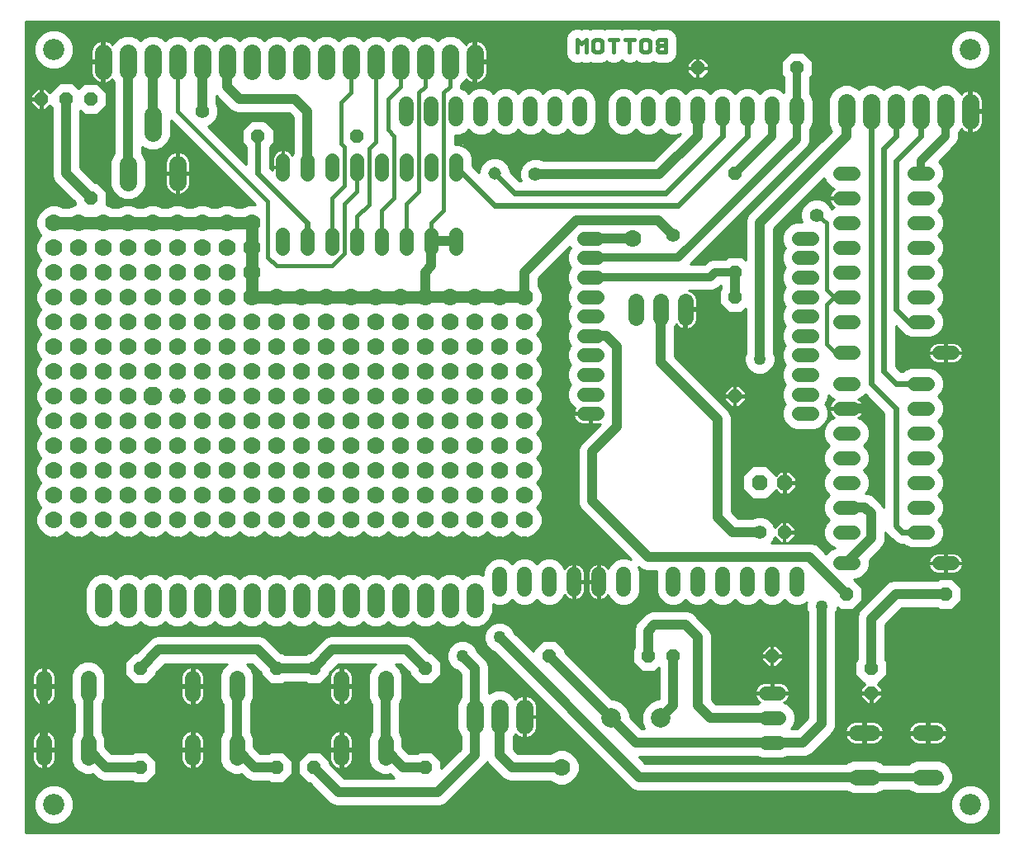
<source format=gbl>
G75*
G70*
%OFA0B0*%
%FSLAX24Y24*%
%IPPOS*%
%LPD*%
%AMOC8*
5,1,8,0,0,1.08239X$1,22.5*
%
%ADD10C,0.0180*%
%ADD11C,0.0594*%
%ADD12C,0.0560*%
%ADD13C,0.0787*%
%ADD14OC8,0.0551*%
%ADD15OC8,0.0560*%
%ADD16C,0.0709*%
%ADD17C,0.0640*%
%ADD18C,0.0551*%
%ADD19C,0.0712*%
%ADD20C,0.0555*%
%ADD21OC8,0.0630*%
%ADD22C,0.0240*%
%ADD23C,0.0400*%
%ADD24C,0.0560*%
%ADD25C,0.0515*%
%ADD26C,0.0100*%
%ADD27C,0.0700*%
%ADD28C,0.0197*%
%ADD29C,0.0320*%
%ADD30C,0.0500*%
%ADD31C,0.0161*%
%ADD32C,0.0500*%
%ADD33C,0.0160*%
%ADD34C,0.0461*%
%ADD35C,0.0660*%
%ADD36C,0.0760*%
%ADD37C,0.0860*%
D10*
X022798Y032051D02*
X022798Y032571D01*
X022971Y032398D01*
X023145Y032571D01*
X023145Y032051D01*
X023442Y032138D02*
X023442Y032484D01*
X023529Y032571D01*
X023702Y032571D01*
X023789Y032484D01*
X023789Y032138D01*
X023702Y032051D01*
X023529Y032051D01*
X023442Y032138D01*
X024087Y032571D02*
X024434Y032571D01*
X024260Y032571D02*
X024260Y032051D01*
X024905Y032051D02*
X024905Y032571D01*
X025078Y032571D02*
X024731Y032571D01*
X025376Y032484D02*
X025376Y032138D01*
X025463Y032051D01*
X025636Y032051D01*
X025723Y032138D01*
X025723Y032484D01*
X025636Y032571D01*
X025463Y032571D01*
X025376Y032484D01*
X026020Y032484D02*
X026020Y032398D01*
X026107Y032311D01*
X026367Y032311D01*
X026107Y032311D02*
X026020Y032224D01*
X026020Y032138D01*
X026107Y032051D01*
X026367Y032051D01*
X026367Y032571D01*
X026107Y032571D01*
X026020Y032484D01*
D11*
X025657Y029958D02*
X025657Y029364D01*
X024657Y029364D02*
X024657Y029958D01*
X022907Y029958D02*
X022907Y029364D01*
X021907Y029364D02*
X021907Y029958D01*
X020907Y029958D02*
X020907Y029364D01*
X019907Y029364D02*
X019907Y029958D01*
X018907Y029958D02*
X018907Y029364D01*
X017907Y029364D02*
X017907Y029958D01*
X016907Y029958D02*
X016907Y029364D01*
X015907Y029364D02*
X015907Y029958D01*
X026657Y029958D02*
X026657Y029364D01*
X027657Y029364D02*
X027657Y029958D01*
X028657Y029958D02*
X028657Y029364D01*
X029657Y029364D02*
X029657Y029958D01*
X030657Y029958D02*
X030657Y029364D01*
X031657Y029364D02*
X031657Y029958D01*
X031657Y010958D02*
X031657Y010364D01*
X030657Y010364D02*
X030657Y010958D01*
X029657Y010958D02*
X029657Y010364D01*
X028657Y010364D02*
X028657Y010958D01*
X027657Y010958D02*
X027657Y010364D01*
X026657Y010364D02*
X026657Y010958D01*
X024657Y010958D02*
X024657Y010364D01*
X023657Y010364D02*
X023657Y010958D01*
X022657Y010958D02*
X022657Y010364D01*
X021657Y010364D02*
X021657Y010958D01*
X020657Y010958D02*
X020657Y010364D01*
X019657Y010364D02*
X019657Y010958D01*
D12*
X030377Y006161D02*
X030937Y006161D01*
X030937Y005161D02*
X030377Y005161D01*
X030377Y004161D02*
X030937Y004161D01*
X033377Y011411D02*
X033937Y011411D01*
X033937Y012661D02*
X033377Y012661D01*
X033377Y013661D02*
X033937Y013661D01*
X033937Y014661D02*
X033377Y014661D01*
X033377Y015661D02*
X033937Y015661D01*
X033937Y016661D02*
X033377Y016661D01*
X033377Y017661D02*
X033937Y017661D01*
X033937Y018661D02*
X033377Y018661D01*
X033377Y019911D02*
X033937Y019911D01*
X033937Y021161D02*
X033377Y021161D01*
X033377Y022161D02*
X033937Y022161D01*
X033937Y023161D02*
X033377Y023161D01*
X033377Y024161D02*
X033937Y024161D01*
X033937Y025161D02*
X033377Y025161D01*
X033377Y026161D02*
X033937Y026161D01*
X033937Y027161D02*
X033377Y027161D01*
X036377Y027161D02*
X036937Y027161D01*
X036937Y026161D02*
X036377Y026161D01*
X036377Y025161D02*
X036937Y025161D01*
X036937Y024161D02*
X036377Y024161D01*
X036377Y023161D02*
X036937Y023161D01*
X036937Y022161D02*
X036377Y022161D01*
X036377Y021161D02*
X036937Y021161D01*
X037377Y019911D02*
X037937Y019911D01*
X036937Y018661D02*
X036377Y018661D01*
X036377Y017661D02*
X036937Y017661D01*
X036937Y016661D02*
X036377Y016661D01*
X036377Y015661D02*
X036937Y015661D01*
X036937Y014661D02*
X036377Y014661D01*
X036377Y013661D02*
X036937Y013661D01*
X036937Y012661D02*
X036377Y012661D01*
X037377Y011411D02*
X037937Y011411D01*
X017907Y024131D02*
X017907Y024691D01*
X016907Y024691D02*
X016907Y024131D01*
X015907Y024131D02*
X015907Y024691D01*
X014907Y024691D02*
X014907Y024131D01*
X013907Y024131D02*
X013907Y024691D01*
X012907Y024691D02*
X012907Y024131D01*
X011907Y024131D02*
X011907Y024691D01*
X010907Y024691D02*
X010907Y024131D01*
X010907Y027131D02*
X010907Y027691D01*
X011907Y027691D02*
X011907Y027131D01*
X012907Y027131D02*
X012907Y027691D01*
X013907Y027691D02*
X013907Y027131D01*
X014907Y027131D02*
X014907Y027691D01*
X015907Y027691D02*
X015907Y027131D01*
X016907Y027131D02*
X016907Y027691D01*
X017907Y027691D02*
X017907Y027131D01*
D13*
X024157Y005161D03*
X026157Y005161D03*
D14*
X025657Y007661D03*
X026657Y007661D03*
X030657Y007661D03*
X033657Y010161D03*
X031157Y012661D03*
X029157Y018161D03*
X029157Y022161D03*
X029157Y023161D03*
X029157Y027161D03*
X027657Y031411D03*
X031657Y031411D03*
X013907Y028661D03*
X009907Y028661D03*
X003157Y030161D03*
X003157Y026161D03*
X021657Y007661D03*
X016657Y007161D03*
X012157Y007161D03*
X010657Y007161D03*
X010657Y003161D03*
X012157Y003161D03*
X016657Y003161D03*
X005157Y003161D03*
X005157Y007161D03*
X037657Y010161D03*
D15*
X034657Y007161D03*
X034657Y006161D03*
X002157Y030161D03*
X001157Y030161D03*
D16*
X003657Y031306D02*
X003657Y032015D01*
X004657Y032015D02*
X004657Y031306D01*
X005657Y031306D02*
X005657Y032015D01*
X006657Y032015D02*
X006657Y031306D01*
X007657Y031306D02*
X007657Y032015D01*
X008657Y032015D02*
X008657Y031306D01*
X009657Y031306D02*
X009657Y032015D01*
X010657Y032015D02*
X010657Y031306D01*
X011657Y031306D02*
X011657Y032015D01*
X012657Y032015D02*
X012657Y031306D01*
X013657Y031306D02*
X013657Y032015D01*
X014657Y032015D02*
X014657Y031306D01*
X015657Y031306D02*
X015657Y032015D01*
X016657Y032015D02*
X016657Y031306D01*
X017657Y031306D02*
X017657Y032015D01*
X018657Y032015D02*
X018657Y031306D01*
X006657Y027515D02*
X006657Y026806D01*
X004657Y026806D02*
X004657Y027515D01*
X005657Y028806D02*
X005657Y029515D01*
X005657Y010265D02*
X005657Y009556D01*
X006657Y009556D02*
X006657Y010265D01*
X007657Y010265D02*
X007657Y009556D01*
X008657Y009556D02*
X008657Y010265D01*
X009657Y010265D02*
X009657Y009556D01*
X010657Y009556D02*
X010657Y010265D01*
X011657Y010265D02*
X011657Y009556D01*
X012657Y009556D02*
X012657Y010265D01*
X013657Y010265D02*
X013657Y009556D01*
X014657Y009556D02*
X014657Y010265D01*
X015657Y010265D02*
X015657Y009556D01*
X016657Y009556D02*
X016657Y010265D01*
X017657Y010265D02*
X017657Y009556D01*
X018657Y009556D02*
X018657Y010265D01*
X018657Y005565D02*
X018657Y004856D01*
X019657Y004856D02*
X019657Y005565D01*
X020657Y005565D02*
X020657Y004856D01*
X004657Y009556D02*
X004657Y010265D01*
X003657Y010265D02*
X003657Y009556D01*
D17*
X003047Y006761D02*
X003047Y006121D01*
X001267Y006121D02*
X001267Y006761D01*
X001267Y004201D02*
X001267Y003561D01*
X003047Y003561D02*
X003047Y004201D01*
X007267Y004201D02*
X007267Y003561D01*
X009047Y003561D02*
X009047Y004201D01*
X009047Y006121D02*
X009047Y006761D01*
X007267Y006761D02*
X007267Y006121D01*
X013267Y006121D02*
X013267Y006761D01*
X015047Y006761D02*
X015047Y006121D01*
X015047Y004201D02*
X015047Y003561D01*
X013267Y003561D02*
X013267Y004201D01*
X025157Y021341D02*
X025157Y021981D01*
X026157Y021981D02*
X026157Y021341D01*
X027157Y021341D02*
X027157Y021981D01*
X034057Y004551D02*
X034697Y004551D01*
X036617Y004551D02*
X037257Y004551D01*
X037257Y002771D02*
X036617Y002771D01*
X034697Y002771D02*
X034057Y002771D01*
D18*
X030157Y012661D03*
D19*
X033657Y029305D02*
X033657Y030017D01*
X034657Y030017D02*
X034657Y029305D01*
X035657Y029305D02*
X035657Y030017D01*
X036657Y030017D02*
X036657Y029305D01*
X037657Y029305D02*
X037657Y030017D01*
X038657Y030017D02*
X038657Y029305D01*
D20*
X032266Y024535D02*
X031711Y024535D01*
X031711Y023747D02*
X032266Y023747D01*
X032266Y022960D02*
X031711Y022960D01*
X031711Y022173D02*
X032266Y022173D01*
X032266Y021385D02*
X031711Y021385D01*
X031711Y020598D02*
X032266Y020598D01*
X032266Y019810D02*
X031711Y019810D01*
X031711Y019023D02*
X032266Y019023D01*
X032266Y018236D02*
X031711Y018236D01*
X031711Y017448D02*
X032266Y017448D01*
X023604Y017448D02*
X023049Y017448D01*
X023049Y018236D02*
X023604Y018236D01*
X023604Y019023D02*
X023049Y019023D01*
X023049Y019810D02*
X023604Y019810D01*
X023604Y020598D02*
X023049Y020598D01*
X023049Y021385D02*
X023604Y021385D01*
X023604Y022173D02*
X023049Y022173D01*
X023049Y022960D02*
X023604Y022960D01*
X023604Y023747D02*
X023049Y023747D01*
X023049Y024535D02*
X023604Y024535D01*
D21*
X030157Y014661D03*
X031157Y014661D03*
D22*
X035657Y012911D02*
X035907Y012661D01*
X036657Y012661D01*
X035657Y012911D02*
X035657Y017661D01*
X034657Y018661D01*
X034657Y029661D01*
X035657Y029661D02*
X035657Y028661D01*
X035157Y028161D01*
X035157Y019161D01*
X035657Y018661D01*
X036657Y018661D01*
X036657Y021161D02*
X036157Y021161D01*
X035657Y021661D01*
X035657Y027661D01*
X036657Y028661D01*
X036657Y029661D01*
X029657Y029661D02*
X029657Y028661D01*
X026857Y025861D01*
X019457Y025861D01*
X017907Y027411D01*
X019457Y027161D02*
X020257Y026361D01*
X026357Y026361D01*
X028657Y028661D01*
X028657Y029661D01*
X029157Y022161D02*
X029157Y022161D01*
X017907Y024411D02*
X016907Y024411D01*
X011907Y024411D02*
X011907Y025161D01*
X009907Y027161D01*
X009907Y028661D01*
X007657Y031661D02*
X007657Y031662D01*
X006657Y031661D02*
X006657Y031662D01*
X005657Y031661D02*
X005655Y031659D01*
X005655Y029163D02*
X005657Y029161D01*
X004655Y027163D02*
X004657Y027161D01*
D23*
X004657Y031661D01*
X005655Y031659D02*
X005655Y029163D01*
X007657Y029661D02*
X007657Y031661D01*
X008657Y031661D02*
X008657Y030661D01*
X009157Y030161D01*
X011407Y030161D01*
X011907Y029661D01*
X011907Y027411D01*
X016907Y024411D02*
X016907Y023411D01*
X016657Y023161D01*
X016657Y022161D01*
X016907Y024411D02*
X017907Y024411D01*
X020657Y023161D02*
X020657Y022161D01*
X020657Y023161D02*
X022757Y025261D01*
X026057Y025261D01*
X026657Y024661D01*
X025017Y024541D02*
X025011Y024535D01*
X023327Y024535D01*
X021107Y027111D02*
X026107Y027111D01*
X027657Y028661D01*
X027657Y029661D01*
X030157Y025161D02*
X033657Y028661D01*
X033657Y029661D01*
X030157Y025161D02*
X030157Y019661D01*
X029157Y022161D02*
X029157Y023161D01*
X026157Y021661D02*
X026157Y019511D01*
X028457Y017211D01*
X028457Y013261D01*
X029057Y012661D01*
X030157Y012661D01*
X032157Y011661D02*
X033657Y010161D01*
X032657Y009661D02*
X032657Y004911D01*
X031907Y004161D01*
X030657Y004161D01*
X025157Y004161D01*
X024157Y005161D01*
X021657Y007661D01*
X019657Y008411D02*
X025297Y002771D01*
X034377Y002771D01*
X030657Y005161D02*
X028157Y005161D01*
X027657Y005661D01*
X027657Y008411D01*
X027157Y008911D01*
X025907Y008911D01*
X025657Y008661D01*
X025657Y007661D01*
X026657Y007661D02*
X026657Y005661D01*
X026157Y005161D01*
X022157Y003161D02*
X020157Y003161D01*
X019657Y003661D01*
X019657Y005211D01*
X018657Y005211D02*
X018657Y007161D01*
X018157Y007661D01*
X016657Y007161D02*
X015907Y007911D01*
X012907Y007911D01*
X012157Y007161D01*
X010657Y007161D01*
X009907Y007911D01*
X005907Y007911D01*
X005157Y007161D01*
X003047Y006441D02*
X003047Y003881D01*
X003767Y003161D01*
X005157Y003161D01*
X009047Y003881D02*
X009047Y006441D01*
X009047Y003881D02*
X009767Y003161D01*
X010657Y003161D01*
X012157Y003161D02*
X013157Y002161D01*
X017157Y002161D01*
X018657Y003661D01*
X018657Y005211D01*
X016657Y003161D02*
X015767Y003161D01*
X015047Y003881D01*
X015047Y006441D01*
X023407Y013911D02*
X023407Y015911D01*
X024407Y016911D01*
X024407Y020161D01*
X023970Y020598D01*
X023327Y020598D01*
X023407Y013911D02*
X025657Y011661D01*
X032157Y011661D01*
X033657Y011411D02*
X034657Y012411D01*
X034657Y013411D01*
X034407Y013661D01*
X033657Y013661D01*
X035657Y010161D02*
X034657Y009161D01*
X034657Y007161D01*
X035657Y010161D02*
X037657Y010161D01*
X034857Y017261D02*
X034457Y017661D01*
X033657Y017661D01*
X003157Y026161D02*
X002157Y027161D01*
X002157Y030161D01*
D24*
X007657Y029661D03*
X008907Y028661D03*
X008907Y026161D03*
X021107Y027111D03*
X026657Y024661D03*
X032457Y025461D03*
D25*
X034857Y017161D03*
X019457Y027161D03*
D26*
X000527Y033291D02*
X000527Y000531D01*
X039787Y000531D01*
X039787Y033291D01*
X000527Y033291D01*
X000527Y033209D02*
X039787Y033209D01*
X039787Y033111D02*
X000527Y033111D01*
X000527Y033012D02*
X022660Y033012D01*
X022706Y033031D02*
X022537Y032961D01*
X022408Y032832D01*
X022338Y032663D01*
X022338Y032480D01*
X022338Y031959D01*
X022408Y031790D01*
X022537Y031661D01*
X022706Y031591D01*
X022889Y031591D01*
X022971Y031625D01*
X023053Y031591D01*
X023236Y031591D01*
X023337Y031632D01*
X023437Y031591D01*
X023621Y031591D01*
X023794Y031591D01*
X023963Y031661D01*
X023981Y031679D01*
X024000Y031661D01*
X024169Y031591D01*
X024352Y031591D01*
X024521Y031661D01*
X024583Y031723D01*
X024644Y031661D01*
X024813Y031591D01*
X024996Y031591D01*
X025165Y031661D01*
X025184Y031679D01*
X025202Y031661D01*
X025371Y031591D01*
X025554Y031591D01*
X025728Y031591D01*
X025872Y031650D01*
X026016Y031591D01*
X026459Y031591D01*
X026628Y031661D01*
X026757Y031790D01*
X026827Y031959D01*
X026827Y032142D01*
X026827Y032219D01*
X026827Y032402D01*
X026827Y032480D01*
X026827Y032663D01*
X026757Y032832D01*
X026628Y032961D01*
X026459Y033031D01*
X026199Y033031D01*
X026016Y033031D01*
X025872Y032971D01*
X025728Y033031D01*
X025554Y033031D01*
X025371Y033031D01*
X025270Y032989D01*
X025170Y033031D01*
X024640Y033031D01*
X024583Y033007D01*
X024525Y033031D01*
X023995Y033031D01*
X023895Y032989D01*
X023794Y033031D01*
X023621Y033031D01*
X023437Y033031D01*
X023337Y032989D01*
X023304Y033003D01*
X023236Y033031D01*
X023053Y033031D01*
X022971Y032997D01*
X022889Y033031D01*
X022706Y033031D01*
X022706Y033031D01*
X022706Y033031D01*
X022935Y033012D02*
X023007Y033012D01*
X023236Y033031D02*
X023236Y033031D01*
X023282Y033012D02*
X023391Y033012D01*
X023840Y033012D02*
X023949Y033012D01*
X024571Y033012D02*
X024594Y033012D01*
X025216Y033012D02*
X025325Y033012D01*
X025774Y033012D02*
X025970Y033012D01*
X026505Y033012D02*
X039787Y033012D01*
X039787Y032914D02*
X038930Y032914D01*
X038816Y032961D02*
X038498Y032961D01*
X038204Y032839D01*
X037979Y032614D01*
X037857Y032320D01*
X037857Y032002D01*
X037979Y031708D01*
X038204Y031483D01*
X038498Y031361D01*
X038816Y031361D01*
X039110Y031483D01*
X039336Y031708D01*
X039457Y032002D01*
X039457Y032320D01*
X039336Y032614D01*
X039110Y032839D01*
X038816Y032961D01*
X039134Y032815D02*
X039787Y032815D01*
X039787Y032716D02*
X039233Y032716D01*
X039331Y032618D02*
X039787Y032618D01*
X039787Y032519D02*
X039375Y032519D01*
X039416Y032421D02*
X039787Y032421D01*
X039787Y032322D02*
X039456Y032322D01*
X039457Y032224D02*
X039787Y032224D01*
X039787Y032125D02*
X039457Y032125D01*
X039457Y032027D02*
X039787Y032027D01*
X039787Y031928D02*
X039427Y031928D01*
X039386Y031830D02*
X039787Y031830D01*
X039787Y031731D02*
X039345Y031731D01*
X039260Y031633D02*
X039787Y031633D01*
X039787Y031534D02*
X039162Y031534D01*
X038997Y031435D02*
X039787Y031435D01*
X039787Y031337D02*
X032303Y031337D01*
X032303Y031435D02*
X038318Y031435D01*
X038153Y031534D02*
X032303Y031534D01*
X032303Y031633D02*
X038054Y031633D01*
X037969Y031731D02*
X032250Y031731D01*
X032303Y031678D02*
X031925Y032056D01*
X031390Y032056D01*
X031012Y031678D01*
X031012Y031143D01*
X031127Y031028D01*
X031127Y030431D01*
X031035Y030524D01*
X030790Y030625D01*
X030525Y030625D01*
X030279Y030524D01*
X030157Y030401D01*
X030035Y030524D01*
X029790Y030625D01*
X029525Y030625D01*
X029279Y030524D01*
X029157Y030401D01*
X029035Y030524D01*
X028790Y030625D01*
X028525Y030625D01*
X028279Y030524D01*
X028157Y030401D01*
X028035Y030524D01*
X027790Y030625D01*
X027525Y030625D01*
X027279Y030524D01*
X027157Y030401D01*
X027035Y030524D01*
X026790Y030625D01*
X026525Y030625D01*
X026279Y030524D01*
X026157Y030401D01*
X026035Y030524D01*
X025790Y030625D01*
X025525Y030625D01*
X025279Y030524D01*
X025157Y030401D01*
X025035Y030524D01*
X024790Y030625D01*
X024525Y030625D01*
X024279Y030524D01*
X024092Y030336D01*
X023990Y030091D01*
X023990Y029231D01*
X024092Y028986D01*
X024279Y028798D01*
X024525Y028696D01*
X024790Y028696D01*
X025035Y028798D01*
X025157Y028920D01*
X025279Y028798D01*
X025525Y028696D01*
X025790Y028696D01*
X026035Y028798D01*
X026157Y028920D01*
X026279Y028798D01*
X026525Y028696D01*
X026790Y028696D01*
X026955Y028765D01*
X025871Y027681D01*
X021430Y027681D01*
X021237Y027761D01*
X020978Y027761D01*
X020739Y027662D01*
X020556Y027479D01*
X020457Y027240D01*
X020457Y026981D01*
X020511Y026851D01*
X020460Y026851D01*
X020085Y027226D01*
X020085Y027286D01*
X019989Y027516D01*
X019813Y027693D01*
X019582Y027788D01*
X019332Y027788D01*
X019102Y027693D01*
X018925Y027516D01*
X018830Y027286D01*
X018830Y027181D01*
X018557Y027454D01*
X018557Y027820D01*
X018458Y028059D01*
X018276Y028242D01*
X018037Y028341D01*
X017858Y028341D01*
X017858Y028696D01*
X018040Y028696D01*
X018285Y028798D01*
X018407Y028920D01*
X018529Y028798D01*
X018775Y028696D01*
X019040Y028696D01*
X019285Y028798D01*
X019407Y028920D01*
X019529Y028798D01*
X019775Y028696D01*
X020040Y028696D01*
X020285Y028798D01*
X020407Y028920D01*
X020529Y028798D01*
X020775Y028696D01*
X021040Y028696D01*
X021285Y028798D01*
X021407Y028920D01*
X021529Y028798D01*
X021775Y028696D01*
X022040Y028696D01*
X022285Y028798D01*
X022407Y028920D01*
X022529Y028798D01*
X022775Y028696D01*
X023040Y028696D01*
X023285Y028798D01*
X023473Y028986D01*
X023574Y029231D01*
X023574Y030091D01*
X023473Y030336D01*
X023285Y030524D01*
X023040Y030625D01*
X022775Y030625D01*
X022529Y030524D01*
X022407Y030401D01*
X022285Y030524D01*
X022040Y030625D01*
X021775Y030625D01*
X021529Y030524D01*
X021407Y030401D01*
X021285Y030524D01*
X021040Y030625D01*
X020775Y030625D01*
X020529Y030524D01*
X020407Y030401D01*
X020285Y030524D01*
X020040Y030625D01*
X019775Y030625D01*
X019529Y030524D01*
X019407Y030401D01*
X019285Y030524D01*
X019040Y030625D01*
X018775Y030625D01*
X018529Y030524D01*
X018407Y030401D01*
X018285Y030524D01*
X018107Y030597D01*
X018107Y030732D01*
X018271Y030896D01*
X018296Y030955D01*
X018372Y030879D01*
X018557Y030802D01*
X018607Y030802D01*
X018607Y031611D01*
X018707Y031611D01*
X018707Y030802D01*
X018758Y030802D01*
X018943Y030879D01*
X019085Y031021D01*
X019162Y031206D01*
X019162Y031611D01*
X018707Y031611D01*
X018707Y031711D01*
X018607Y031711D01*
X018607Y032519D01*
X018557Y032519D01*
X018372Y032443D01*
X018296Y032367D01*
X018271Y032425D01*
X018068Y032629D01*
X017801Y032739D01*
X017513Y032739D01*
X017247Y032629D01*
X017157Y032539D01*
X017068Y032629D01*
X016801Y032739D01*
X016513Y032739D01*
X016247Y032629D01*
X016157Y032539D01*
X016068Y032629D01*
X015801Y032739D01*
X015513Y032739D01*
X015247Y032629D01*
X015157Y032539D01*
X015068Y032629D01*
X014801Y032739D01*
X014513Y032739D01*
X014247Y032629D01*
X014157Y032539D01*
X014068Y032629D01*
X013801Y032739D01*
X013513Y032739D01*
X013247Y032629D01*
X013157Y032539D01*
X013068Y032629D01*
X012801Y032739D01*
X012513Y032739D01*
X012247Y032629D01*
X012157Y032539D01*
X012068Y032629D01*
X011801Y032739D01*
X011513Y032739D01*
X011247Y032629D01*
X011157Y032539D01*
X011068Y032629D01*
X010801Y032739D01*
X010513Y032739D01*
X010247Y032629D01*
X010157Y032539D01*
X010068Y032629D01*
X009801Y032739D01*
X009513Y032739D01*
X009247Y032629D01*
X009157Y032539D01*
X009068Y032629D01*
X008801Y032739D01*
X008513Y032739D01*
X008247Y032629D01*
X008157Y032539D01*
X008068Y032629D01*
X007801Y032739D01*
X007513Y032739D01*
X007247Y032629D01*
X007157Y032539D01*
X007068Y032629D01*
X006801Y032739D01*
X006513Y032739D01*
X006247Y032629D01*
X006157Y032539D01*
X006068Y032629D01*
X005801Y032739D01*
X005513Y032739D01*
X005247Y032629D01*
X005157Y032539D01*
X005068Y032629D01*
X004801Y032739D01*
X004513Y032739D01*
X004247Y032629D01*
X004043Y032425D01*
X004019Y032367D01*
X003943Y032443D01*
X003758Y032519D01*
X003707Y032519D01*
X003707Y031711D01*
X003607Y031711D01*
X003607Y031611D01*
X003153Y031611D01*
X003153Y031206D01*
X003230Y031021D01*
X003372Y030879D01*
X003557Y030802D01*
X003607Y030802D01*
X003607Y031611D01*
X003707Y031611D01*
X003707Y030802D01*
X003758Y030802D01*
X003943Y030879D01*
X004019Y030955D01*
X004043Y030896D01*
X004087Y030852D01*
X004087Y027969D01*
X004043Y027925D01*
X003933Y027659D01*
X003933Y026662D01*
X004043Y026396D01*
X004247Y026192D01*
X004513Y026082D01*
X004801Y026082D01*
X005068Y026192D01*
X005271Y026396D01*
X005382Y026662D01*
X005382Y027659D01*
X005271Y027925D01*
X005227Y027969D01*
X005227Y028212D01*
X005247Y028192D01*
X005513Y028082D01*
X005801Y028082D01*
X006068Y028192D01*
X006271Y028396D01*
X006382Y028662D01*
X006382Y029300D01*
X006402Y029279D01*
X006402Y029279D01*
X009801Y025881D01*
X009514Y025881D01*
X009273Y025781D01*
X009042Y025781D01*
X008801Y025881D01*
X008514Y025881D01*
X008273Y025781D01*
X008042Y025781D01*
X007801Y025881D01*
X007514Y025881D01*
X007273Y025781D01*
X007042Y025781D01*
X006801Y025881D01*
X006514Y025881D01*
X006273Y025781D01*
X006042Y025781D01*
X005801Y025881D01*
X005514Y025881D01*
X005273Y025781D01*
X005042Y025781D01*
X004801Y025881D01*
X004514Y025881D01*
X004273Y025781D01*
X004042Y025781D01*
X003801Y025881D01*
X003790Y025881D01*
X003803Y025893D01*
X003803Y026428D01*
X003425Y026806D01*
X003318Y026806D01*
X002727Y027397D01*
X002727Y029678D01*
X002890Y029515D01*
X003425Y029515D01*
X003803Y029893D01*
X003803Y030428D01*
X003425Y030806D01*
X002890Y030806D01*
X002660Y030577D01*
X002427Y030811D01*
X001888Y030811D01*
X001507Y030430D01*
X001507Y030419D01*
X001335Y030591D01*
X001187Y030591D01*
X001187Y030191D01*
X001127Y030191D01*
X001127Y030131D01*
X000727Y030131D01*
X000727Y029983D01*
X000979Y029731D01*
X001127Y029731D01*
X001127Y030131D01*
X001187Y030131D01*
X001187Y029731D01*
X001335Y029731D01*
X001507Y029903D01*
X001507Y029892D01*
X001587Y029812D01*
X001587Y027274D01*
X001587Y027047D01*
X001674Y026838D01*
X002512Y026000D01*
X002512Y025893D01*
X002524Y025881D01*
X002514Y025881D01*
X002273Y025781D01*
X002042Y025781D01*
X001801Y025881D01*
X001514Y025881D01*
X001249Y025771D01*
X001047Y025569D01*
X000937Y025304D01*
X000937Y025018D01*
X001047Y024753D01*
X001139Y024661D01*
X001047Y024569D01*
X000937Y024304D01*
X000937Y024018D01*
X001047Y023753D01*
X001139Y023661D01*
X001047Y023569D01*
X000937Y023304D01*
X000937Y023018D01*
X001047Y022753D01*
X001139Y022661D01*
X001047Y022569D01*
X000937Y022304D01*
X000937Y022018D01*
X001047Y021753D01*
X001139Y021661D01*
X001047Y021569D01*
X000937Y021304D01*
X000937Y021018D01*
X001047Y020753D01*
X001139Y020661D01*
X001047Y020569D01*
X000937Y020304D01*
X000937Y020018D01*
X001047Y019753D01*
X001139Y019661D01*
X001047Y019569D01*
X000937Y019304D01*
X000937Y019018D01*
X001047Y018753D01*
X001139Y018661D01*
X001047Y018569D01*
X000937Y018304D01*
X000937Y018018D01*
X001047Y017753D01*
X001139Y017661D01*
X001047Y017569D01*
X000937Y017304D01*
X000937Y017018D01*
X001047Y016753D01*
X001139Y016661D01*
X001047Y016569D01*
X000937Y016304D01*
X000937Y016018D01*
X001047Y015753D01*
X001139Y015661D01*
X001047Y015569D01*
X000937Y015304D01*
X000937Y015018D01*
X001047Y014753D01*
X001139Y014661D01*
X001047Y014569D01*
X000937Y014304D01*
X000937Y014018D01*
X001047Y013753D01*
X001139Y013661D01*
X001047Y013569D01*
X000937Y013304D01*
X000937Y013018D01*
X001047Y012753D01*
X001249Y012550D01*
X001514Y012441D01*
X001801Y012441D01*
X002065Y012550D01*
X002157Y012643D01*
X002249Y012550D01*
X002514Y012441D01*
X002801Y012441D01*
X003065Y012550D01*
X003157Y012643D01*
X003249Y012550D01*
X003514Y012441D01*
X003801Y012441D01*
X004065Y012550D01*
X004157Y012643D01*
X004249Y012550D01*
X004514Y012441D01*
X004801Y012441D01*
X005065Y012550D01*
X005157Y012643D01*
X005249Y012550D01*
X005514Y012441D01*
X005801Y012441D01*
X006065Y012550D01*
X006157Y012643D01*
X006249Y012550D01*
X006514Y012441D01*
X006801Y012441D01*
X007065Y012550D01*
X007157Y012643D01*
X007249Y012550D01*
X007514Y012441D01*
X007801Y012441D01*
X008065Y012550D01*
X008157Y012643D01*
X008249Y012550D01*
X008514Y012441D01*
X008801Y012441D01*
X009065Y012550D01*
X009157Y012643D01*
X009249Y012550D01*
X009514Y012441D01*
X009801Y012441D01*
X010065Y012550D01*
X010157Y012643D01*
X010249Y012550D01*
X010514Y012441D01*
X010801Y012441D01*
X011065Y012550D01*
X011157Y012643D01*
X011249Y012550D01*
X011514Y012441D01*
X011801Y012441D01*
X012065Y012550D01*
X012157Y012643D01*
X012249Y012550D01*
X012514Y012441D01*
X012801Y012441D01*
X013065Y012550D01*
X013157Y012643D01*
X013249Y012550D01*
X013514Y012441D01*
X013801Y012441D01*
X014065Y012550D01*
X014157Y012643D01*
X014249Y012550D01*
X014514Y012441D01*
X014801Y012441D01*
X015065Y012550D01*
X015157Y012643D01*
X015249Y012550D01*
X015514Y012441D01*
X015801Y012441D01*
X016065Y012550D01*
X016157Y012643D01*
X016249Y012550D01*
X016514Y012441D01*
X016801Y012441D01*
X017065Y012550D01*
X017157Y012643D01*
X017249Y012550D01*
X017514Y012441D01*
X017801Y012441D01*
X018065Y012550D01*
X018157Y012643D01*
X018249Y012550D01*
X018514Y012441D01*
X018801Y012441D01*
X019065Y012550D01*
X019157Y012643D01*
X019249Y012550D01*
X019514Y012441D01*
X019801Y012441D01*
X020065Y012550D01*
X020157Y012643D01*
X020249Y012550D01*
X020514Y012441D01*
X020801Y012441D01*
X021065Y012550D01*
X021268Y012753D01*
X021377Y013018D01*
X021377Y013304D01*
X021268Y013569D01*
X021176Y013661D01*
X021268Y013753D01*
X021377Y014018D01*
X021377Y014304D01*
X021268Y014569D01*
X021176Y014661D01*
X021268Y014753D01*
X021377Y015018D01*
X021377Y015304D01*
X021268Y015569D01*
X021176Y015661D01*
X021268Y015753D01*
X021377Y016018D01*
X021377Y016304D01*
X021268Y016569D01*
X021176Y016661D01*
X021268Y016753D01*
X021377Y017018D01*
X021377Y017304D01*
X021268Y017569D01*
X021176Y017661D01*
X021268Y017753D01*
X021377Y018018D01*
X021377Y018304D01*
X021268Y018569D01*
X021176Y018661D01*
X021268Y018753D01*
X021377Y019018D01*
X021377Y019304D01*
X021268Y019569D01*
X021176Y019661D01*
X021268Y019753D01*
X021377Y020018D01*
X021377Y020304D01*
X021268Y020569D01*
X021176Y020661D01*
X021268Y020753D01*
X021377Y021018D01*
X021377Y021304D01*
X021268Y021569D01*
X021176Y021661D01*
X021268Y021753D01*
X021377Y022018D01*
X021377Y022304D01*
X021268Y022569D01*
X021227Y022609D01*
X021227Y022925D01*
X022492Y024189D01*
X022500Y024168D01*
X022527Y024141D01*
X022500Y024114D01*
X022402Y023876D01*
X022402Y023619D01*
X022500Y023381D01*
X022527Y023354D01*
X022500Y023327D01*
X022402Y023089D01*
X022402Y022831D01*
X022500Y022593D01*
X022527Y022566D01*
X022500Y022539D01*
X022402Y022301D01*
X022402Y022044D01*
X022500Y021806D01*
X022527Y021779D01*
X022500Y021752D01*
X022402Y021514D01*
X022402Y021256D01*
X022500Y021018D01*
X022527Y020991D01*
X022500Y020965D01*
X022402Y020727D01*
X022402Y020469D01*
X022500Y020231D01*
X022527Y020204D01*
X022500Y020177D01*
X022402Y019939D01*
X022402Y019682D01*
X022500Y019444D01*
X022527Y019417D01*
X022500Y019390D01*
X022402Y019152D01*
X022402Y018894D01*
X022500Y018656D01*
X022527Y018629D01*
X022500Y018602D01*
X022402Y018364D01*
X022402Y018107D01*
X022500Y017869D01*
X022682Y017687D01*
X022685Y017686D01*
X022622Y017533D01*
X022622Y017477D01*
X023298Y017477D01*
X023298Y017419D01*
X023355Y017419D01*
X023355Y017021D01*
X023689Y017021D01*
X023727Y017036D01*
X023084Y016394D01*
X022924Y016234D01*
X022837Y016024D01*
X022837Y013797D01*
X022924Y013588D01*
X023084Y013428D01*
X024955Y011557D01*
X024790Y011625D01*
X024525Y011625D01*
X024279Y011524D01*
X024092Y011336D01*
X024038Y011207D01*
X024036Y011211D01*
X023911Y011337D01*
X023746Y011405D01*
X023696Y011405D01*
X023696Y010700D01*
X023619Y010700D01*
X023619Y011405D01*
X023568Y011405D01*
X023404Y011337D01*
X023278Y011211D01*
X023210Y011047D01*
X023210Y010699D01*
X023618Y010699D01*
X023618Y010622D01*
X023210Y010622D01*
X023210Y010275D01*
X023278Y010110D01*
X023404Y009985D01*
X023568Y009916D01*
X023619Y009916D01*
X023619Y010622D01*
X023696Y010622D01*
X023696Y009916D01*
X023746Y009916D01*
X023911Y009985D01*
X024036Y010110D01*
X024038Y010115D01*
X024092Y009986D01*
X024279Y009798D01*
X024525Y009696D01*
X024790Y009696D01*
X025035Y009798D01*
X025223Y009986D01*
X025324Y010231D01*
X025324Y011091D01*
X025256Y011256D01*
X025334Y011178D01*
X025544Y011091D01*
X025771Y011091D01*
X025990Y011091D01*
X025990Y011091D01*
X025990Y010231D01*
X026092Y009986D01*
X026279Y009798D01*
X026525Y009696D01*
X026790Y009696D01*
X027035Y009798D01*
X027157Y009920D01*
X027279Y009798D01*
X027525Y009696D01*
X027790Y009696D01*
X028035Y009798D01*
X028157Y009920D01*
X028279Y009798D01*
X028525Y009696D01*
X028790Y009696D01*
X029035Y009798D01*
X029157Y009920D01*
X029279Y009798D01*
X029525Y009696D01*
X029790Y009696D01*
X030035Y009798D01*
X030157Y009920D01*
X030279Y009798D01*
X030525Y009696D01*
X030790Y009696D01*
X031035Y009798D01*
X031157Y009920D01*
X031279Y009798D01*
X031525Y009696D01*
X031790Y009696D01*
X032035Y009798D01*
X032049Y009812D01*
X032037Y009784D01*
X032037Y009537D01*
X032087Y009417D01*
X032087Y005147D01*
X031671Y004731D01*
X031426Y004731D01*
X031488Y004793D01*
X031587Y005031D01*
X031587Y005290D01*
X031488Y005529D01*
X031306Y005712D01*
X031141Y005780D01*
X031181Y005796D01*
X031302Y005917D01*
X031367Y006075D01*
X031367Y006131D01*
X030688Y006131D01*
X030688Y006191D01*
X031367Y006191D01*
X031367Y006246D01*
X031302Y006404D01*
X031181Y006525D01*
X031023Y006591D01*
X030687Y006591D01*
X030687Y006191D01*
X030627Y006191D01*
X030627Y006131D01*
X029947Y006131D01*
X029947Y006075D01*
X030013Y005917D01*
X030134Y005796D01*
X030173Y005780D01*
X030055Y005731D01*
X028393Y005731D01*
X028227Y005897D01*
X028227Y008297D01*
X028227Y008524D01*
X028141Y008734D01*
X027641Y009234D01*
X027480Y009394D01*
X027271Y009481D01*
X026021Y009481D01*
X025794Y009481D01*
X025584Y009394D01*
X025334Y009144D01*
X025174Y008984D01*
X025087Y008774D01*
X025087Y008004D01*
X025012Y007928D01*
X025012Y007393D01*
X025390Y007015D01*
X025925Y007015D01*
X026087Y007178D01*
X026087Y005924D01*
X026005Y005924D01*
X025725Y005808D01*
X025510Y005593D01*
X025394Y005313D01*
X025394Y005009D01*
X025509Y004731D01*
X025393Y004731D01*
X024921Y005203D01*
X024921Y005313D01*
X024805Y005593D01*
X024590Y005808D01*
X024309Y005924D01*
X024200Y005924D01*
X022303Y007821D01*
X022303Y007928D01*
X021925Y008306D01*
X021390Y008306D01*
X021012Y007928D01*
X021012Y007862D01*
X020233Y008641D01*
X020183Y008762D01*
X020009Y008936D01*
X019781Y009031D01*
X019534Y009031D01*
X019306Y008936D01*
X019132Y008762D01*
X019037Y008534D01*
X019037Y008287D01*
X019132Y008060D01*
X019306Y007885D01*
X019427Y007835D01*
X024974Y002288D01*
X025184Y002201D01*
X025411Y002201D01*
X033652Y002201D01*
X033666Y002186D01*
X033920Y002081D01*
X034835Y002081D01*
X035088Y002186D01*
X035143Y002241D01*
X036172Y002241D01*
X036226Y002186D01*
X036480Y002081D01*
X037395Y002081D01*
X037648Y002186D01*
X037842Y002380D01*
X037947Y002634D01*
X037947Y002908D01*
X037842Y003162D01*
X037648Y003356D01*
X037395Y003461D01*
X036480Y003461D01*
X036226Y003356D01*
X036172Y003301D01*
X035143Y003301D01*
X035088Y003356D01*
X034835Y003461D01*
X033920Y003461D01*
X033666Y003356D01*
X033652Y003341D01*
X025533Y003341D01*
X025283Y003591D01*
X030055Y003591D01*
X030248Y003511D01*
X031067Y003511D01*
X031260Y003591D01*
X032021Y003591D01*
X032230Y003678D01*
X032391Y003838D01*
X033141Y004588D01*
X033227Y004797D01*
X033227Y005024D01*
X033227Y009417D01*
X033277Y009537D01*
X033277Y009628D01*
X033390Y009515D01*
X033925Y009515D01*
X034303Y009893D01*
X034303Y010428D01*
X033970Y010761D01*
X034067Y010761D01*
X034306Y010860D01*
X034488Y011043D01*
X034587Y011281D01*
X034587Y011535D01*
X035141Y012088D01*
X035227Y012297D01*
X035227Y012524D01*
X035227Y012669D01*
X035242Y012633D01*
X035492Y012383D01*
X035630Y012245D01*
X035810Y012171D01*
X035948Y012171D01*
X036009Y012110D01*
X036248Y012011D01*
X037067Y012011D01*
X037306Y012110D01*
X037488Y012293D01*
X037587Y012531D01*
X037587Y012790D01*
X037488Y013029D01*
X037357Y013161D01*
X037488Y013293D01*
X037587Y013531D01*
X037587Y013790D01*
X037488Y014029D01*
X037357Y014161D01*
X037488Y014293D01*
X037587Y014531D01*
X037587Y014790D01*
X037488Y015029D01*
X037357Y015161D01*
X037488Y015293D01*
X037587Y015531D01*
X037587Y015790D01*
X037488Y016029D01*
X037357Y016161D01*
X039787Y016161D01*
X039787Y016063D02*
X037455Y016063D01*
X037515Y015964D02*
X039787Y015964D01*
X039787Y015866D02*
X037556Y015866D01*
X037587Y015767D02*
X039787Y015767D01*
X039787Y015669D02*
X037587Y015669D01*
X037587Y015570D02*
X039787Y015570D01*
X039787Y015471D02*
X037562Y015471D01*
X037522Y015373D02*
X039787Y015373D01*
X039787Y015274D02*
X037470Y015274D01*
X037372Y015176D02*
X039787Y015176D01*
X039787Y015077D02*
X037440Y015077D01*
X037509Y014979D02*
X039787Y014979D01*
X039787Y014880D02*
X037550Y014880D01*
X037587Y014782D02*
X039787Y014782D01*
X039787Y014683D02*
X037587Y014683D01*
X037587Y014585D02*
X039787Y014585D01*
X039787Y014486D02*
X037568Y014486D01*
X037528Y014387D02*
X039787Y014387D01*
X039787Y014289D02*
X037485Y014289D01*
X037386Y014190D02*
X039787Y014190D01*
X039787Y014092D02*
X037426Y014092D01*
X037503Y013993D02*
X039787Y013993D01*
X039787Y013895D02*
X037544Y013895D01*
X037585Y013796D02*
X039787Y013796D01*
X039787Y013698D02*
X037587Y013698D01*
X037587Y013599D02*
X039787Y013599D01*
X039787Y013501D02*
X037574Y013501D01*
X037534Y013402D02*
X039787Y013402D01*
X039787Y013303D02*
X037493Y013303D01*
X037401Y013205D02*
X039787Y013205D01*
X039787Y013106D02*
X037411Y013106D01*
X037497Y013008D02*
X039787Y013008D01*
X039787Y012909D02*
X037538Y012909D01*
X037579Y012811D02*
X039787Y012811D01*
X039787Y012712D02*
X037587Y012712D01*
X037587Y012614D02*
X039787Y012614D01*
X039787Y012515D02*
X037581Y012515D01*
X037540Y012417D02*
X039787Y012417D01*
X039787Y012318D02*
X037499Y012318D01*
X037415Y012219D02*
X039787Y012219D01*
X039787Y012121D02*
X037317Y012121D01*
X037095Y012022D02*
X039787Y012022D01*
X039787Y011924D02*
X034976Y011924D01*
X034878Y011825D02*
X037255Y011825D01*
X037292Y011841D02*
X037134Y011775D01*
X037013Y011654D01*
X036947Y011496D01*
X036947Y011441D01*
X037627Y011441D01*
X037627Y011381D01*
X036947Y011381D01*
X036947Y011325D01*
X037013Y011167D01*
X037134Y011046D01*
X037292Y010981D01*
X037627Y010981D01*
X037627Y011381D01*
X037687Y011381D01*
X037687Y010981D01*
X038023Y010981D01*
X038181Y011046D01*
X038302Y011167D01*
X038367Y011325D01*
X038367Y011381D01*
X037688Y011381D01*
X037688Y011441D01*
X038367Y011441D01*
X038367Y011496D01*
X038302Y011654D01*
X038181Y011775D01*
X038023Y011841D01*
X037687Y011841D01*
X037687Y011441D01*
X037627Y011441D01*
X037627Y011841D01*
X037292Y011841D01*
X037085Y011727D02*
X034779Y011727D01*
X034681Y011628D02*
X037002Y011628D01*
X036961Y011530D02*
X034587Y011530D01*
X034587Y011431D02*
X037627Y011431D01*
X037688Y011431D02*
X039787Y011431D01*
X039787Y011333D02*
X038367Y011333D01*
X038329Y011234D02*
X039787Y011234D01*
X039787Y011136D02*
X038270Y011136D01*
X038158Y011037D02*
X039787Y011037D01*
X039787Y010938D02*
X034384Y010938D01*
X034483Y011037D02*
X037156Y011037D01*
X037044Y011136D02*
X034527Y011136D01*
X034568Y011234D02*
X036985Y011234D01*
X036947Y011333D02*
X034587Y011333D01*
X034258Y010840D02*
X039787Y010840D01*
X039787Y010741D02*
X037990Y010741D01*
X037925Y010806D02*
X037390Y010806D01*
X037314Y010731D01*
X035771Y010731D01*
X035544Y010731D01*
X035334Y010644D01*
X034174Y009484D01*
X034087Y009274D01*
X034087Y009047D01*
X034087Y007510D01*
X034007Y007430D01*
X034007Y006892D01*
X034388Y006511D01*
X034399Y006511D01*
X034227Y006339D01*
X034227Y006191D01*
X034627Y006191D01*
X034627Y006131D01*
X034227Y006131D01*
X034227Y005983D01*
X034479Y005731D01*
X034627Y005731D01*
X034627Y006131D01*
X034687Y006131D01*
X034687Y005731D01*
X034835Y005731D01*
X035087Y005983D01*
X035087Y006131D01*
X034688Y006131D01*
X034688Y006191D01*
X035087Y006191D01*
X035087Y006339D01*
X034915Y006511D01*
X034927Y006511D01*
X035307Y006892D01*
X035307Y007430D01*
X035227Y007510D01*
X035227Y008925D01*
X035893Y009591D01*
X037314Y009591D01*
X037390Y009515D01*
X037925Y009515D01*
X038303Y009893D01*
X038303Y010428D01*
X037925Y010806D01*
X038088Y010643D02*
X039787Y010643D01*
X039787Y010544D02*
X038187Y010544D01*
X038285Y010446D02*
X039787Y010446D01*
X039787Y010347D02*
X038303Y010347D01*
X038303Y010249D02*
X039787Y010249D01*
X039787Y010150D02*
X038303Y010150D01*
X038303Y010052D02*
X039787Y010052D01*
X039787Y009953D02*
X038303Y009953D01*
X038264Y009854D02*
X039787Y009854D01*
X039787Y009756D02*
X038165Y009756D01*
X038067Y009657D02*
X039787Y009657D01*
X039787Y009559D02*
X037968Y009559D01*
X037346Y009559D02*
X035861Y009559D01*
X035763Y009460D02*
X039787Y009460D01*
X039787Y009362D02*
X035664Y009362D01*
X035566Y009263D02*
X039787Y009263D01*
X039787Y009165D02*
X035467Y009165D01*
X035369Y009066D02*
X039787Y009066D01*
X039787Y008968D02*
X035270Y008968D01*
X035227Y008869D02*
X039787Y008869D01*
X039787Y008770D02*
X035227Y008770D01*
X035227Y008672D02*
X039787Y008672D01*
X039787Y008573D02*
X035227Y008573D01*
X035227Y008475D02*
X039787Y008475D01*
X039787Y008376D02*
X035227Y008376D01*
X035227Y008278D02*
X039787Y008278D01*
X039787Y008179D02*
X035227Y008179D01*
X035227Y008081D02*
X039787Y008081D01*
X039787Y007982D02*
X035227Y007982D01*
X035227Y007884D02*
X039787Y007884D01*
X039787Y007785D02*
X035227Y007785D01*
X035227Y007686D02*
X039787Y007686D01*
X039787Y007588D02*
X035227Y007588D01*
X035248Y007489D02*
X039787Y007489D01*
X039787Y007391D02*
X035307Y007391D01*
X035307Y007292D02*
X039787Y007292D01*
X039787Y007194D02*
X035307Y007194D01*
X035307Y007095D02*
X039787Y007095D01*
X039787Y006997D02*
X035307Y006997D01*
X035307Y006898D02*
X039787Y006898D01*
X039787Y006800D02*
X035215Y006800D01*
X035117Y006701D02*
X039787Y006701D01*
X039787Y006603D02*
X035018Y006603D01*
X034922Y006504D02*
X039787Y006504D01*
X039787Y006405D02*
X035021Y006405D01*
X035087Y006307D02*
X039787Y006307D01*
X039787Y006208D02*
X035087Y006208D01*
X035087Y006110D02*
X039787Y006110D01*
X039787Y006011D02*
X035087Y006011D01*
X035017Y005913D02*
X039787Y005913D01*
X039787Y005814D02*
X034919Y005814D01*
X034687Y005814D02*
X034627Y005814D01*
X034627Y005913D02*
X034687Y005913D01*
X034687Y006011D02*
X034627Y006011D01*
X034627Y006110D02*
X034687Y006110D01*
X034396Y005814D02*
X033227Y005814D01*
X033227Y005716D02*
X039787Y005716D01*
X039787Y005617D02*
X033227Y005617D01*
X033227Y005519D02*
X039787Y005519D01*
X039787Y005420D02*
X033227Y005420D01*
X033227Y005321D02*
X039787Y005321D01*
X039787Y005223D02*
X033227Y005223D01*
X033227Y005124D02*
X039787Y005124D01*
X039787Y005026D02*
X033227Y005026D01*
X033227Y004927D02*
X033769Y004927D01*
X033791Y004949D02*
X033659Y004817D01*
X033587Y004644D01*
X033587Y004601D01*
X034327Y004601D01*
X034327Y004501D01*
X033587Y004501D01*
X033587Y004457D01*
X033659Y004285D01*
X033791Y004152D01*
X033964Y004081D01*
X034327Y004081D01*
X034327Y004501D01*
X034427Y004501D01*
X034427Y004081D01*
X034791Y004081D01*
X034964Y004152D01*
X035096Y004285D01*
X035167Y004457D01*
X035167Y004501D01*
X034427Y004501D01*
X034427Y004601D01*
X034327Y004601D01*
X034327Y005021D01*
X033964Y005021D01*
X033791Y004949D01*
X033671Y004829D02*
X033227Y004829D01*
X033199Y004730D02*
X033623Y004730D01*
X033587Y004632D02*
X033159Y004632D01*
X033086Y004533D02*
X034327Y004533D01*
X034327Y004435D02*
X034427Y004435D01*
X034427Y004533D02*
X036887Y004533D01*
X036887Y004501D02*
X036147Y004501D01*
X036147Y004457D01*
X036219Y004285D01*
X036351Y004152D01*
X036524Y004081D01*
X036887Y004081D01*
X036887Y004501D01*
X036887Y004601D01*
X036147Y004601D01*
X036147Y004644D01*
X036219Y004817D01*
X036351Y004949D01*
X036524Y005021D01*
X036887Y005021D01*
X036887Y004601D01*
X036987Y004601D01*
X036987Y005021D01*
X037351Y005021D01*
X037524Y004949D01*
X037656Y004817D01*
X037727Y004644D01*
X037727Y004601D01*
X036987Y004601D01*
X036987Y004501D01*
X036987Y004081D01*
X037351Y004081D01*
X037524Y004152D01*
X037656Y004285D01*
X037727Y004457D01*
X037727Y004501D01*
X036987Y004501D01*
X036887Y004501D01*
X036887Y004435D02*
X036987Y004435D01*
X036987Y004533D02*
X039787Y004533D01*
X039787Y004435D02*
X037718Y004435D01*
X037677Y004336D02*
X039787Y004336D01*
X039787Y004237D02*
X037609Y004237D01*
X037491Y004139D02*
X039787Y004139D01*
X039787Y004040D02*
X032593Y004040D01*
X032494Y003942D02*
X039787Y003942D01*
X039787Y003843D02*
X032396Y003843D01*
X032391Y003838D02*
X032391Y003838D01*
X032297Y003745D02*
X039787Y003745D01*
X039787Y003646D02*
X032155Y003646D01*
X032692Y004139D02*
X033823Y004139D01*
X033706Y004237D02*
X032790Y004237D01*
X032889Y004336D02*
X033638Y004336D01*
X033597Y004435D02*
X032987Y004435D01*
X032065Y005124D02*
X031587Y005124D01*
X031585Y005026D02*
X031966Y005026D01*
X031868Y004927D02*
X031544Y004927D01*
X031503Y004829D02*
X031769Y004829D01*
X031587Y005223D02*
X032087Y005223D01*
X032087Y005321D02*
X031574Y005321D01*
X031534Y005420D02*
X032087Y005420D01*
X032087Y005519D02*
X031493Y005519D01*
X031400Y005617D02*
X032087Y005617D01*
X032087Y005716D02*
X031296Y005716D01*
X031199Y005814D02*
X032087Y005814D01*
X032087Y005913D02*
X031297Y005913D01*
X031341Y006011D02*
X032087Y006011D01*
X032087Y006110D02*
X031367Y006110D01*
X031367Y006208D02*
X032087Y006208D01*
X032087Y006307D02*
X031342Y006307D01*
X031301Y006405D02*
X032087Y006405D01*
X032087Y006504D02*
X031202Y006504D01*
X030687Y006504D02*
X030627Y006504D01*
X030627Y006591D02*
X030292Y006591D01*
X030134Y006525D01*
X030013Y006404D01*
X029947Y006246D01*
X029947Y006191D01*
X030627Y006191D01*
X030627Y006591D01*
X030627Y006405D02*
X030687Y006405D01*
X030687Y006307D02*
X030627Y006307D01*
X030627Y006208D02*
X030687Y006208D01*
X030112Y006504D02*
X028227Y006504D01*
X028227Y006603D02*
X032087Y006603D01*
X032087Y006701D02*
X028227Y006701D01*
X028227Y006800D02*
X032087Y006800D01*
X032087Y006898D02*
X028227Y006898D01*
X028227Y006997D02*
X032087Y006997D01*
X032087Y007095D02*
X028227Y007095D01*
X028227Y007194D02*
X032087Y007194D01*
X032087Y007292D02*
X030891Y007292D01*
X030834Y007235D02*
X031083Y007484D01*
X031083Y007642D01*
X030676Y007642D01*
X030676Y007235D01*
X030834Y007235D01*
X030676Y007292D02*
X030638Y007292D01*
X030638Y007235D02*
X030638Y007642D01*
X030232Y007642D01*
X030232Y007484D01*
X030481Y007235D01*
X030638Y007235D01*
X030638Y007391D02*
X030676Y007391D01*
X030676Y007489D02*
X030638Y007489D01*
X030638Y007588D02*
X030676Y007588D01*
X030676Y007642D02*
X030638Y007642D01*
X030638Y007680D01*
X030232Y007680D01*
X030232Y007837D01*
X030481Y008086D01*
X030638Y008086D01*
X030638Y007680D01*
X030676Y007680D01*
X030676Y008086D01*
X030834Y008086D01*
X031083Y007837D01*
X031083Y007680D01*
X030676Y007680D01*
X030676Y007642D01*
X030676Y007686D02*
X030638Y007686D01*
X030638Y007785D02*
X030676Y007785D01*
X030676Y007884D02*
X030638Y007884D01*
X030638Y007982D02*
X030676Y007982D01*
X030676Y008081D02*
X030638Y008081D01*
X030475Y008081D02*
X028227Y008081D01*
X028227Y008179D02*
X032087Y008179D01*
X032087Y008081D02*
X030839Y008081D01*
X030938Y007982D02*
X032087Y007982D01*
X032087Y007884D02*
X031036Y007884D01*
X031083Y007785D02*
X032087Y007785D01*
X032087Y007686D02*
X031083Y007686D01*
X031083Y007588D02*
X032087Y007588D01*
X032087Y007489D02*
X031083Y007489D01*
X030989Y007391D02*
X032087Y007391D01*
X032087Y008278D02*
X028227Y008278D01*
X028227Y008376D02*
X032087Y008376D01*
X032087Y008475D02*
X028227Y008475D01*
X028207Y008573D02*
X032087Y008573D01*
X032087Y008672D02*
X028166Y008672D01*
X028104Y008770D02*
X032087Y008770D01*
X032087Y008869D02*
X028005Y008869D01*
X027907Y008968D02*
X032087Y008968D01*
X032087Y009066D02*
X027808Y009066D01*
X027710Y009165D02*
X032087Y009165D01*
X032087Y009263D02*
X027611Y009263D01*
X027512Y009362D02*
X032087Y009362D01*
X032069Y009460D02*
X027320Y009460D01*
X027381Y009756D02*
X026934Y009756D01*
X027092Y009854D02*
X027223Y009854D01*
X027934Y009756D02*
X028381Y009756D01*
X028223Y009854D02*
X028092Y009854D01*
X028934Y009756D02*
X029381Y009756D01*
X029223Y009854D02*
X029092Y009854D01*
X029934Y009756D02*
X030381Y009756D01*
X030223Y009854D02*
X030092Y009854D01*
X030934Y009756D02*
X031381Y009756D01*
X031223Y009854D02*
X031092Y009854D01*
X031934Y009756D02*
X032037Y009756D01*
X032037Y009657D02*
X019382Y009657D01*
X019382Y009559D02*
X032037Y009559D01*
X033227Y009362D02*
X034124Y009362D01*
X034087Y009263D02*
X033227Y009263D01*
X033227Y009165D02*
X034087Y009165D01*
X034087Y009066D02*
X033227Y009066D01*
X033227Y008968D02*
X034087Y008968D01*
X034087Y008869D02*
X033227Y008869D01*
X033227Y008770D02*
X034087Y008770D01*
X034087Y008672D02*
X033227Y008672D01*
X033227Y008573D02*
X034087Y008573D01*
X034087Y008475D02*
X033227Y008475D01*
X033227Y008376D02*
X034087Y008376D01*
X034087Y008278D02*
X033227Y008278D01*
X033227Y008179D02*
X034087Y008179D01*
X034087Y008081D02*
X033227Y008081D01*
X033227Y007982D02*
X034087Y007982D01*
X034087Y007884D02*
X033227Y007884D01*
X033227Y007785D02*
X034087Y007785D01*
X034087Y007686D02*
X033227Y007686D01*
X033227Y007588D02*
X034087Y007588D01*
X034067Y007489D02*
X033227Y007489D01*
X033227Y007391D02*
X034007Y007391D01*
X034007Y007292D02*
X033227Y007292D01*
X033227Y007194D02*
X034007Y007194D01*
X034007Y007095D02*
X033227Y007095D01*
X033227Y006997D02*
X034007Y006997D01*
X034007Y006898D02*
X033227Y006898D01*
X033227Y006800D02*
X034099Y006800D01*
X034198Y006701D02*
X033227Y006701D01*
X033227Y006603D02*
X034296Y006603D01*
X034392Y006504D02*
X033227Y006504D01*
X033227Y006405D02*
X034294Y006405D01*
X034227Y006307D02*
X033227Y006307D01*
X033227Y006208D02*
X034227Y006208D01*
X034227Y006110D02*
X033227Y006110D01*
X033227Y006011D02*
X034227Y006011D01*
X034297Y005913D02*
X033227Y005913D01*
X034327Y004927D02*
X034427Y004927D01*
X034427Y005021D02*
X034427Y004601D01*
X035167Y004601D01*
X035167Y004644D01*
X035096Y004817D01*
X034964Y004949D01*
X034791Y005021D01*
X034427Y005021D01*
X034427Y004829D02*
X034327Y004829D01*
X034327Y004730D02*
X034427Y004730D01*
X034427Y004632D02*
X034327Y004632D01*
X034327Y004336D02*
X034427Y004336D01*
X034427Y004237D02*
X034327Y004237D01*
X034327Y004139D02*
X034427Y004139D01*
X034931Y004139D02*
X036383Y004139D01*
X036266Y004237D02*
X035049Y004237D01*
X035117Y004336D02*
X036198Y004336D01*
X036157Y004435D02*
X035158Y004435D01*
X035167Y004632D02*
X036147Y004632D01*
X036183Y004730D02*
X035132Y004730D01*
X035084Y004829D02*
X036231Y004829D01*
X036329Y004927D02*
X034985Y004927D01*
X034863Y003449D02*
X036452Y003449D01*
X036221Y003351D02*
X035093Y003351D01*
X035045Y002168D02*
X036269Y002168D01*
X037605Y002168D02*
X038033Y002168D01*
X037979Y002114D02*
X037857Y001820D01*
X037857Y001502D01*
X037979Y001208D01*
X038204Y000983D01*
X038498Y000861D01*
X038816Y000861D01*
X039110Y000983D01*
X039336Y001208D01*
X039457Y001502D01*
X039457Y001820D01*
X039336Y002114D01*
X039110Y002339D01*
X038816Y002461D01*
X038498Y002461D01*
X038204Y002339D01*
X037979Y002114D01*
X037961Y002070D02*
X017872Y002070D01*
X017971Y002168D02*
X033709Y002168D01*
X033661Y003351D02*
X025524Y003351D01*
X025425Y003449D02*
X033892Y003449D01*
X031156Y003548D02*
X039787Y003548D01*
X039787Y003449D02*
X037423Y003449D01*
X037653Y003351D02*
X039787Y003351D01*
X039787Y003252D02*
X037752Y003252D01*
X037846Y003154D02*
X039787Y003154D01*
X039787Y003055D02*
X037886Y003055D01*
X037927Y002956D02*
X039787Y002956D01*
X039787Y002858D02*
X037947Y002858D01*
X037947Y002759D02*
X039787Y002759D01*
X039787Y002661D02*
X037947Y002661D01*
X037918Y002562D02*
X039787Y002562D01*
X039787Y002464D02*
X037877Y002464D01*
X037827Y002365D02*
X038267Y002365D01*
X038132Y002267D02*
X037729Y002267D01*
X037920Y001971D02*
X017774Y001971D01*
X017675Y001872D02*
X037879Y001872D01*
X037857Y001774D02*
X017577Y001774D01*
X017480Y001678D02*
X017271Y001591D01*
X017044Y001591D01*
X013044Y001591D01*
X012834Y001678D01*
X012674Y001838D01*
X011997Y002515D01*
X011890Y002515D01*
X011512Y002893D01*
X011512Y003428D01*
X011890Y003806D01*
X012425Y003806D01*
X012803Y003428D01*
X012803Y003321D01*
X013393Y002731D01*
X015391Y002731D01*
X015232Y002890D01*
X015185Y002871D01*
X014910Y002871D01*
X014656Y002976D01*
X014462Y003170D01*
X014357Y003424D01*
X014357Y004338D01*
X014462Y004592D01*
X014477Y004607D01*
X014477Y005715D01*
X014462Y005730D01*
X014357Y005984D01*
X014357Y006898D01*
X014462Y007152D01*
X014652Y007341D01*
X013143Y007341D01*
X012803Y007000D01*
X012803Y006893D01*
X012425Y006515D01*
X011890Y006515D01*
X011814Y006591D01*
X011000Y006591D01*
X010925Y006515D01*
X010390Y006515D01*
X010012Y006893D01*
X010012Y007000D01*
X009671Y007341D01*
X009443Y007341D01*
X009632Y007152D01*
X009737Y006898D01*
X010012Y006898D01*
X010012Y006997D02*
X009696Y006997D01*
X009656Y007095D02*
X009917Y007095D01*
X009818Y007194D02*
X009590Y007194D01*
X009492Y007292D02*
X009720Y007292D01*
X009737Y006898D02*
X009737Y005984D01*
X009632Y005730D01*
X009617Y005715D01*
X009617Y004607D01*
X009632Y004592D01*
X009737Y004338D01*
X009737Y003997D01*
X010003Y003731D01*
X010314Y003731D01*
X010390Y003806D01*
X010925Y003806D01*
X011303Y003428D01*
X011303Y002893D01*
X010925Y002515D01*
X010390Y002515D01*
X010314Y002591D01*
X009881Y002591D01*
X009654Y002591D01*
X009444Y002678D01*
X009232Y002890D01*
X009185Y002871D01*
X008910Y002871D01*
X008656Y002976D01*
X008462Y003170D01*
X008357Y003424D01*
X008357Y004338D01*
X008462Y004592D01*
X008477Y004607D01*
X008477Y005715D01*
X008462Y005730D01*
X008357Y005984D01*
X008357Y006898D01*
X008462Y007152D01*
X008652Y007341D01*
X006143Y007341D01*
X005803Y007000D01*
X005803Y006893D01*
X005425Y006515D01*
X004890Y006515D01*
X004512Y006893D01*
X004512Y007428D01*
X004890Y007806D01*
X004997Y007806D01*
X005424Y008234D01*
X005584Y008394D01*
X005794Y008481D01*
X009794Y008481D01*
X010021Y008481D01*
X010230Y008394D01*
X010818Y007806D01*
X010925Y007806D01*
X011000Y007731D01*
X011814Y007731D01*
X011890Y007806D01*
X011997Y007806D01*
X012424Y008234D01*
X012584Y008394D01*
X012794Y008481D01*
X015794Y008481D01*
X016021Y008481D01*
X016230Y008394D01*
X016818Y007806D01*
X016925Y007806D01*
X017303Y007428D01*
X017303Y006893D01*
X016925Y006515D01*
X016390Y006515D01*
X016012Y006893D01*
X016012Y007000D01*
X015671Y007341D01*
X015443Y007341D01*
X015632Y007152D01*
X015737Y006898D01*
X016012Y006898D01*
X016012Y006997D02*
X015696Y006997D01*
X015656Y007095D02*
X015917Y007095D01*
X015818Y007194D02*
X015590Y007194D01*
X015492Y007292D02*
X015720Y007292D01*
X015737Y006898D02*
X015737Y005984D01*
X015632Y005730D01*
X015617Y005715D01*
X015617Y004607D01*
X015632Y004592D01*
X015737Y004338D01*
X015737Y003997D01*
X016003Y003731D01*
X016314Y003731D01*
X016390Y003806D01*
X016925Y003806D01*
X017303Y003428D01*
X017303Y003112D01*
X018087Y003897D01*
X018087Y004402D01*
X018043Y004446D01*
X017933Y004712D01*
X017933Y005709D01*
X018043Y005975D01*
X018087Y006019D01*
X018087Y006925D01*
X017927Y007085D01*
X017806Y007135D01*
X017632Y007310D01*
X017537Y007537D01*
X017537Y007784D01*
X017632Y008012D01*
X017806Y008186D01*
X018034Y008281D01*
X018281Y008281D01*
X018509Y008186D01*
X018683Y008012D01*
X018733Y007891D01*
X019141Y007484D01*
X019227Y007274D01*
X019227Y007047D01*
X019227Y006159D01*
X019247Y006179D01*
X019513Y006289D01*
X019801Y006289D01*
X020068Y006179D01*
X020271Y005975D01*
X020296Y005917D01*
X020372Y005993D01*
X020557Y006069D01*
X020629Y006069D01*
X020629Y005240D01*
X020686Y005240D01*
X020686Y006069D01*
X020758Y006069D01*
X020943Y005993D01*
X021085Y005851D01*
X021162Y005665D01*
X021162Y005240D01*
X020686Y005240D01*
X020686Y005182D01*
X020686Y004352D01*
X020758Y004352D01*
X020943Y004429D01*
X021085Y004571D01*
X021162Y004756D01*
X021162Y005182D01*
X020686Y005182D01*
X020629Y005182D01*
X020629Y004352D01*
X020557Y004352D01*
X020372Y004429D01*
X020296Y004505D01*
X020271Y004446D01*
X020227Y004402D01*
X020227Y003897D01*
X020393Y003731D01*
X021709Y003731D01*
X021749Y003771D01*
X022014Y003881D01*
X022301Y003881D01*
X022565Y003771D01*
X022768Y003569D01*
X022877Y003304D01*
X022877Y003018D01*
X022768Y002753D01*
X022565Y002550D01*
X022301Y002441D01*
X022014Y002441D01*
X021749Y002550D01*
X021709Y002591D01*
X020044Y002591D01*
X019834Y002678D01*
X019674Y002838D01*
X019174Y003338D01*
X019157Y003378D01*
X019141Y003338D01*
X018980Y003178D01*
X017480Y001678D01*
X017475Y001675D02*
X037857Y001675D01*
X037857Y001577D02*
X002457Y001577D01*
X002457Y001502D02*
X002336Y001208D01*
X002110Y000983D01*
X001816Y000861D01*
X001498Y000861D01*
X001204Y000983D01*
X000979Y001208D01*
X000857Y001502D01*
X000857Y001820D01*
X000979Y002114D01*
X001204Y002339D01*
X001498Y002461D01*
X001816Y002461D01*
X002110Y002339D01*
X002336Y002114D01*
X002457Y001820D01*
X002457Y001502D01*
X002448Y001478D02*
X037867Y001478D01*
X037908Y001380D02*
X002407Y001380D01*
X002366Y001281D02*
X037949Y001281D01*
X038004Y001183D02*
X002311Y001183D01*
X002212Y001084D02*
X038103Y001084D01*
X038201Y000986D02*
X002113Y000986D01*
X001880Y000887D02*
X038435Y000887D01*
X038880Y000887D02*
X039787Y000887D01*
X039787Y000986D02*
X039113Y000986D01*
X039212Y001084D02*
X039787Y001084D01*
X039787Y001183D02*
X039311Y001183D01*
X039366Y001281D02*
X039787Y001281D01*
X039787Y001380D02*
X039407Y001380D01*
X039448Y001478D02*
X039787Y001478D01*
X039787Y001577D02*
X039457Y001577D01*
X039457Y001675D02*
X039787Y001675D01*
X039787Y001774D02*
X039457Y001774D01*
X039436Y001872D02*
X039787Y001872D01*
X039787Y001971D02*
X039395Y001971D01*
X039354Y002070D02*
X039787Y002070D01*
X039787Y002168D02*
X039281Y002168D01*
X039183Y002267D02*
X039787Y002267D01*
X039787Y002365D02*
X039047Y002365D01*
X039787Y000788D02*
X000527Y000788D01*
X000527Y000690D02*
X039787Y000690D01*
X039787Y000591D02*
X000527Y000591D01*
X000527Y000887D02*
X001435Y000887D01*
X001201Y000986D02*
X000527Y000986D01*
X000527Y001084D02*
X001103Y001084D01*
X001004Y001183D02*
X000527Y001183D01*
X000527Y001281D02*
X000949Y001281D01*
X000908Y001380D02*
X000527Y001380D01*
X000527Y001478D02*
X000867Y001478D01*
X000857Y001577D02*
X000527Y001577D01*
X000527Y001675D02*
X000857Y001675D01*
X000857Y001774D02*
X000527Y001774D01*
X000527Y001872D02*
X000879Y001872D01*
X000920Y001971D02*
X000527Y001971D01*
X000527Y002070D02*
X000961Y002070D01*
X001033Y002168D02*
X000527Y002168D01*
X000527Y002267D02*
X001132Y002267D01*
X001267Y002365D02*
X000527Y002365D01*
X000527Y002464D02*
X012048Y002464D01*
X012147Y002365D02*
X002047Y002365D01*
X002183Y002267D02*
X012245Y002267D01*
X012344Y002168D02*
X002281Y002168D01*
X002354Y002070D02*
X012442Y002070D01*
X012541Y001971D02*
X002395Y001971D01*
X002436Y001872D02*
X012640Y001872D01*
X012738Y001774D02*
X002457Y001774D01*
X002457Y001675D02*
X012840Y001675D01*
X011843Y002562D02*
X010972Y002562D01*
X011070Y002661D02*
X011744Y002661D01*
X011646Y002759D02*
X011169Y002759D01*
X011267Y002858D02*
X011547Y002858D01*
X011512Y002956D02*
X011303Y002956D01*
X011303Y003055D02*
X011512Y003055D01*
X011512Y003154D02*
X011303Y003154D01*
X011303Y003252D02*
X011512Y003252D01*
X011512Y003351D02*
X011303Y003351D01*
X011282Y003449D02*
X011533Y003449D01*
X011631Y003548D02*
X011183Y003548D01*
X011085Y003646D02*
X011730Y003646D01*
X011828Y003745D02*
X010986Y003745D01*
X010328Y003745D02*
X009989Y003745D01*
X009891Y003843D02*
X013217Y003843D01*
X013217Y003831D02*
X012797Y003831D01*
X012797Y003467D01*
X012869Y003295D01*
X013001Y003162D01*
X013174Y003091D01*
X013217Y003091D01*
X013217Y003831D01*
X013217Y003931D01*
X012797Y003931D01*
X012797Y004294D01*
X012869Y004467D01*
X013001Y004599D01*
X013174Y004671D01*
X013217Y004671D01*
X013217Y003931D01*
X013317Y003931D01*
X013317Y004671D01*
X013361Y004671D01*
X013534Y004599D01*
X013666Y004467D01*
X013737Y004294D01*
X013737Y003931D01*
X013317Y003931D01*
X013317Y003831D01*
X013317Y003091D01*
X013361Y003091D01*
X013534Y003162D01*
X013666Y003295D01*
X013737Y003467D01*
X013737Y003831D01*
X013317Y003831D01*
X013217Y003831D01*
X013217Y003745D02*
X013317Y003745D01*
X013317Y003843D02*
X014357Y003843D01*
X014357Y003745D02*
X013737Y003745D01*
X013737Y003646D02*
X014357Y003646D01*
X014357Y003548D02*
X013737Y003548D01*
X013730Y003449D02*
X014357Y003449D01*
X014388Y003351D02*
X013689Y003351D01*
X013623Y003252D02*
X014428Y003252D01*
X014479Y003154D02*
X013512Y003154D01*
X013317Y003154D02*
X013217Y003154D01*
X013217Y003252D02*
X013317Y003252D01*
X013317Y003351D02*
X013217Y003351D01*
X013217Y003449D02*
X013317Y003449D01*
X013317Y003548D02*
X013217Y003548D01*
X013217Y003646D02*
X013317Y003646D01*
X013317Y003942D02*
X013217Y003942D01*
X013217Y004040D02*
X013317Y004040D01*
X013317Y004139D02*
X013217Y004139D01*
X013217Y004237D02*
X013317Y004237D01*
X013317Y004336D02*
X013217Y004336D01*
X013217Y004435D02*
X013317Y004435D01*
X013317Y004533D02*
X013217Y004533D01*
X013217Y004632D02*
X013317Y004632D01*
X013455Y004632D02*
X014477Y004632D01*
X014477Y004730D02*
X009617Y004730D01*
X009617Y004632D02*
X013079Y004632D01*
X012935Y004533D02*
X009656Y004533D01*
X009697Y004435D02*
X012855Y004435D01*
X012815Y004336D02*
X009737Y004336D01*
X009737Y004237D02*
X012797Y004237D01*
X012797Y004139D02*
X009737Y004139D01*
X009737Y004040D02*
X012797Y004040D01*
X012797Y003942D02*
X009792Y003942D01*
X009617Y004829D02*
X014477Y004829D01*
X014477Y004927D02*
X009617Y004927D01*
X009617Y005026D02*
X014477Y005026D01*
X014477Y005124D02*
X009617Y005124D01*
X009617Y005223D02*
X014477Y005223D01*
X014477Y005321D02*
X009617Y005321D01*
X009617Y005420D02*
X014477Y005420D01*
X014477Y005519D02*
X009617Y005519D01*
X009617Y005617D02*
X014477Y005617D01*
X014477Y005716D02*
X013517Y005716D01*
X013534Y005722D02*
X013666Y005855D01*
X013737Y006027D01*
X013737Y006391D01*
X013317Y006391D01*
X013317Y005651D01*
X013361Y005651D01*
X013534Y005722D01*
X013625Y005814D02*
X014427Y005814D01*
X014387Y005913D02*
X013690Y005913D01*
X013731Y006011D02*
X014357Y006011D01*
X014357Y006110D02*
X013737Y006110D01*
X013737Y006208D02*
X014357Y006208D01*
X014357Y006307D02*
X013737Y006307D01*
X013737Y006491D02*
X013317Y006491D01*
X013217Y006491D01*
X013217Y006391D01*
X012797Y006391D01*
X012797Y006027D01*
X012869Y005855D01*
X013001Y005722D01*
X013174Y005651D01*
X013217Y005651D01*
X013217Y006391D01*
X013317Y006391D01*
X013317Y006491D01*
X013317Y007231D01*
X013361Y007231D01*
X013534Y007159D01*
X013666Y007027D01*
X013737Y006854D01*
X013737Y006491D01*
X013737Y006504D02*
X014357Y006504D01*
X014357Y006603D02*
X013737Y006603D01*
X013737Y006701D02*
X014357Y006701D01*
X014357Y006800D02*
X013737Y006800D01*
X013719Y006898D02*
X014357Y006898D01*
X014398Y006997D02*
X013678Y006997D01*
X013598Y007095D02*
X014439Y007095D01*
X014505Y007194D02*
X013450Y007194D01*
X013317Y007194D02*
X013217Y007194D01*
X013217Y007231D02*
X013174Y007231D01*
X013001Y007159D01*
X012869Y007027D01*
X012797Y006854D01*
X012797Y006491D01*
X013217Y006491D01*
X013217Y007231D01*
X013217Y007095D02*
X013317Y007095D01*
X013317Y006997D02*
X013217Y006997D01*
X013217Y006898D02*
X013317Y006898D01*
X013317Y006800D02*
X013217Y006800D01*
X013217Y006701D02*
X013317Y006701D01*
X013317Y006603D02*
X013217Y006603D01*
X013217Y006504D02*
X013317Y006504D01*
X013317Y006405D02*
X014357Y006405D01*
X013317Y006307D02*
X013217Y006307D01*
X013217Y006405D02*
X009737Y006405D01*
X009737Y006307D02*
X012797Y006307D01*
X012797Y006208D02*
X009737Y006208D01*
X009737Y006110D02*
X012797Y006110D01*
X012804Y006011D02*
X009737Y006011D01*
X009708Y005913D02*
X012845Y005913D01*
X012909Y005814D02*
X009667Y005814D01*
X009618Y005716D02*
X013017Y005716D01*
X013217Y005716D02*
X013317Y005716D01*
X013317Y005814D02*
X013217Y005814D01*
X013217Y005913D02*
X013317Y005913D01*
X013317Y006011D02*
X013217Y006011D01*
X013217Y006110D02*
X013317Y006110D01*
X013317Y006208D02*
X013217Y006208D01*
X012797Y006504D02*
X009737Y006504D01*
X009737Y006603D02*
X010303Y006603D01*
X010204Y006701D02*
X009737Y006701D01*
X009737Y006800D02*
X010106Y006800D01*
X010741Y007884D02*
X012074Y007884D01*
X012173Y007982D02*
X010642Y007982D01*
X010544Y008081D02*
X012271Y008081D01*
X012370Y008179D02*
X010445Y008179D01*
X010346Y008278D02*
X012468Y008278D01*
X012567Y008376D02*
X010248Y008376D01*
X010035Y008475D02*
X012780Y008475D01*
X012801Y008832D02*
X013068Y008942D01*
X013157Y009032D01*
X013247Y008942D01*
X013513Y008832D01*
X013801Y008832D01*
X014068Y008942D01*
X014157Y009032D01*
X014247Y008942D01*
X014513Y008832D01*
X014801Y008832D01*
X015068Y008942D01*
X015157Y009032D01*
X015247Y008942D01*
X015513Y008832D01*
X015801Y008832D01*
X016068Y008942D01*
X016157Y009032D01*
X016247Y008942D01*
X016513Y008832D01*
X016801Y008832D01*
X017068Y008942D01*
X017157Y009032D01*
X017247Y008942D01*
X017513Y008832D01*
X017801Y008832D01*
X018068Y008942D01*
X018157Y009032D01*
X018247Y008942D01*
X018513Y008832D01*
X018801Y008832D01*
X019068Y008942D01*
X019271Y009146D01*
X019382Y009412D01*
X019382Y009756D01*
X019525Y009696D01*
X019790Y009696D01*
X020035Y009798D01*
X020157Y009920D01*
X020279Y009798D01*
X020525Y009696D01*
X020790Y009696D01*
X021035Y009798D01*
X021157Y009920D01*
X021279Y009798D01*
X021525Y009696D01*
X021790Y009696D01*
X022035Y009798D01*
X022223Y009986D01*
X022276Y010115D01*
X022278Y010110D01*
X022404Y009985D01*
X022568Y009916D01*
X022619Y009916D01*
X022619Y010622D01*
X022696Y010622D01*
X022696Y009916D01*
X022746Y009916D01*
X022911Y009985D01*
X023036Y010110D01*
X023104Y010275D01*
X023104Y010622D01*
X022696Y010622D01*
X022696Y010699D01*
X023104Y010699D01*
X023104Y011047D01*
X023036Y011211D01*
X022911Y011337D01*
X022746Y011405D01*
X022696Y011405D01*
X022696Y010700D01*
X022619Y010700D01*
X022619Y011405D01*
X022568Y011405D01*
X022404Y011337D01*
X022278Y011211D01*
X022276Y011207D01*
X022223Y011336D01*
X022035Y011524D01*
X021790Y011625D01*
X021525Y011625D01*
X021279Y011524D01*
X021157Y011401D01*
X021035Y011524D01*
X020790Y011625D01*
X020525Y011625D01*
X020279Y011524D01*
X020157Y011401D01*
X020035Y011524D01*
X019790Y011625D01*
X019525Y011625D01*
X019279Y011524D01*
X019092Y011336D01*
X018990Y011091D01*
X018990Y010911D01*
X018801Y010989D01*
X018513Y010989D01*
X018247Y010879D01*
X018157Y010789D01*
X018068Y010879D01*
X017801Y010989D01*
X017513Y010989D01*
X017247Y010879D01*
X017157Y010789D01*
X017068Y010879D01*
X016801Y010989D01*
X016513Y010989D01*
X016247Y010879D01*
X016157Y010789D01*
X016068Y010879D01*
X015801Y010989D01*
X015513Y010989D01*
X015247Y010879D01*
X015157Y010789D01*
X015068Y010879D01*
X014801Y010989D01*
X014513Y010989D01*
X014247Y010879D01*
X014157Y010789D01*
X014068Y010879D01*
X013801Y010989D01*
X013513Y010989D01*
X013247Y010879D01*
X013157Y010789D01*
X013068Y010879D01*
X012801Y010989D01*
X012513Y010989D01*
X012247Y010879D01*
X012157Y010789D01*
X012068Y010879D01*
X011801Y010989D01*
X011513Y010989D01*
X011247Y010879D01*
X011157Y010789D01*
X011068Y010879D01*
X010801Y010989D01*
X010513Y010989D01*
X010247Y010879D01*
X010157Y010789D01*
X010068Y010879D01*
X009801Y010989D01*
X009513Y010989D01*
X009247Y010879D01*
X009157Y010789D01*
X009068Y010879D01*
X008801Y010989D01*
X008513Y010989D01*
X008247Y010879D01*
X008157Y010789D01*
X008068Y010879D01*
X007801Y010989D01*
X007513Y010989D01*
X007247Y010879D01*
X007157Y010789D01*
X007068Y010879D01*
X006801Y010989D01*
X006513Y010989D01*
X006247Y010879D01*
X006157Y010789D01*
X006068Y010879D01*
X005801Y010989D01*
X005513Y010989D01*
X005247Y010879D01*
X005157Y010789D01*
X005068Y010879D01*
X004801Y010989D01*
X004513Y010989D01*
X004247Y010879D01*
X004157Y010789D01*
X004068Y010879D01*
X003801Y010989D01*
X003513Y010989D01*
X003247Y010879D01*
X003043Y010675D01*
X002933Y010409D01*
X002933Y009412D01*
X003043Y009146D01*
X003247Y008942D01*
X003513Y008832D01*
X003801Y008832D01*
X004068Y008942D01*
X004157Y009032D01*
X004247Y008942D01*
X004513Y008832D01*
X004801Y008832D01*
X005068Y008942D01*
X005157Y009032D01*
X005247Y008942D01*
X005513Y008832D01*
X005801Y008832D01*
X006068Y008942D01*
X006157Y009032D01*
X006247Y008942D01*
X006513Y008832D01*
X006801Y008832D01*
X007068Y008942D01*
X007157Y009032D01*
X007247Y008942D01*
X007513Y008832D01*
X007801Y008832D01*
X008068Y008942D01*
X008157Y009032D01*
X008247Y008942D01*
X008513Y008832D01*
X008801Y008832D01*
X009068Y008942D01*
X009157Y009032D01*
X009247Y008942D01*
X009513Y008832D01*
X009801Y008832D01*
X010068Y008942D01*
X010157Y009032D01*
X010247Y008942D01*
X010513Y008832D01*
X010801Y008832D01*
X011068Y008942D01*
X011157Y009032D01*
X011247Y008942D01*
X011513Y008832D01*
X011801Y008832D01*
X012068Y008942D01*
X012157Y009032D01*
X012247Y008942D01*
X012513Y008832D01*
X012801Y008832D01*
X012890Y008869D02*
X013424Y008869D01*
X013222Y008968D02*
X013093Y008968D01*
X012424Y008869D02*
X011890Y008869D01*
X012093Y008968D02*
X012222Y008968D01*
X011424Y008869D02*
X010890Y008869D01*
X011093Y008968D02*
X011222Y008968D01*
X010424Y008869D02*
X009890Y008869D01*
X010093Y008968D02*
X010222Y008968D01*
X009424Y008869D02*
X008890Y008869D01*
X009093Y008968D02*
X009222Y008968D01*
X008424Y008869D02*
X007890Y008869D01*
X008093Y008968D02*
X008222Y008968D01*
X007424Y008869D02*
X006890Y008869D01*
X007093Y008968D02*
X007222Y008968D01*
X006424Y008869D02*
X005890Y008869D01*
X006093Y008968D02*
X006222Y008968D01*
X005780Y008475D02*
X000527Y008475D01*
X000527Y008573D02*
X019054Y008573D01*
X019037Y008475D02*
X016035Y008475D01*
X016248Y008376D02*
X019037Y008376D01*
X019041Y008278D02*
X018288Y008278D01*
X018516Y008179D02*
X019082Y008179D01*
X019123Y008081D02*
X018614Y008081D01*
X018695Y007982D02*
X019209Y007982D01*
X019310Y007884D02*
X018741Y007884D01*
X018839Y007785D02*
X019477Y007785D01*
X019575Y007686D02*
X018938Y007686D01*
X019036Y007588D02*
X019674Y007588D01*
X019773Y007489D02*
X019135Y007489D01*
X019179Y007391D02*
X019871Y007391D01*
X019970Y007292D02*
X019220Y007292D01*
X019227Y007194D02*
X020068Y007194D01*
X020167Y007095D02*
X019227Y007095D01*
X019227Y006997D02*
X020265Y006997D01*
X020364Y006898D02*
X019227Y006898D01*
X019227Y006800D02*
X020462Y006800D01*
X020561Y006701D02*
X019227Y006701D01*
X019227Y006603D02*
X020659Y006603D01*
X020758Y006504D02*
X019227Y006504D01*
X019227Y006405D02*
X020857Y006405D01*
X020955Y006307D02*
X019227Y006307D01*
X019227Y006208D02*
X019318Y006208D01*
X019997Y006208D02*
X021054Y006208D01*
X021152Y006110D02*
X020137Y006110D01*
X020235Y006011D02*
X020417Y006011D01*
X020629Y006011D02*
X020686Y006011D01*
X020686Y005913D02*
X020629Y005913D01*
X020629Y005814D02*
X020686Y005814D01*
X020686Y005716D02*
X020629Y005716D01*
X020629Y005617D02*
X020686Y005617D01*
X020686Y005519D02*
X020629Y005519D01*
X020629Y005420D02*
X020686Y005420D01*
X020686Y005321D02*
X020629Y005321D01*
X020686Y005223D02*
X022039Y005223D01*
X021941Y005321D02*
X021162Y005321D01*
X021162Y005420D02*
X021842Y005420D01*
X021743Y005519D02*
X021162Y005519D01*
X021162Y005617D02*
X021645Y005617D01*
X021546Y005716D02*
X021141Y005716D01*
X021100Y005814D02*
X021448Y005814D01*
X021349Y005913D02*
X021023Y005913D01*
X020898Y006011D02*
X021251Y006011D01*
X021162Y005124D02*
X022138Y005124D01*
X022236Y005026D02*
X021162Y005026D01*
X021162Y004927D02*
X022335Y004927D01*
X022433Y004829D02*
X021162Y004829D01*
X021151Y004730D02*
X022532Y004730D01*
X022630Y004632D02*
X021110Y004632D01*
X021047Y004533D02*
X022729Y004533D01*
X022827Y004435D02*
X020949Y004435D01*
X020686Y004435D02*
X020629Y004435D01*
X020629Y004533D02*
X020686Y004533D01*
X020686Y004632D02*
X020629Y004632D01*
X020629Y004730D02*
X020686Y004730D01*
X020686Y004829D02*
X020629Y004829D01*
X020629Y004927D02*
X020686Y004927D01*
X020686Y005026D02*
X020629Y005026D01*
X020629Y005124D02*
X020686Y005124D01*
X020366Y004435D02*
X020260Y004435D01*
X020227Y004336D02*
X022926Y004336D01*
X023024Y004237D02*
X020227Y004237D01*
X020227Y004139D02*
X023123Y004139D01*
X023222Y004040D02*
X020227Y004040D01*
X020227Y003942D02*
X023320Y003942D01*
X023419Y003843D02*
X022391Y003843D01*
X022592Y003745D02*
X023517Y003745D01*
X023616Y003646D02*
X022690Y003646D01*
X022776Y003548D02*
X023714Y003548D01*
X023813Y003449D02*
X022817Y003449D01*
X022858Y003351D02*
X023911Y003351D01*
X024010Y003252D02*
X022877Y003252D01*
X022877Y003154D02*
X024108Y003154D01*
X024207Y003055D02*
X022877Y003055D01*
X022852Y002956D02*
X024306Y002956D01*
X024404Y002858D02*
X022811Y002858D01*
X022770Y002759D02*
X024503Y002759D01*
X024601Y002661D02*
X022676Y002661D01*
X022577Y002562D02*
X024700Y002562D01*
X024798Y002464D02*
X022356Y002464D01*
X021959Y002464D02*
X018266Y002464D01*
X018168Y002365D02*
X024897Y002365D01*
X025025Y002267D02*
X018069Y002267D01*
X018365Y002562D02*
X021738Y002562D01*
X021723Y003745D02*
X020379Y003745D01*
X020281Y003843D02*
X021924Y003843D01*
X019875Y002661D02*
X018463Y002661D01*
X018562Y002759D02*
X019753Y002759D01*
X019654Y002858D02*
X018661Y002858D01*
X018759Y002956D02*
X019556Y002956D01*
X019457Y003055D02*
X018858Y003055D01*
X018956Y003154D02*
X019358Y003154D01*
X019260Y003252D02*
X019055Y003252D01*
X019146Y003351D02*
X019169Y003351D01*
X018087Y003942D02*
X015792Y003942D01*
X015737Y004040D02*
X018087Y004040D01*
X018087Y004139D02*
X015737Y004139D01*
X015737Y004237D02*
X018087Y004237D01*
X018087Y004336D02*
X015737Y004336D01*
X015697Y004435D02*
X018055Y004435D01*
X018007Y004533D02*
X015656Y004533D01*
X015617Y004632D02*
X017966Y004632D01*
X017933Y004730D02*
X015617Y004730D01*
X015617Y004829D02*
X017933Y004829D01*
X017933Y004927D02*
X015617Y004927D01*
X015617Y005026D02*
X017933Y005026D01*
X017933Y005124D02*
X015617Y005124D01*
X015617Y005223D02*
X017933Y005223D01*
X017933Y005321D02*
X015617Y005321D01*
X015617Y005420D02*
X017933Y005420D01*
X017933Y005519D02*
X015617Y005519D01*
X015617Y005617D02*
X017933Y005617D01*
X017936Y005716D02*
X015618Y005716D01*
X015667Y005814D02*
X017976Y005814D01*
X018017Y005913D02*
X015708Y005913D01*
X015737Y006011D02*
X018079Y006011D01*
X018087Y006110D02*
X015737Y006110D01*
X015737Y006208D02*
X018087Y006208D01*
X018087Y006307D02*
X015737Y006307D01*
X015737Y006405D02*
X018087Y006405D01*
X018087Y006504D02*
X015737Y006504D01*
X015737Y006603D02*
X016303Y006603D01*
X016204Y006701D02*
X015737Y006701D01*
X015737Y006800D02*
X016106Y006800D01*
X017012Y006603D02*
X018087Y006603D01*
X018087Y006701D02*
X017111Y006701D01*
X017209Y006800D02*
X018087Y006800D01*
X018087Y006898D02*
X017303Y006898D01*
X017303Y006997D02*
X018015Y006997D01*
X017903Y007095D02*
X017303Y007095D01*
X017303Y007194D02*
X017747Y007194D01*
X017649Y007292D02*
X017303Y007292D01*
X017303Y007391D02*
X017598Y007391D01*
X017557Y007489D02*
X017242Y007489D01*
X017143Y007588D02*
X017537Y007588D01*
X017537Y007686D02*
X017045Y007686D01*
X016946Y007785D02*
X017538Y007785D01*
X017579Y007884D02*
X016741Y007884D01*
X016642Y007982D02*
X017619Y007982D01*
X017700Y008081D02*
X016544Y008081D01*
X016445Y008179D02*
X017799Y008179D01*
X018027Y008278D02*
X016346Y008278D01*
X016424Y008869D02*
X015890Y008869D01*
X016093Y008968D02*
X016222Y008968D01*
X016890Y008869D02*
X017424Y008869D01*
X017222Y008968D02*
X017093Y008968D01*
X017890Y008869D02*
X018424Y008869D01*
X018222Y008968D02*
X018093Y008968D01*
X018890Y008869D02*
X019239Y008869D01*
X019140Y008770D02*
X000527Y008770D01*
X000527Y008672D02*
X019094Y008672D01*
X019093Y008968D02*
X019381Y008968D01*
X019191Y009066D02*
X025257Y009066D01*
X025167Y008968D02*
X019933Y008968D01*
X020076Y008869D02*
X025127Y008869D01*
X025087Y008770D02*
X020174Y008770D01*
X020220Y008672D02*
X025087Y008672D01*
X025087Y008573D02*
X020301Y008573D01*
X020399Y008475D02*
X025087Y008475D01*
X025087Y008376D02*
X020498Y008376D01*
X020596Y008278D02*
X021361Y008278D01*
X021263Y008179D02*
X020695Y008179D01*
X020794Y008081D02*
X021164Y008081D01*
X021066Y007982D02*
X020892Y007982D01*
X020991Y007884D02*
X021012Y007884D01*
X021953Y008278D02*
X025087Y008278D01*
X025087Y008179D02*
X022052Y008179D01*
X022150Y008081D02*
X025087Y008081D01*
X025066Y007982D02*
X022249Y007982D01*
X022303Y007884D02*
X025012Y007884D01*
X025012Y007785D02*
X022339Y007785D01*
X022438Y007686D02*
X025012Y007686D01*
X025012Y007588D02*
X022536Y007588D01*
X022635Y007489D02*
X025012Y007489D01*
X025014Y007391D02*
X022733Y007391D01*
X022832Y007292D02*
X025113Y007292D01*
X025211Y007194D02*
X022930Y007194D01*
X023029Y007095D02*
X025310Y007095D01*
X026005Y007095D02*
X026087Y007095D01*
X026087Y006997D02*
X023127Y006997D01*
X023226Y006898D02*
X026087Y006898D01*
X026087Y006800D02*
X023325Y006800D01*
X023423Y006701D02*
X026087Y006701D01*
X026087Y006603D02*
X023522Y006603D01*
X023620Y006504D02*
X026087Y006504D01*
X026087Y006405D02*
X023719Y006405D01*
X023817Y006307D02*
X026087Y006307D01*
X026087Y006208D02*
X023916Y006208D01*
X024014Y006110D02*
X026087Y006110D01*
X026087Y006011D02*
X024113Y006011D01*
X024338Y005913D02*
X025977Y005913D01*
X025739Y005814D02*
X024575Y005814D01*
X024682Y005716D02*
X025632Y005716D01*
X025534Y005617D02*
X024781Y005617D01*
X024836Y005519D02*
X025479Y005519D01*
X025438Y005420D02*
X024877Y005420D01*
X024917Y005321D02*
X025397Y005321D01*
X025394Y005223D02*
X024921Y005223D01*
X025000Y005124D02*
X025394Y005124D01*
X025394Y005026D02*
X025098Y005026D01*
X025197Y004927D02*
X025427Y004927D01*
X025468Y004829D02*
X025295Y004829D01*
X025326Y003548D02*
X030159Y003548D01*
X030116Y005814D02*
X028310Y005814D01*
X028227Y005913D02*
X030017Y005913D01*
X029974Y006011D02*
X028227Y006011D01*
X028227Y006110D02*
X029947Y006110D01*
X029947Y006208D02*
X028227Y006208D01*
X028227Y006307D02*
X029972Y006307D01*
X030014Y006405D02*
X028227Y006405D01*
X028227Y007292D02*
X030424Y007292D01*
X030325Y007391D02*
X028227Y007391D01*
X028227Y007489D02*
X030232Y007489D01*
X030232Y007588D02*
X028227Y007588D01*
X028227Y007686D02*
X030232Y007686D01*
X030232Y007785D02*
X028227Y007785D01*
X028227Y007884D02*
X030278Y007884D01*
X030377Y007982D02*
X028227Y007982D01*
X026381Y009756D02*
X024934Y009756D01*
X025092Y009854D02*
X026223Y009854D01*
X026124Y009953D02*
X025190Y009953D01*
X025250Y010052D02*
X026064Y010052D01*
X026024Y010150D02*
X025291Y010150D01*
X025324Y010249D02*
X025990Y010249D01*
X025990Y010347D02*
X025324Y010347D01*
X025324Y010446D02*
X025990Y010446D01*
X025990Y010544D02*
X025324Y010544D01*
X025324Y010643D02*
X025990Y010643D01*
X025990Y010741D02*
X025324Y010741D01*
X025324Y010840D02*
X025990Y010840D01*
X025990Y010938D02*
X025324Y010938D01*
X025324Y011037D02*
X025990Y011037D01*
X025436Y011136D02*
X025306Y011136D01*
X025278Y011234D02*
X025265Y011234D01*
X024884Y011628D02*
X000527Y011628D01*
X000527Y011530D02*
X019294Y011530D01*
X019187Y011431D02*
X000527Y011431D01*
X000527Y011333D02*
X019090Y011333D01*
X019050Y011234D02*
X000527Y011234D01*
X000527Y011136D02*
X019009Y011136D01*
X018990Y011037D02*
X000527Y011037D01*
X000527Y010938D02*
X003390Y010938D01*
X003208Y010840D02*
X000527Y010840D01*
X000527Y010741D02*
X003109Y010741D01*
X003030Y010643D02*
X000527Y010643D01*
X000527Y010544D02*
X002989Y010544D01*
X002948Y010446D02*
X000527Y010446D01*
X000527Y010347D02*
X002933Y010347D01*
X002933Y010249D02*
X000527Y010249D01*
X000527Y010150D02*
X002933Y010150D01*
X002933Y010052D02*
X000527Y010052D01*
X000527Y009953D02*
X002933Y009953D01*
X002933Y009854D02*
X000527Y009854D01*
X000527Y009756D02*
X002933Y009756D01*
X002933Y009657D02*
X000527Y009657D01*
X000527Y009559D02*
X002933Y009559D01*
X002933Y009460D02*
X000527Y009460D01*
X000527Y009362D02*
X002954Y009362D01*
X002995Y009263D02*
X000527Y009263D01*
X000527Y009165D02*
X003036Y009165D01*
X003123Y009066D02*
X000527Y009066D01*
X000527Y008968D02*
X003222Y008968D01*
X003424Y008869D02*
X000527Y008869D01*
X000527Y008376D02*
X005567Y008376D01*
X005468Y008278D02*
X000527Y008278D01*
X000527Y008179D02*
X005370Y008179D01*
X005271Y008081D02*
X000527Y008081D01*
X000527Y007982D02*
X005173Y007982D01*
X005074Y007884D02*
X000527Y007884D01*
X000527Y007785D02*
X004869Y007785D01*
X004770Y007686D02*
X000527Y007686D01*
X000527Y007588D02*
X004672Y007588D01*
X004573Y007489D02*
X000527Y007489D01*
X000527Y007391D02*
X002766Y007391D01*
X002656Y007346D02*
X002462Y007152D01*
X002357Y006898D01*
X002357Y005984D01*
X002462Y005730D01*
X002477Y005715D01*
X002477Y004607D01*
X002462Y004592D01*
X002357Y004338D01*
X002357Y003424D01*
X002462Y003170D01*
X002656Y002976D01*
X002910Y002871D01*
X003185Y002871D01*
X003232Y002890D01*
X003444Y002678D01*
X003654Y002591D01*
X003881Y002591D01*
X004814Y002591D01*
X004890Y002515D01*
X005425Y002515D01*
X005803Y002893D01*
X005803Y003428D01*
X005425Y003806D01*
X004890Y003806D01*
X004814Y003731D01*
X004003Y003731D01*
X003737Y003997D01*
X003737Y004338D01*
X003632Y004592D01*
X003617Y004607D01*
X003617Y005715D01*
X003632Y005730D01*
X003737Y005984D01*
X003737Y006898D01*
X004512Y006898D01*
X004512Y006997D02*
X003696Y006997D01*
X003656Y007095D02*
X004512Y007095D01*
X004512Y007194D02*
X003590Y007194D01*
X003632Y007152D02*
X003438Y007346D01*
X003185Y007451D01*
X002910Y007451D01*
X002656Y007346D01*
X002603Y007292D02*
X000527Y007292D01*
X000527Y007194D02*
X001085Y007194D01*
X001001Y007159D02*
X000869Y007027D01*
X000797Y006854D01*
X000797Y006491D01*
X001217Y006491D01*
X001217Y006391D01*
X000797Y006391D01*
X000797Y006027D01*
X000869Y005855D01*
X001001Y005722D01*
X001174Y005651D01*
X001217Y005651D01*
X001217Y006391D01*
X001317Y006391D01*
X001317Y005651D01*
X001361Y005651D01*
X001534Y005722D01*
X001666Y005855D01*
X001737Y006027D01*
X001737Y006391D01*
X001317Y006391D01*
X001317Y006491D01*
X001217Y006491D01*
X001217Y007231D01*
X001174Y007231D01*
X001001Y007159D01*
X000937Y007095D02*
X000527Y007095D01*
X000527Y006997D02*
X000856Y006997D01*
X000816Y006898D02*
X000527Y006898D01*
X000527Y006800D02*
X000797Y006800D01*
X000797Y006701D02*
X000527Y006701D01*
X000527Y006603D02*
X000797Y006603D01*
X000797Y006504D02*
X000527Y006504D01*
X000527Y006405D02*
X001217Y006405D01*
X001217Y006307D02*
X001317Y006307D01*
X001317Y006405D02*
X002357Y006405D01*
X002357Y006307D02*
X001737Y006307D01*
X001737Y006208D02*
X002357Y006208D01*
X002357Y006110D02*
X001737Y006110D01*
X001731Y006011D02*
X002357Y006011D01*
X002387Y005913D02*
X001690Y005913D01*
X001625Y005814D02*
X002427Y005814D01*
X002477Y005716D02*
X001517Y005716D01*
X001317Y005716D02*
X001217Y005716D01*
X001217Y005814D02*
X001317Y005814D01*
X001317Y005913D02*
X001217Y005913D01*
X001217Y006011D02*
X001317Y006011D01*
X001317Y006110D02*
X001217Y006110D01*
X001217Y006208D02*
X001317Y006208D01*
X001317Y006491D02*
X001737Y006491D01*
X001737Y006854D01*
X001666Y007027D01*
X001534Y007159D01*
X001361Y007231D01*
X001317Y007231D01*
X001317Y006491D01*
X001317Y006504D02*
X001217Y006504D01*
X001217Y006603D02*
X001317Y006603D01*
X001317Y006701D02*
X001217Y006701D01*
X001217Y006800D02*
X001317Y006800D01*
X001317Y006898D02*
X001217Y006898D01*
X001217Y006997D02*
X001317Y006997D01*
X001317Y007095D02*
X001217Y007095D01*
X001217Y007194D02*
X001317Y007194D01*
X001450Y007194D02*
X002505Y007194D01*
X002439Y007095D02*
X001598Y007095D01*
X001678Y006997D02*
X002398Y006997D01*
X002357Y006898D02*
X001719Y006898D01*
X001737Y006800D02*
X002357Y006800D01*
X002357Y006701D02*
X001737Y006701D01*
X001737Y006603D02*
X002357Y006603D01*
X002357Y006504D02*
X001737Y006504D01*
X000845Y005913D02*
X000527Y005913D01*
X000527Y006011D02*
X000804Y006011D01*
X000797Y006110D02*
X000527Y006110D01*
X000527Y006208D02*
X000797Y006208D01*
X000797Y006307D02*
X000527Y006307D01*
X000527Y005814D02*
X000909Y005814D01*
X001017Y005716D02*
X000527Y005716D01*
X000527Y005617D02*
X002477Y005617D01*
X002477Y005519D02*
X000527Y005519D01*
X000527Y005420D02*
X002477Y005420D01*
X002477Y005321D02*
X000527Y005321D01*
X000527Y005223D02*
X002477Y005223D01*
X002477Y005124D02*
X000527Y005124D01*
X000527Y005026D02*
X002477Y005026D01*
X002477Y004927D02*
X000527Y004927D01*
X000527Y004829D02*
X002477Y004829D01*
X002477Y004730D02*
X000527Y004730D01*
X000527Y004632D02*
X001079Y004632D01*
X001001Y004599D02*
X000869Y004467D01*
X000797Y004294D01*
X000797Y003931D01*
X001217Y003931D01*
X001217Y003831D01*
X000797Y003831D01*
X000797Y003467D01*
X000869Y003295D01*
X001001Y003162D01*
X001174Y003091D01*
X001217Y003091D01*
X001217Y003831D01*
X001317Y003831D01*
X001317Y003091D01*
X001361Y003091D01*
X001534Y003162D01*
X001666Y003295D01*
X001737Y003467D01*
X001737Y003831D01*
X001317Y003831D01*
X001317Y003931D01*
X001217Y003931D01*
X001217Y004671D01*
X001174Y004671D01*
X001001Y004599D01*
X000935Y004533D02*
X000527Y004533D01*
X000527Y004435D02*
X000855Y004435D01*
X000815Y004336D02*
X000527Y004336D01*
X000527Y004237D02*
X000797Y004237D01*
X000797Y004139D02*
X000527Y004139D01*
X000527Y004040D02*
X000797Y004040D01*
X000797Y003942D02*
X000527Y003942D01*
X000527Y003843D02*
X001217Y003843D01*
X001217Y003745D02*
X001317Y003745D01*
X001317Y003843D02*
X002357Y003843D01*
X002357Y003745D02*
X001737Y003745D01*
X001737Y003646D02*
X002357Y003646D01*
X002357Y003548D02*
X001737Y003548D01*
X001730Y003449D02*
X002357Y003449D01*
X002388Y003351D02*
X001689Y003351D01*
X001623Y003252D02*
X002428Y003252D01*
X002479Y003154D02*
X001512Y003154D01*
X001317Y003154D02*
X001217Y003154D01*
X001217Y003252D02*
X001317Y003252D01*
X001317Y003351D02*
X001217Y003351D01*
X001217Y003449D02*
X001317Y003449D01*
X001317Y003548D02*
X001217Y003548D01*
X001217Y003646D02*
X001317Y003646D01*
X001317Y003931D02*
X001737Y003931D01*
X001737Y004294D01*
X001666Y004467D01*
X001534Y004599D01*
X001361Y004671D01*
X001317Y004671D01*
X001317Y003931D01*
X001317Y003942D02*
X001217Y003942D01*
X001217Y004040D02*
X001317Y004040D01*
X001317Y004139D02*
X001217Y004139D01*
X001217Y004237D02*
X001317Y004237D01*
X001317Y004336D02*
X001217Y004336D01*
X001217Y004435D02*
X001317Y004435D01*
X001317Y004533D02*
X001217Y004533D01*
X001217Y004632D02*
X001317Y004632D01*
X001455Y004632D02*
X002477Y004632D01*
X002438Y004533D02*
X001600Y004533D01*
X001679Y004435D02*
X002397Y004435D01*
X002357Y004336D02*
X001720Y004336D01*
X001737Y004237D02*
X002357Y004237D01*
X002357Y004139D02*
X001737Y004139D01*
X001737Y004040D02*
X002357Y004040D01*
X002357Y003942D02*
X001737Y003942D01*
X001022Y003154D02*
X000527Y003154D01*
X000527Y003252D02*
X000911Y003252D01*
X000846Y003351D02*
X000527Y003351D01*
X000527Y003449D02*
X000805Y003449D01*
X000797Y003548D02*
X000527Y003548D01*
X000527Y003646D02*
X000797Y003646D01*
X000797Y003745D02*
X000527Y003745D01*
X000527Y003055D02*
X002577Y003055D01*
X002703Y002956D02*
X000527Y002956D01*
X000527Y002858D02*
X003264Y002858D01*
X003363Y002759D02*
X000527Y002759D01*
X000527Y002661D02*
X003485Y002661D01*
X003989Y003745D02*
X004828Y003745D01*
X005486Y003745D02*
X006797Y003745D01*
X006797Y003831D02*
X006797Y003467D01*
X006869Y003295D01*
X007001Y003162D01*
X007174Y003091D01*
X007217Y003091D01*
X007217Y003831D01*
X006797Y003831D01*
X006797Y003931D02*
X007217Y003931D01*
X007217Y003831D01*
X007317Y003831D01*
X007317Y003091D01*
X007361Y003091D01*
X007534Y003162D01*
X007666Y003295D01*
X007737Y003467D01*
X007737Y003831D01*
X007317Y003831D01*
X007317Y003931D01*
X007217Y003931D01*
X007217Y004671D01*
X007174Y004671D01*
X007001Y004599D01*
X006869Y004467D01*
X006797Y004294D01*
X006797Y003931D01*
X006797Y003942D02*
X003792Y003942D01*
X003737Y004040D02*
X006797Y004040D01*
X006797Y004139D02*
X003737Y004139D01*
X003737Y004237D02*
X006797Y004237D01*
X006815Y004336D02*
X003737Y004336D01*
X003697Y004435D02*
X006855Y004435D01*
X006935Y004533D02*
X003656Y004533D01*
X003617Y004632D02*
X007079Y004632D01*
X007217Y004632D02*
X007317Y004632D01*
X007317Y004671D02*
X007317Y003931D01*
X007737Y003931D01*
X007737Y004294D01*
X007666Y004467D01*
X007534Y004599D01*
X007361Y004671D01*
X007317Y004671D01*
X007317Y004533D02*
X007217Y004533D01*
X007217Y004435D02*
X007317Y004435D01*
X007317Y004336D02*
X007217Y004336D01*
X007217Y004237D02*
X007317Y004237D01*
X007317Y004139D02*
X007217Y004139D01*
X007217Y004040D02*
X007317Y004040D01*
X007317Y003942D02*
X007217Y003942D01*
X007217Y003843D02*
X003891Y003843D01*
X003617Y004730D02*
X008477Y004730D01*
X008477Y004632D02*
X007455Y004632D01*
X007600Y004533D02*
X008438Y004533D01*
X008397Y004435D02*
X007679Y004435D01*
X007720Y004336D02*
X008357Y004336D01*
X008357Y004237D02*
X007737Y004237D01*
X007737Y004139D02*
X008357Y004139D01*
X008357Y004040D02*
X007737Y004040D01*
X007737Y003942D02*
X008357Y003942D01*
X008357Y003843D02*
X007317Y003843D01*
X007317Y003745D02*
X007217Y003745D01*
X007217Y003646D02*
X007317Y003646D01*
X007317Y003548D02*
X007217Y003548D01*
X007217Y003449D02*
X007317Y003449D01*
X007317Y003351D02*
X007217Y003351D01*
X007217Y003252D02*
X007317Y003252D01*
X007317Y003154D02*
X007217Y003154D01*
X007022Y003154D02*
X005803Y003154D01*
X005803Y003252D02*
X006911Y003252D01*
X006846Y003351D02*
X005803Y003351D01*
X005782Y003449D02*
X006805Y003449D01*
X006797Y003548D02*
X005683Y003548D01*
X005585Y003646D02*
X006797Y003646D01*
X007512Y003154D02*
X008479Y003154D01*
X008428Y003252D02*
X007623Y003252D01*
X007689Y003351D02*
X008388Y003351D01*
X008357Y003449D02*
X007730Y003449D01*
X007737Y003548D02*
X008357Y003548D01*
X008357Y003646D02*
X007737Y003646D01*
X007737Y003745D02*
X008357Y003745D01*
X008577Y003055D02*
X005803Y003055D01*
X005803Y002956D02*
X008703Y002956D01*
X009264Y002858D02*
X005767Y002858D01*
X005669Y002759D02*
X009363Y002759D01*
X009485Y002661D02*
X005570Y002661D01*
X005472Y002562D02*
X010343Y002562D01*
X012486Y003745D02*
X012797Y003745D01*
X012797Y003646D02*
X012585Y003646D01*
X012683Y003548D02*
X012797Y003548D01*
X012805Y003449D02*
X012782Y003449D01*
X012803Y003351D02*
X012846Y003351D01*
X012872Y003252D02*
X012911Y003252D01*
X012971Y003154D02*
X013022Y003154D01*
X013069Y003055D02*
X014577Y003055D01*
X014703Y002956D02*
X013168Y002956D01*
X013266Y002858D02*
X015264Y002858D01*
X015363Y002759D02*
X013365Y002759D01*
X013737Y003942D02*
X014357Y003942D01*
X014357Y004040D02*
X013737Y004040D01*
X013737Y004139D02*
X014357Y004139D01*
X014357Y004237D02*
X013737Y004237D01*
X013720Y004336D02*
X014357Y004336D01*
X014397Y004435D02*
X013679Y004435D01*
X013600Y004533D02*
X014438Y004533D01*
X015891Y003843D02*
X018034Y003843D01*
X017935Y003745D02*
X016986Y003745D01*
X017085Y003646D02*
X017837Y003646D01*
X017738Y003548D02*
X017183Y003548D01*
X017282Y003449D02*
X017640Y003449D01*
X017541Y003351D02*
X017303Y003351D01*
X017303Y003252D02*
X017443Y003252D01*
X017344Y003154D02*
X017303Y003154D01*
X016328Y003745D02*
X015989Y003745D01*
X012797Y006603D02*
X012512Y006603D01*
X012611Y006701D02*
X012797Y006701D01*
X012797Y006800D02*
X012709Y006800D01*
X012803Y006898D02*
X012816Y006898D01*
X012803Y006997D02*
X012856Y006997D01*
X012898Y007095D02*
X012937Y007095D01*
X012996Y007194D02*
X013085Y007194D01*
X013095Y007292D02*
X014603Y007292D01*
X014424Y008869D02*
X013890Y008869D01*
X014093Y008968D02*
X014222Y008968D01*
X014890Y008869D02*
X015424Y008869D01*
X015222Y008968D02*
X015093Y008968D01*
X015107Y010840D02*
X015208Y010840D01*
X015390Y010938D02*
X014924Y010938D01*
X014390Y010938D02*
X013924Y010938D01*
X014107Y010840D02*
X014208Y010840D01*
X013390Y010938D02*
X012924Y010938D01*
X013107Y010840D02*
X013208Y010840D01*
X012390Y010938D02*
X011924Y010938D01*
X012107Y010840D02*
X012208Y010840D01*
X011390Y010938D02*
X010924Y010938D01*
X011107Y010840D02*
X011208Y010840D01*
X010390Y010938D02*
X009924Y010938D01*
X010107Y010840D02*
X010208Y010840D01*
X009390Y010938D02*
X008924Y010938D01*
X009107Y010840D02*
X009208Y010840D01*
X008390Y010938D02*
X007924Y010938D01*
X008107Y010840D02*
X008208Y010840D01*
X007390Y010938D02*
X006924Y010938D01*
X007107Y010840D02*
X007208Y010840D01*
X006390Y010938D02*
X005924Y010938D01*
X006107Y010840D02*
X006208Y010840D01*
X005390Y010938D02*
X004924Y010938D01*
X005107Y010840D02*
X005208Y010840D01*
X004390Y010938D02*
X003924Y010938D01*
X004107Y010840D02*
X004208Y010840D01*
X004335Y012515D02*
X003980Y012515D01*
X004128Y012614D02*
X004186Y012614D01*
X004980Y012515D02*
X005335Y012515D01*
X005186Y012614D02*
X005128Y012614D01*
X005980Y012515D02*
X006335Y012515D01*
X006186Y012614D02*
X006128Y012614D01*
X006980Y012515D02*
X007335Y012515D01*
X007186Y012614D02*
X007128Y012614D01*
X007980Y012515D02*
X008335Y012515D01*
X008186Y012614D02*
X008128Y012614D01*
X008980Y012515D02*
X009335Y012515D01*
X009186Y012614D02*
X009128Y012614D01*
X009980Y012515D02*
X010335Y012515D01*
X010186Y012614D02*
X010128Y012614D01*
X010980Y012515D02*
X011335Y012515D01*
X011186Y012614D02*
X011128Y012614D01*
X011980Y012515D02*
X012335Y012515D01*
X012186Y012614D02*
X012128Y012614D01*
X012980Y012515D02*
X013335Y012515D01*
X013186Y012614D02*
X013128Y012614D01*
X013980Y012515D02*
X014335Y012515D01*
X014186Y012614D02*
X014128Y012614D01*
X014980Y012515D02*
X015335Y012515D01*
X015186Y012614D02*
X015128Y012614D01*
X015980Y012515D02*
X016335Y012515D01*
X016186Y012614D02*
X016128Y012614D01*
X016980Y012515D02*
X017335Y012515D01*
X017186Y012614D02*
X017128Y012614D01*
X017980Y012515D02*
X018335Y012515D01*
X018186Y012614D02*
X018128Y012614D01*
X018980Y012515D02*
X019335Y012515D01*
X019186Y012614D02*
X019128Y012614D01*
X019980Y012515D02*
X020335Y012515D01*
X020186Y012614D02*
X020128Y012614D01*
X020980Y012515D02*
X023997Y012515D01*
X024095Y012417D02*
X000527Y012417D01*
X000527Y012515D02*
X001335Y012515D01*
X001186Y012614D02*
X000527Y012614D01*
X000527Y012712D02*
X001088Y012712D01*
X001023Y012811D02*
X000527Y012811D01*
X000527Y012909D02*
X000982Y012909D01*
X000941Y013008D02*
X000527Y013008D01*
X000527Y013106D02*
X000937Y013106D01*
X000937Y013205D02*
X000527Y013205D01*
X000527Y013303D02*
X000937Y013303D01*
X000978Y013402D02*
X000527Y013402D01*
X000527Y013501D02*
X001019Y013501D01*
X001077Y013599D02*
X000527Y013599D01*
X000527Y013698D02*
X001102Y013698D01*
X001029Y013796D02*
X000527Y013796D01*
X000527Y013895D02*
X000988Y013895D01*
X000947Y013993D02*
X000527Y013993D01*
X000527Y014092D02*
X000937Y014092D01*
X000937Y014190D02*
X000527Y014190D01*
X000527Y014289D02*
X000937Y014289D01*
X000972Y014387D02*
X000527Y014387D01*
X000527Y014486D02*
X001013Y014486D01*
X001063Y014585D02*
X000527Y014585D01*
X000527Y014683D02*
X001117Y014683D01*
X001035Y014782D02*
X000527Y014782D01*
X000527Y014880D02*
X000994Y014880D01*
X000953Y014979D02*
X000527Y014979D01*
X000527Y015077D02*
X000937Y015077D01*
X000937Y015176D02*
X000527Y015176D01*
X000527Y015274D02*
X000937Y015274D01*
X000966Y015373D02*
X000527Y015373D01*
X000527Y015471D02*
X001007Y015471D01*
X001048Y015570D02*
X000527Y015570D01*
X000527Y015669D02*
X001131Y015669D01*
X001041Y015767D02*
X000527Y015767D01*
X000527Y015866D02*
X001000Y015866D01*
X000959Y015964D02*
X000527Y015964D01*
X000527Y016063D02*
X000937Y016063D01*
X000937Y016161D02*
X000527Y016161D01*
X000527Y016260D02*
X000937Y016260D01*
X000960Y016358D02*
X000527Y016358D01*
X000527Y016457D02*
X001001Y016457D01*
X001041Y016555D02*
X000527Y016555D01*
X000527Y016654D02*
X001132Y016654D01*
X001047Y016752D02*
X000527Y016752D01*
X000527Y016851D02*
X001006Y016851D01*
X000965Y016950D02*
X000527Y016950D01*
X000527Y017048D02*
X000937Y017048D01*
X000937Y017147D02*
X000527Y017147D01*
X000527Y017245D02*
X000937Y017245D01*
X000954Y017344D02*
X000527Y017344D01*
X000527Y017442D02*
X000995Y017442D01*
X001035Y017541D02*
X000527Y017541D01*
X000527Y017639D02*
X001118Y017639D01*
X001062Y017738D02*
X000527Y017738D01*
X000527Y017836D02*
X001012Y017836D01*
X000971Y017935D02*
X000527Y017935D01*
X000527Y018034D02*
X000937Y018034D01*
X000937Y018132D02*
X000527Y018132D01*
X000527Y018231D02*
X000937Y018231D01*
X000948Y018329D02*
X000527Y018329D01*
X000527Y018428D02*
X000989Y018428D01*
X001029Y018526D02*
X000527Y018526D01*
X000527Y018625D02*
X001103Y018625D01*
X001076Y018723D02*
X000527Y018723D01*
X000527Y018822D02*
X001018Y018822D01*
X000978Y018920D02*
X000527Y018920D01*
X000527Y019019D02*
X000937Y019019D01*
X000937Y019118D02*
X000527Y019118D01*
X000527Y019216D02*
X000937Y019216D01*
X000942Y019315D02*
X000527Y019315D01*
X000527Y019413D02*
X000983Y019413D01*
X001023Y019512D02*
X000527Y019512D01*
X000527Y019610D02*
X001089Y019610D01*
X001091Y019709D02*
X000527Y019709D01*
X000527Y019807D02*
X001024Y019807D01*
X000984Y019906D02*
X000527Y019906D01*
X000527Y020004D02*
X000943Y020004D01*
X000937Y020103D02*
X000527Y020103D01*
X000527Y020201D02*
X000937Y020201D01*
X000937Y020300D02*
X000527Y020300D01*
X000527Y020399D02*
X000976Y020399D01*
X001017Y020497D02*
X000527Y020497D01*
X000527Y020596D02*
X001074Y020596D01*
X001106Y020694D02*
X000527Y020694D01*
X000527Y020793D02*
X001030Y020793D01*
X000990Y020891D02*
X000527Y020891D01*
X000527Y020990D02*
X000949Y020990D01*
X000937Y021088D02*
X000527Y021088D01*
X000527Y021187D02*
X000937Y021187D01*
X000937Y021285D02*
X000527Y021285D01*
X000527Y021384D02*
X000970Y021384D01*
X001011Y021483D02*
X000527Y021483D01*
X000527Y021581D02*
X001059Y021581D01*
X001120Y021680D02*
X000527Y021680D01*
X000527Y021778D02*
X001036Y021778D01*
X000996Y021877D02*
X000527Y021877D01*
X000527Y021975D02*
X000955Y021975D01*
X000937Y022074D02*
X000527Y022074D01*
X000527Y022172D02*
X000937Y022172D01*
X000937Y022271D02*
X000527Y022271D01*
X000527Y022369D02*
X000964Y022369D01*
X001005Y022468D02*
X000527Y022468D01*
X000527Y022567D02*
X001046Y022567D01*
X001135Y022665D02*
X000527Y022665D01*
X000527Y022764D02*
X001042Y022764D01*
X001002Y022862D02*
X000527Y022862D01*
X000527Y022961D02*
X000961Y022961D01*
X000937Y023059D02*
X000527Y023059D01*
X000527Y023158D02*
X000937Y023158D01*
X000937Y023256D02*
X000527Y023256D01*
X000527Y023355D02*
X000958Y023355D01*
X000999Y023453D02*
X000527Y023453D01*
X000527Y023552D02*
X001040Y023552D01*
X001129Y023651D02*
X000527Y023651D01*
X000527Y023749D02*
X001051Y023749D01*
X001008Y023848D02*
X000527Y023848D01*
X000527Y023946D02*
X000967Y023946D01*
X000937Y024045D02*
X000527Y024045D01*
X000527Y024143D02*
X000937Y024143D01*
X000937Y024242D02*
X000527Y024242D01*
X000527Y024340D02*
X000952Y024340D01*
X000993Y024439D02*
X000527Y024439D01*
X000527Y024537D02*
X001034Y024537D01*
X001114Y024636D02*
X000527Y024636D01*
X000527Y024734D02*
X001065Y024734D01*
X001014Y024833D02*
X000527Y024833D01*
X000527Y024932D02*
X000973Y024932D01*
X000937Y025030D02*
X000527Y025030D01*
X000527Y025129D02*
X000937Y025129D01*
X000937Y025227D02*
X000527Y025227D01*
X000527Y025326D02*
X000946Y025326D01*
X000987Y025424D02*
X000527Y025424D01*
X000527Y025523D02*
X001028Y025523D01*
X001100Y025621D02*
X000527Y025621D01*
X000527Y025720D02*
X001198Y025720D01*
X001364Y025818D02*
X000527Y025818D01*
X000527Y025917D02*
X002512Y025917D01*
X002496Y026016D02*
X000527Y026016D01*
X000527Y026114D02*
X002398Y026114D01*
X002299Y026213D02*
X000527Y026213D01*
X000527Y026311D02*
X002201Y026311D01*
X002102Y026410D02*
X000527Y026410D01*
X000527Y026508D02*
X002004Y026508D01*
X001905Y026607D02*
X000527Y026607D01*
X000527Y026705D02*
X001807Y026705D01*
X001708Y026804D02*
X000527Y026804D01*
X000527Y026902D02*
X001647Y026902D01*
X001606Y027001D02*
X000527Y027001D01*
X000527Y027100D02*
X001587Y027100D01*
X001587Y027198D02*
X000527Y027198D01*
X000527Y027297D02*
X001587Y027297D01*
X001587Y027395D02*
X000527Y027395D01*
X000527Y027494D02*
X001587Y027494D01*
X001587Y027592D02*
X000527Y027592D01*
X000527Y027691D02*
X001587Y027691D01*
X001587Y027789D02*
X000527Y027789D01*
X000527Y027888D02*
X001587Y027888D01*
X001587Y027986D02*
X000527Y027986D01*
X000527Y028085D02*
X001587Y028085D01*
X001587Y028184D02*
X000527Y028184D01*
X000527Y028282D02*
X001587Y028282D01*
X001587Y028381D02*
X000527Y028381D01*
X000527Y028479D02*
X001587Y028479D01*
X001587Y028578D02*
X000527Y028578D01*
X000527Y028676D02*
X001587Y028676D01*
X001587Y028775D02*
X000527Y028775D01*
X000527Y028873D02*
X001587Y028873D01*
X001587Y028972D02*
X000527Y028972D01*
X000527Y029070D02*
X001587Y029070D01*
X001587Y029169D02*
X000527Y029169D01*
X000527Y029267D02*
X001587Y029267D01*
X001587Y029366D02*
X000527Y029366D01*
X000527Y029465D02*
X001587Y029465D01*
X001587Y029563D02*
X000527Y029563D01*
X000527Y029662D02*
X001587Y029662D01*
X001587Y029760D02*
X001365Y029760D01*
X001463Y029859D02*
X001540Y029859D01*
X001187Y029859D02*
X001127Y029859D01*
X001127Y029957D02*
X001187Y029957D01*
X001187Y030056D02*
X001127Y030056D01*
X001127Y030154D02*
X000527Y030154D01*
X000527Y030056D02*
X000727Y030056D01*
X000753Y029957D02*
X000527Y029957D01*
X000527Y029859D02*
X000851Y029859D01*
X000950Y029760D02*
X000527Y029760D01*
X000727Y030191D02*
X001127Y030191D01*
X001127Y030591D01*
X000979Y030591D01*
X000727Y030339D01*
X000727Y030191D01*
X000727Y030253D02*
X000527Y030253D01*
X000527Y030351D02*
X000740Y030351D01*
X000838Y030450D02*
X000527Y030450D01*
X000527Y030549D02*
X000937Y030549D01*
X001127Y030549D02*
X001187Y030549D01*
X001187Y030450D02*
X001127Y030450D01*
X001127Y030351D02*
X001187Y030351D01*
X001187Y030253D02*
X001127Y030253D01*
X001378Y030549D02*
X001626Y030549D01*
X001724Y030647D02*
X000527Y030647D01*
X000527Y030746D02*
X001823Y030746D01*
X001527Y030450D02*
X001476Y030450D01*
X001187Y029760D02*
X001127Y029760D01*
X000527Y030844D02*
X003455Y030844D01*
X003485Y030746D02*
X004087Y030746D01*
X004087Y030844D02*
X003859Y030844D01*
X003707Y030844D02*
X003607Y030844D01*
X003607Y030943D02*
X003707Y030943D01*
X003707Y031041D02*
X003607Y031041D01*
X003607Y031140D02*
X003707Y031140D01*
X003707Y031238D02*
X003607Y031238D01*
X003607Y031337D02*
X003707Y031337D01*
X003707Y031435D02*
X003607Y031435D01*
X003607Y031534D02*
X003707Y031534D01*
X003607Y031633D02*
X002260Y031633D01*
X002336Y031708D02*
X002457Y032002D01*
X002457Y032320D01*
X002336Y032614D01*
X002110Y032839D01*
X001816Y032961D01*
X001498Y032961D01*
X001204Y032839D01*
X000979Y032614D01*
X000857Y032320D01*
X000857Y032002D01*
X000979Y031708D01*
X001204Y031483D01*
X001498Y031361D01*
X001816Y031361D01*
X002110Y031483D01*
X002336Y031708D01*
X002345Y031731D02*
X003153Y031731D01*
X003153Y031711D02*
X003607Y031711D01*
X003607Y032519D01*
X003557Y032519D01*
X003372Y032443D01*
X003230Y032301D01*
X003153Y032115D01*
X003153Y031711D01*
X003153Y031830D02*
X002386Y031830D01*
X002427Y031928D02*
X003153Y031928D01*
X003153Y032027D02*
X002457Y032027D01*
X002457Y032125D02*
X003157Y032125D01*
X003198Y032224D02*
X002457Y032224D01*
X002456Y032322D02*
X003251Y032322D01*
X003350Y032421D02*
X002416Y032421D01*
X002375Y032519D02*
X004137Y032519D01*
X004041Y032421D02*
X003965Y032421D01*
X003707Y032421D02*
X003607Y032421D01*
X003607Y032322D02*
X003707Y032322D01*
X003707Y032224D02*
X003607Y032224D01*
X003607Y032125D02*
X003707Y032125D01*
X003707Y032027D02*
X003607Y032027D01*
X003607Y031928D02*
X003707Y031928D01*
X003707Y031830D02*
X003607Y031830D01*
X003607Y031731D02*
X003707Y031731D01*
X003153Y031534D02*
X002162Y031534D01*
X001997Y031435D02*
X003153Y031435D01*
X003153Y031337D02*
X000527Y031337D01*
X000527Y031435D02*
X001318Y031435D01*
X001153Y031534D02*
X000527Y031534D01*
X000527Y031633D02*
X001054Y031633D01*
X000969Y031731D02*
X000527Y031731D01*
X000527Y031830D02*
X000929Y031830D01*
X000888Y031928D02*
X000527Y031928D01*
X000527Y032027D02*
X000857Y032027D01*
X000857Y032125D02*
X000527Y032125D01*
X000527Y032224D02*
X000857Y032224D01*
X000858Y032322D02*
X000527Y032322D01*
X000527Y032421D02*
X000899Y032421D01*
X000940Y032519D02*
X000527Y032519D01*
X000527Y032618D02*
X000983Y032618D01*
X001082Y032716D02*
X000527Y032716D01*
X000527Y032815D02*
X001180Y032815D01*
X001384Y032914D02*
X000527Y032914D01*
X001930Y032914D02*
X022490Y032914D01*
X022401Y032815D02*
X002134Y032815D01*
X002233Y032716D02*
X004458Y032716D01*
X004236Y032618D02*
X002331Y032618D01*
X003153Y031238D02*
X000527Y031238D01*
X000527Y031140D02*
X003180Y031140D01*
X003221Y031041D02*
X000527Y031041D01*
X000527Y030943D02*
X003308Y030943D01*
X003584Y030647D02*
X004087Y030647D01*
X004087Y030549D02*
X003682Y030549D01*
X003781Y030450D02*
X004087Y030450D01*
X004087Y030351D02*
X003803Y030351D01*
X003803Y030253D02*
X004087Y030253D01*
X004087Y030154D02*
X003803Y030154D01*
X003803Y030056D02*
X004087Y030056D01*
X004087Y029957D02*
X003803Y029957D01*
X003768Y029859D02*
X004087Y029859D01*
X004087Y029760D02*
X003670Y029760D01*
X003571Y029662D02*
X004087Y029662D01*
X004087Y029563D02*
X003473Y029563D01*
X002842Y029563D02*
X002727Y029563D01*
X002727Y029465D02*
X004087Y029465D01*
X004087Y029366D02*
X002727Y029366D01*
X002727Y029267D02*
X004087Y029267D01*
X004087Y029169D02*
X002727Y029169D01*
X002727Y029070D02*
X004087Y029070D01*
X004087Y028972D02*
X002727Y028972D01*
X002727Y028873D02*
X004087Y028873D01*
X004087Y028775D02*
X002727Y028775D01*
X002727Y028676D02*
X004087Y028676D01*
X004087Y028578D02*
X002727Y028578D01*
X002727Y028479D02*
X004087Y028479D01*
X004087Y028381D02*
X002727Y028381D01*
X002727Y028282D02*
X004087Y028282D01*
X004087Y028184D02*
X002727Y028184D01*
X002727Y028085D02*
X004087Y028085D01*
X004087Y027986D02*
X002727Y027986D01*
X002727Y027888D02*
X004028Y027888D01*
X003987Y027789D02*
X002727Y027789D01*
X002727Y027691D02*
X003946Y027691D01*
X003933Y027592D02*
X002727Y027592D01*
X002727Y027494D02*
X003933Y027494D01*
X003933Y027395D02*
X002729Y027395D01*
X002828Y027297D02*
X003933Y027297D01*
X003933Y027198D02*
X002926Y027198D01*
X003025Y027100D02*
X003933Y027100D01*
X003933Y027001D02*
X003123Y027001D01*
X003222Y026902D02*
X003933Y026902D01*
X003933Y026804D02*
X003427Y026804D01*
X003526Y026705D02*
X003933Y026705D01*
X003956Y026607D02*
X003624Y026607D01*
X003723Y026508D02*
X003997Y026508D01*
X004038Y026410D02*
X003803Y026410D01*
X003803Y026311D02*
X004128Y026311D01*
X004227Y026213D02*
X003803Y026213D01*
X003803Y026114D02*
X004436Y026114D01*
X004364Y025818D02*
X003951Y025818D01*
X003803Y025917D02*
X009764Y025917D01*
X009666Y026016D02*
X003803Y026016D01*
X004879Y026114D02*
X009567Y026114D01*
X009469Y026213D02*
X005088Y026213D01*
X005186Y026311D02*
X006535Y026311D01*
X006557Y026302D02*
X006372Y026379D01*
X006230Y026521D01*
X006153Y026706D01*
X006153Y027132D01*
X006628Y027132D01*
X006628Y027190D01*
X006153Y027190D01*
X006153Y027615D01*
X006230Y027801D01*
X006372Y027943D01*
X006557Y028019D01*
X006629Y028019D01*
X006629Y027190D01*
X006686Y027190D01*
X006686Y028019D01*
X006758Y028019D01*
X006943Y027943D01*
X007085Y027801D01*
X007162Y027615D01*
X007162Y027190D01*
X006686Y027190D01*
X006686Y027132D01*
X006686Y026302D01*
X006758Y026302D01*
X006943Y026379D01*
X007085Y026521D01*
X007162Y026706D01*
X007162Y027132D01*
X006686Y027132D01*
X006629Y027132D01*
X006629Y026302D01*
X006557Y026302D01*
X006629Y026311D02*
X006686Y026311D01*
X006779Y026311D02*
X009370Y026311D01*
X009272Y026410D02*
X006974Y026410D01*
X007072Y026508D02*
X009173Y026508D01*
X009074Y026607D02*
X007120Y026607D01*
X007161Y026705D02*
X008976Y026705D01*
X008877Y026804D02*
X007162Y026804D01*
X007162Y026902D02*
X008779Y026902D01*
X008680Y027001D02*
X007162Y027001D01*
X007162Y027100D02*
X008582Y027100D01*
X008483Y027198D02*
X007162Y027198D01*
X007162Y027297D02*
X008385Y027297D01*
X008286Y027395D02*
X007162Y027395D01*
X007162Y027494D02*
X008188Y027494D01*
X008089Y027592D02*
X007162Y027592D01*
X007130Y027691D02*
X007990Y027691D01*
X007892Y027789D02*
X007090Y027789D01*
X006998Y027888D02*
X007793Y027888D01*
X007695Y027986D02*
X006837Y027986D01*
X006686Y027986D02*
X006629Y027986D01*
X006629Y027888D02*
X006686Y027888D01*
X006686Y027789D02*
X006629Y027789D01*
X006629Y027691D02*
X006686Y027691D01*
X006686Y027592D02*
X006629Y027592D01*
X006629Y027494D02*
X006686Y027494D01*
X006686Y027395D02*
X006629Y027395D01*
X006629Y027297D02*
X006686Y027297D01*
X006686Y027198D02*
X006629Y027198D01*
X006629Y027100D02*
X006686Y027100D01*
X006686Y027001D02*
X006629Y027001D01*
X006629Y026902D02*
X006686Y026902D01*
X006686Y026804D02*
X006629Y026804D01*
X006629Y026705D02*
X006686Y026705D01*
X006686Y026607D02*
X006629Y026607D01*
X006629Y026508D02*
X006686Y026508D01*
X006686Y026410D02*
X006629Y026410D01*
X006341Y026410D02*
X005277Y026410D01*
X005318Y026508D02*
X006242Y026508D01*
X006194Y026607D02*
X005359Y026607D01*
X005382Y026705D02*
X006153Y026705D01*
X006153Y026804D02*
X005382Y026804D01*
X005382Y026902D02*
X006153Y026902D01*
X006153Y027001D02*
X005382Y027001D01*
X005382Y027100D02*
X006153Y027100D01*
X006153Y027198D02*
X005382Y027198D01*
X005382Y027297D02*
X006153Y027297D01*
X006153Y027395D02*
X005382Y027395D01*
X005382Y027494D02*
X006153Y027494D01*
X006153Y027592D02*
X005382Y027592D01*
X005369Y027691D02*
X006184Y027691D01*
X006225Y027789D02*
X005328Y027789D01*
X005287Y027888D02*
X006317Y027888D01*
X006477Y027986D02*
X005227Y027986D01*
X005227Y028085D02*
X005506Y028085D01*
X005268Y028184D02*
X005227Y028184D01*
X005808Y028085D02*
X007596Y028085D01*
X007498Y028184D02*
X006046Y028184D01*
X006157Y028282D02*
X007399Y028282D01*
X007301Y028381D02*
X006256Y028381D01*
X006306Y028479D02*
X007202Y028479D01*
X007104Y028578D02*
X006346Y028578D01*
X006382Y028676D02*
X007005Y028676D01*
X006906Y028775D02*
X006382Y028775D01*
X006382Y028873D02*
X006808Y028873D01*
X006709Y028972D02*
X006382Y028972D01*
X006382Y029070D02*
X006611Y029070D01*
X006512Y029169D02*
X006382Y029169D01*
X006382Y029267D02*
X006414Y029267D01*
X007898Y029057D02*
X008026Y029110D01*
X008208Y029293D01*
X008307Y029531D01*
X008307Y029790D01*
X008227Y029983D01*
X008227Y030285D01*
X008674Y029838D01*
X008834Y029678D01*
X009044Y029591D01*
X011171Y029591D01*
X011337Y029425D01*
X011337Y028013D01*
X011288Y027895D01*
X011272Y027934D01*
X011151Y028055D01*
X010993Y028121D01*
X010937Y028121D01*
X010937Y027441D01*
X010877Y027441D01*
X010877Y027381D01*
X010477Y027381D01*
X010477Y027284D01*
X010397Y027364D01*
X010397Y028238D01*
X010553Y028393D01*
X010553Y028928D01*
X010175Y029306D01*
X009640Y029306D01*
X009262Y028928D01*
X009262Y028393D01*
X009417Y028238D01*
X009417Y027538D01*
X007898Y029057D01*
X007930Y029070D02*
X009404Y029070D01*
X009305Y028972D02*
X007983Y028972D01*
X008082Y028873D02*
X009262Y028873D01*
X009262Y028775D02*
X008180Y028775D01*
X008279Y028676D02*
X009262Y028676D01*
X009262Y028578D02*
X008377Y028578D01*
X008476Y028479D02*
X009262Y028479D01*
X009275Y028381D02*
X008574Y028381D01*
X008673Y028282D02*
X009373Y028282D01*
X009417Y028184D02*
X008771Y028184D01*
X008870Y028085D02*
X009417Y028085D01*
X009417Y027986D02*
X008968Y027986D01*
X009067Y027888D02*
X009417Y027888D01*
X009417Y027789D02*
X009166Y027789D01*
X009264Y027691D02*
X009417Y027691D01*
X009417Y027592D02*
X009363Y027592D01*
X010397Y027592D02*
X010477Y027592D01*
X010477Y027494D02*
X010397Y027494D01*
X010477Y027441D02*
X010877Y027441D01*
X010877Y028121D01*
X010822Y028121D01*
X010664Y028055D01*
X010543Y027934D01*
X010477Y027776D01*
X010477Y027441D01*
X010397Y027395D02*
X010877Y027395D01*
X010877Y027494D02*
X010937Y027494D01*
X010937Y027592D02*
X010877Y027592D01*
X010877Y027691D02*
X010937Y027691D01*
X010937Y027789D02*
X010877Y027789D01*
X010877Y027888D02*
X010937Y027888D01*
X010937Y027986D02*
X010877Y027986D01*
X010877Y028085D02*
X010937Y028085D01*
X011079Y028085D02*
X011337Y028085D01*
X011337Y028184D02*
X010397Y028184D01*
X010397Y028085D02*
X010735Y028085D01*
X010595Y027986D02*
X010397Y027986D01*
X010397Y027888D02*
X010524Y027888D01*
X010483Y027789D02*
X010397Y027789D01*
X010397Y027691D02*
X010477Y027691D01*
X010464Y027297D02*
X010477Y027297D01*
X011220Y027986D02*
X011326Y027986D01*
X011337Y028282D02*
X010441Y028282D01*
X010540Y028381D02*
X011337Y028381D01*
X011337Y028479D02*
X010553Y028479D01*
X010553Y028578D02*
X011337Y028578D01*
X011337Y028676D02*
X010553Y028676D01*
X010553Y028775D02*
X011337Y028775D01*
X011337Y028873D02*
X010553Y028873D01*
X010509Y028972D02*
X011337Y028972D01*
X011337Y029070D02*
X010411Y029070D01*
X010312Y029169D02*
X011337Y029169D01*
X011337Y029267D02*
X010214Y029267D01*
X009601Y029267D02*
X008183Y029267D01*
X008239Y029366D02*
X011337Y029366D01*
X011297Y029465D02*
X008280Y029465D01*
X008307Y029563D02*
X011199Y029563D01*
X009503Y029169D02*
X008085Y029169D01*
X008307Y029662D02*
X008873Y029662D01*
X008752Y029760D02*
X008307Y029760D01*
X008279Y029859D02*
X008653Y029859D01*
X008555Y029957D02*
X008238Y029957D01*
X008227Y030056D02*
X008456Y030056D01*
X008358Y030154D02*
X008227Y030154D01*
X008227Y030253D02*
X008259Y030253D01*
X008236Y032618D02*
X008079Y032618D01*
X007857Y032716D02*
X008458Y032716D01*
X008857Y032716D02*
X009458Y032716D01*
X009236Y032618D02*
X009079Y032618D01*
X009857Y032716D02*
X010458Y032716D01*
X010236Y032618D02*
X010079Y032618D01*
X010857Y032716D02*
X011458Y032716D01*
X011236Y032618D02*
X011079Y032618D01*
X011857Y032716D02*
X012458Y032716D01*
X012236Y032618D02*
X012079Y032618D01*
X012857Y032716D02*
X013458Y032716D01*
X013236Y032618D02*
X013079Y032618D01*
X013857Y032716D02*
X014458Y032716D01*
X014236Y032618D02*
X014079Y032618D01*
X014857Y032716D02*
X015458Y032716D01*
X015236Y032618D02*
X015079Y032618D01*
X015857Y032716D02*
X016458Y032716D01*
X016236Y032618D02*
X016079Y032618D01*
X016857Y032716D02*
X017458Y032716D01*
X017236Y032618D02*
X017079Y032618D01*
X017857Y032716D02*
X022360Y032716D01*
X022338Y032618D02*
X018079Y032618D01*
X018177Y032519D02*
X022338Y032519D01*
X022338Y032421D02*
X018965Y032421D01*
X018943Y032443D02*
X019085Y032301D01*
X019162Y032115D01*
X019162Y031711D01*
X018707Y031711D01*
X018707Y032519D01*
X018758Y032519D01*
X018943Y032443D01*
X019063Y032322D02*
X022338Y032322D01*
X022338Y032224D02*
X019117Y032224D01*
X019158Y032125D02*
X022338Y032125D01*
X022338Y032027D02*
X019162Y032027D01*
X019162Y031928D02*
X022351Y031928D01*
X022391Y031830D02*
X019162Y031830D01*
X019162Y031731D02*
X022467Y031731D01*
X022605Y031633D02*
X018707Y031633D01*
X018707Y031731D02*
X018607Y031731D01*
X018607Y031830D02*
X018707Y031830D01*
X018707Y031928D02*
X018607Y031928D01*
X018607Y032027D02*
X018707Y032027D01*
X018707Y032125D02*
X018607Y032125D01*
X018607Y032224D02*
X018707Y032224D01*
X018707Y032322D02*
X018607Y032322D01*
X018607Y032421D02*
X018707Y032421D01*
X018350Y032421D02*
X018273Y032421D01*
X018607Y031534D02*
X018707Y031534D01*
X018707Y031435D02*
X018607Y031435D01*
X018607Y031337D02*
X018707Y031337D01*
X018707Y031238D02*
X018607Y031238D01*
X018607Y031140D02*
X018707Y031140D01*
X018707Y031041D02*
X018607Y031041D01*
X018607Y030943D02*
X018707Y030943D01*
X018707Y030844D02*
X018607Y030844D01*
X018455Y030844D02*
X018219Y030844D01*
X018291Y030943D02*
X018308Y030943D01*
X018121Y030746D02*
X031127Y030746D01*
X031127Y030844D02*
X018859Y030844D01*
X019007Y030943D02*
X031127Y030943D01*
X031114Y031041D02*
X027890Y031041D01*
X027834Y030985D02*
X028083Y031234D01*
X028083Y031392D01*
X027676Y031392D01*
X027676Y030985D01*
X027834Y030985D01*
X027676Y031041D02*
X027638Y031041D01*
X027638Y030985D02*
X027638Y031392D01*
X027232Y031392D01*
X027232Y031234D01*
X027481Y030985D01*
X027638Y030985D01*
X027638Y031140D02*
X027676Y031140D01*
X027676Y031238D02*
X027638Y031238D01*
X027638Y031337D02*
X027676Y031337D01*
X027676Y031392D02*
X027638Y031392D01*
X027638Y031430D01*
X027232Y031430D01*
X027232Y031587D01*
X027481Y031836D01*
X027638Y031836D01*
X027638Y031430D01*
X027676Y031430D01*
X027676Y031836D01*
X027834Y031836D01*
X028083Y031587D01*
X028083Y031430D01*
X027676Y031430D01*
X027676Y031392D01*
X027676Y031435D02*
X027638Y031435D01*
X027638Y031534D02*
X027676Y031534D01*
X027676Y031633D02*
X027638Y031633D01*
X027638Y031731D02*
X027676Y031731D01*
X027676Y031830D02*
X027638Y031830D01*
X027474Y031830D02*
X026774Y031830D01*
X026814Y031928D02*
X031262Y031928D01*
X031360Y032027D02*
X026827Y032027D01*
X026827Y032125D02*
X037857Y032125D01*
X037857Y032027D02*
X031954Y032027D01*
X032053Y031928D02*
X037888Y031928D01*
X037929Y031830D02*
X032151Y031830D01*
X032303Y031678D02*
X032303Y031143D01*
X032187Y031028D01*
X032187Y030371D01*
X032223Y030336D01*
X032324Y030091D01*
X032324Y029231D01*
X032223Y028986D01*
X032187Y028950D01*
X032187Y028641D01*
X032187Y028430D01*
X032107Y028236D01*
X027362Y023491D01*
X027938Y023491D01*
X028057Y023610D01*
X028252Y023691D01*
X028463Y023691D01*
X028774Y023691D01*
X028890Y023806D01*
X029425Y023806D01*
X029587Y023644D01*
X029587Y025047D01*
X029587Y025274D01*
X029674Y025484D01*
X033063Y028872D01*
X033042Y028893D01*
X032931Y029160D01*
X032931Y030161D01*
X033042Y030428D01*
X033246Y030633D01*
X033513Y030743D01*
X033802Y030743D01*
X034069Y030633D01*
X034157Y030544D01*
X034246Y030633D01*
X034513Y030743D01*
X034802Y030743D01*
X035069Y030633D01*
X035157Y030544D01*
X035246Y030633D01*
X035513Y030743D01*
X035802Y030743D01*
X036069Y030633D01*
X036157Y030544D01*
X036246Y030633D01*
X036513Y030743D01*
X036802Y030743D01*
X037069Y030633D01*
X037157Y030544D01*
X037246Y030633D01*
X037513Y030743D01*
X037802Y030743D01*
X038069Y030633D01*
X038273Y030428D01*
X038296Y030372D01*
X038371Y030446D01*
X038557Y030523D01*
X038607Y030523D01*
X038607Y029711D01*
X038707Y029711D01*
X038707Y030523D01*
X038758Y030523D01*
X038944Y030446D01*
X039086Y030304D01*
X039164Y030118D01*
X039164Y029711D01*
X038707Y029711D01*
X038707Y029611D01*
X038707Y028798D01*
X038758Y028798D01*
X038944Y028875D01*
X039086Y029018D01*
X039164Y029204D01*
X039164Y029611D01*
X038707Y029611D01*
X038607Y029611D01*
X038607Y028798D01*
X038557Y028798D01*
X038371Y028875D01*
X038296Y028950D01*
X038273Y028893D01*
X038187Y028808D01*
X038187Y028555D01*
X038107Y028361D01*
X037958Y028211D01*
X037382Y027636D01*
X037488Y027529D01*
X037587Y027290D01*
X037587Y027031D01*
X037488Y026793D01*
X037357Y026661D01*
X037488Y026529D01*
X037587Y026290D01*
X037587Y026031D01*
X037488Y025793D01*
X037357Y025661D01*
X037488Y025529D01*
X037587Y025290D01*
X037587Y025031D01*
X037488Y024793D01*
X037357Y024661D01*
X037488Y024529D01*
X037587Y024290D01*
X037587Y024031D01*
X037488Y023793D01*
X037357Y023661D01*
X037488Y023529D01*
X037587Y023290D01*
X037587Y023031D01*
X037488Y022793D01*
X037357Y022661D01*
X037488Y022529D01*
X037587Y022290D01*
X037587Y022031D01*
X037488Y021793D01*
X037357Y021661D01*
X037488Y021529D01*
X037587Y021290D01*
X037587Y021031D01*
X037488Y020793D01*
X039787Y020793D01*
X039787Y020891D02*
X037529Y020891D01*
X037488Y020793D02*
X037306Y020610D01*
X037067Y020511D01*
X036248Y020511D01*
X036009Y020610D01*
X035826Y020793D01*
X035647Y020793D01*
X035647Y020891D02*
X035734Y020891D01*
X035742Y020883D02*
X035822Y020803D01*
X035826Y020793D01*
X035742Y020883D02*
X035647Y020978D01*
X035647Y019364D01*
X035860Y019151D01*
X035948Y019151D01*
X036009Y019212D01*
X036248Y019311D01*
X037067Y019311D01*
X037306Y019212D01*
X037488Y019029D01*
X037587Y018790D01*
X037587Y018531D01*
X037488Y018293D01*
X037357Y018161D01*
X037488Y018029D01*
X037587Y017790D01*
X037587Y017531D01*
X037488Y017293D01*
X037357Y017161D01*
X037488Y017029D01*
X037587Y016790D01*
X037587Y016531D01*
X037488Y016293D01*
X037357Y016161D01*
X037456Y016260D02*
X039787Y016260D01*
X039787Y016358D02*
X037516Y016358D01*
X037556Y016457D02*
X039787Y016457D01*
X039787Y016555D02*
X037587Y016555D01*
X037587Y016654D02*
X039787Y016654D01*
X039787Y016752D02*
X037587Y016752D01*
X037562Y016851D02*
X039787Y016851D01*
X039787Y016950D02*
X037521Y016950D01*
X037469Y017048D02*
X039787Y017048D01*
X039787Y017147D02*
X037371Y017147D01*
X037441Y017245D02*
X039787Y017245D01*
X039787Y017344D02*
X037510Y017344D01*
X037550Y017442D02*
X039787Y017442D01*
X039787Y017541D02*
X037587Y017541D01*
X037587Y017639D02*
X039787Y017639D01*
X039787Y017738D02*
X037587Y017738D01*
X037568Y017836D02*
X039787Y017836D01*
X039787Y017935D02*
X037527Y017935D01*
X037484Y018034D02*
X039787Y018034D01*
X039787Y018132D02*
X037385Y018132D01*
X037426Y018231D02*
X039787Y018231D01*
X039787Y018329D02*
X037504Y018329D01*
X037544Y018428D02*
X039787Y018428D01*
X039787Y018526D02*
X037585Y018526D01*
X037587Y018625D02*
X039787Y018625D01*
X039787Y018723D02*
X037587Y018723D01*
X037574Y018822D02*
X039787Y018822D01*
X039787Y018920D02*
X037533Y018920D01*
X037493Y019019D02*
X039787Y019019D01*
X039787Y019118D02*
X037400Y019118D01*
X037295Y019216D02*
X039787Y019216D01*
X039787Y019315D02*
X035696Y019315D01*
X035647Y019413D02*
X039787Y019413D01*
X039787Y019512D02*
X038097Y019512D01*
X038023Y019481D02*
X038181Y019546D01*
X038302Y019667D01*
X038367Y019825D01*
X038367Y019881D01*
X037688Y019881D01*
X037688Y019941D01*
X038367Y019941D01*
X038367Y019996D01*
X038302Y020154D01*
X038181Y020275D01*
X038023Y020341D01*
X037687Y020341D01*
X037687Y019941D01*
X037627Y019941D01*
X037627Y019881D01*
X036947Y019881D01*
X036947Y019825D01*
X037013Y019667D01*
X037134Y019546D01*
X037292Y019481D01*
X037627Y019481D01*
X037627Y019881D01*
X037687Y019881D01*
X037687Y019481D01*
X038023Y019481D01*
X038245Y019610D02*
X039787Y019610D01*
X039787Y019709D02*
X038319Y019709D01*
X038360Y019807D02*
X039787Y019807D01*
X039787Y019906D02*
X037688Y019906D01*
X037627Y019906D02*
X035647Y019906D01*
X035647Y020004D02*
X036951Y020004D01*
X036947Y019996D02*
X036947Y019941D01*
X037627Y019941D01*
X037627Y020341D01*
X037292Y020341D01*
X037134Y020275D01*
X037013Y020154D01*
X036947Y019996D01*
X036992Y020103D02*
X035647Y020103D01*
X035647Y020201D02*
X037060Y020201D01*
X037194Y020300D02*
X035647Y020300D01*
X035647Y020399D02*
X039787Y020399D01*
X039787Y020497D02*
X035647Y020497D01*
X035647Y020596D02*
X036043Y020596D01*
X035925Y020694D02*
X035647Y020694D01*
X035647Y019807D02*
X036955Y019807D01*
X036996Y019709D02*
X035647Y019709D01*
X035647Y019610D02*
X037070Y019610D01*
X037217Y019512D02*
X035647Y019512D01*
X035795Y019216D02*
X036019Y019216D01*
X034690Y017935D02*
X034271Y017935D01*
X034302Y017904D02*
X034181Y018025D01*
X034141Y018042D01*
X034306Y018110D01*
X034410Y018215D01*
X035167Y017458D01*
X035167Y013669D01*
X035141Y013734D01*
X034891Y013984D01*
X034730Y014144D01*
X034521Y014231D01*
X034426Y014231D01*
X034488Y014293D01*
X034587Y014531D01*
X034587Y014790D01*
X034488Y015029D01*
X034357Y015161D01*
X034488Y015293D01*
X034587Y015531D01*
X034587Y015790D01*
X034488Y016029D01*
X034357Y016161D01*
X035167Y016161D01*
X035167Y016063D02*
X034455Y016063D01*
X034515Y015964D02*
X035167Y015964D01*
X035167Y015866D02*
X034556Y015866D01*
X034587Y015767D02*
X035167Y015767D01*
X035167Y015669D02*
X034587Y015669D01*
X034587Y015570D02*
X035167Y015570D01*
X035167Y015471D02*
X034562Y015471D01*
X034522Y015373D02*
X035167Y015373D01*
X035167Y015274D02*
X034470Y015274D01*
X034372Y015176D02*
X035167Y015176D01*
X035167Y015077D02*
X034440Y015077D01*
X034509Y014979D02*
X035167Y014979D01*
X035167Y014880D02*
X034550Y014880D01*
X034587Y014782D02*
X035167Y014782D01*
X035167Y014683D02*
X034587Y014683D01*
X034587Y014585D02*
X035167Y014585D01*
X035167Y014486D02*
X034568Y014486D01*
X034528Y014387D02*
X035167Y014387D01*
X035167Y014289D02*
X034485Y014289D01*
X034618Y014190D02*
X035167Y014190D01*
X035167Y014092D02*
X034782Y014092D01*
X034881Y013993D02*
X035167Y013993D01*
X035167Y013895D02*
X034979Y013895D01*
X035078Y013796D02*
X035167Y013796D01*
X035155Y013698D02*
X035167Y013698D01*
X035227Y012614D02*
X035261Y012614D01*
X035227Y012515D02*
X035360Y012515D01*
X035459Y012417D02*
X035227Y012417D01*
X035227Y012318D02*
X035557Y012318D01*
X035492Y012383D02*
X035492Y012383D01*
X035692Y012219D02*
X035195Y012219D01*
X035154Y012121D02*
X035998Y012121D01*
X036220Y012022D02*
X035075Y012022D01*
X035333Y010643D02*
X034088Y010643D01*
X033990Y010741D02*
X037325Y010741D01*
X037627Y011037D02*
X037687Y011037D01*
X037687Y011136D02*
X037627Y011136D01*
X037627Y011234D02*
X037687Y011234D01*
X037687Y011333D02*
X037627Y011333D01*
X037627Y011530D02*
X037687Y011530D01*
X037687Y011628D02*
X037627Y011628D01*
X037627Y011727D02*
X037687Y011727D01*
X037687Y011825D02*
X037627Y011825D01*
X038060Y011825D02*
X039787Y011825D01*
X039787Y011727D02*
X038229Y011727D01*
X038313Y011628D02*
X039787Y011628D01*
X039787Y011530D02*
X038353Y011530D01*
X035235Y010544D02*
X034187Y010544D01*
X034285Y010446D02*
X035136Y010446D01*
X035038Y010347D02*
X034303Y010347D01*
X034303Y010249D02*
X034939Y010249D01*
X034841Y010150D02*
X034303Y010150D01*
X034303Y010052D02*
X034742Y010052D01*
X034643Y009953D02*
X034303Y009953D01*
X034264Y009854D02*
X034545Y009854D01*
X034446Y009756D02*
X034165Y009756D01*
X034067Y009657D02*
X034348Y009657D01*
X034249Y009559D02*
X033968Y009559D01*
X034164Y009460D02*
X033245Y009460D01*
X033277Y009559D02*
X033346Y009559D01*
X032836Y011788D02*
X032480Y012144D01*
X032271Y012231D01*
X032044Y012231D01*
X030640Y012231D01*
X030705Y012295D01*
X030768Y012448D01*
X030981Y012235D01*
X031138Y012235D01*
X031138Y012642D01*
X031176Y012642D01*
X031176Y012235D01*
X031334Y012235D01*
X031583Y012484D01*
X031583Y012642D01*
X031176Y012642D01*
X031176Y012680D01*
X031138Y012680D01*
X031138Y013086D01*
X030981Y013086D01*
X030768Y012873D01*
X030705Y013026D01*
X030523Y013208D01*
X030286Y013306D01*
X030029Y013306D01*
X029846Y013231D01*
X029293Y013231D01*
X029027Y013497D01*
X029027Y017324D01*
X028941Y017534D01*
X028780Y017694D01*
X026727Y019747D01*
X026727Y020935D01*
X026742Y020950D01*
X026784Y021050D01*
X026891Y020942D01*
X027064Y020871D01*
X027107Y020871D01*
X027107Y021611D01*
X027207Y021611D01*
X027207Y020871D01*
X027251Y020871D01*
X027424Y020942D01*
X027556Y021075D01*
X027627Y021247D01*
X027627Y021611D01*
X027207Y021611D01*
X027207Y021711D01*
X027627Y021711D01*
X027627Y022074D01*
X028512Y022074D01*
X028512Y022172D02*
X027587Y022172D01*
X027556Y022247D02*
X027424Y022379D01*
X027299Y022431D01*
X028263Y022431D01*
X028458Y022511D01*
X028577Y022631D01*
X028587Y022631D01*
X028587Y022504D01*
X028512Y022428D01*
X028512Y021893D01*
X028890Y021515D01*
X029425Y021515D01*
X029587Y021678D01*
X029587Y019905D01*
X029537Y019784D01*
X029537Y019537D01*
X029632Y019310D01*
X029806Y019135D01*
X030034Y019041D01*
X030281Y019041D01*
X030509Y019135D01*
X030683Y019310D01*
X030777Y019537D01*
X030777Y019784D01*
X030727Y019905D01*
X030727Y024925D01*
X032759Y026956D01*
X032826Y026793D01*
X033009Y026610D01*
X033173Y026542D01*
X033134Y026525D01*
X033013Y026404D01*
X032947Y026246D01*
X032947Y026191D01*
X033627Y026191D01*
X033627Y026131D01*
X032947Y026131D01*
X032947Y026075D01*
X033013Y025917D01*
X032920Y025917D01*
X033013Y025917D02*
X033134Y025796D01*
X033173Y025780D01*
X033050Y025729D01*
X033008Y025829D01*
X032826Y026012D01*
X032587Y026111D01*
X032328Y026111D01*
X032089Y026012D01*
X031906Y025829D01*
X031807Y025590D01*
X031807Y025331D01*
X031869Y025182D01*
X031582Y025182D01*
X031344Y025084D01*
X031162Y024902D01*
X031063Y024664D01*
X031063Y024406D01*
X031162Y024168D01*
X031189Y024141D01*
X031162Y024114D01*
X031063Y023876D01*
X031063Y023619D01*
X031162Y023381D01*
X031189Y023354D01*
X031162Y023327D01*
X031063Y023089D01*
X031063Y022831D01*
X031162Y022593D01*
X031189Y022566D01*
X031162Y022539D01*
X031063Y022301D01*
X031063Y022044D01*
X031162Y021806D01*
X031189Y021779D01*
X031162Y021752D01*
X031063Y021514D01*
X031063Y021256D01*
X031162Y021018D01*
X031189Y020991D01*
X031162Y020965D01*
X031063Y020727D01*
X031063Y020469D01*
X031162Y020231D01*
X031189Y020204D01*
X031162Y020177D01*
X031063Y019939D01*
X031063Y019682D01*
X031162Y019444D01*
X031189Y019417D01*
X031162Y019390D01*
X031063Y019152D01*
X031063Y018894D01*
X031162Y018656D01*
X031189Y018629D01*
X031162Y018602D01*
X031063Y018364D01*
X031063Y018107D01*
X031162Y017869D01*
X031189Y017842D01*
X031162Y017815D01*
X031063Y017577D01*
X031063Y017319D01*
X031162Y017081D01*
X031344Y016899D01*
X031582Y016801D01*
X032394Y016801D01*
X032632Y016899D01*
X032814Y017081D01*
X032913Y017319D01*
X032913Y017577D01*
X032814Y017815D01*
X032787Y017842D01*
X032814Y017869D01*
X032913Y018107D01*
X032913Y018206D01*
X033009Y018110D01*
X033173Y018042D01*
X033134Y018025D01*
X033013Y017904D01*
X032947Y017746D01*
X032947Y017691D01*
X033627Y017691D01*
X033627Y017631D01*
X032947Y017631D01*
X032947Y017575D01*
X033013Y017417D01*
X033134Y017296D01*
X033173Y017280D01*
X033009Y017212D01*
X032826Y017029D01*
X032727Y016790D01*
X032727Y016531D01*
X032826Y016293D01*
X032958Y016161D01*
X032826Y016029D01*
X032727Y015790D01*
X032727Y015531D01*
X032826Y015293D01*
X032958Y015161D01*
X032826Y015029D01*
X032727Y014790D01*
X032727Y014531D01*
X032826Y014293D01*
X032958Y014161D01*
X032826Y014029D01*
X032727Y013790D01*
X032727Y013531D01*
X032826Y013293D01*
X032958Y013161D01*
X032826Y013029D01*
X032727Y012790D01*
X032727Y012531D01*
X032826Y012293D01*
X033009Y012110D01*
X033188Y012036D01*
X033009Y011962D01*
X032836Y011788D01*
X032799Y011825D02*
X032873Y011825D01*
X032971Y011924D02*
X032700Y011924D01*
X032602Y012022D02*
X033155Y012022D01*
X032998Y012121D02*
X032503Y012121D01*
X032298Y012219D02*
X032899Y012219D01*
X032816Y012318D02*
X031416Y012318D01*
X031515Y012417D02*
X032775Y012417D01*
X032734Y012515D02*
X031583Y012515D01*
X031583Y012614D02*
X032727Y012614D01*
X032727Y012712D02*
X031583Y012712D01*
X031583Y012680D02*
X031583Y012837D01*
X031334Y013086D01*
X031176Y013086D01*
X031176Y012680D01*
X031583Y012680D01*
X031583Y012811D02*
X032736Y012811D01*
X032777Y012909D02*
X031511Y012909D01*
X031412Y013008D02*
X032818Y013008D01*
X032904Y013106D02*
X030625Y013106D01*
X030712Y013008D02*
X030903Y013008D01*
X030804Y012909D02*
X030753Y012909D01*
X030526Y013205D02*
X032914Y013205D01*
X032822Y013303D02*
X030293Y013303D01*
X030022Y013303D02*
X029221Y013303D01*
X029122Y013402D02*
X032781Y013402D01*
X032740Y013501D02*
X029027Y013501D01*
X029027Y013599D02*
X032727Y013599D01*
X032727Y013698D02*
X029027Y013698D01*
X029027Y013796D02*
X032730Y013796D01*
X032771Y013895D02*
X029027Y013895D01*
X029027Y013993D02*
X029856Y013993D01*
X029874Y013976D02*
X030441Y013976D01*
X030813Y014348D01*
X030965Y014196D01*
X031127Y014196D01*
X031127Y014631D01*
X031187Y014631D01*
X031187Y014196D01*
X031350Y014196D01*
X031622Y014468D01*
X031622Y014631D01*
X031188Y014631D01*
X031188Y014691D01*
X031622Y014691D01*
X031622Y014853D01*
X031350Y015126D01*
X031187Y015126D01*
X031187Y014691D01*
X031127Y014691D01*
X031127Y015126D01*
X030965Y015126D01*
X030813Y014974D01*
X030441Y015346D01*
X029874Y015346D01*
X029472Y014944D01*
X029472Y014377D01*
X029874Y013976D01*
X029758Y014092D02*
X029027Y014092D01*
X029027Y014190D02*
X029659Y014190D01*
X029560Y014289D02*
X029027Y014289D01*
X029027Y014387D02*
X029472Y014387D01*
X029472Y014486D02*
X029027Y014486D01*
X029027Y014585D02*
X029472Y014585D01*
X029472Y014683D02*
X029027Y014683D01*
X029027Y014782D02*
X029472Y014782D01*
X029472Y014880D02*
X029027Y014880D01*
X029027Y014979D02*
X029507Y014979D01*
X029605Y015077D02*
X029027Y015077D01*
X029027Y015176D02*
X029704Y015176D01*
X029802Y015274D02*
X029027Y015274D01*
X029027Y015373D02*
X032793Y015373D01*
X032752Y015471D02*
X029027Y015471D01*
X029027Y015570D02*
X032727Y015570D01*
X032727Y015669D02*
X029027Y015669D01*
X029027Y015767D02*
X032727Y015767D01*
X032759Y015866D02*
X029027Y015866D01*
X029027Y015964D02*
X032799Y015964D01*
X032860Y016063D02*
X029027Y016063D01*
X029027Y016161D02*
X032958Y016161D01*
X032859Y016260D02*
X029027Y016260D01*
X029027Y016358D02*
X032799Y016358D01*
X032758Y016457D02*
X029027Y016457D01*
X029027Y016555D02*
X032727Y016555D01*
X032727Y016654D02*
X029027Y016654D01*
X029027Y016752D02*
X032727Y016752D01*
X032753Y016851D02*
X032516Y016851D01*
X032683Y016950D02*
X032793Y016950D01*
X032781Y017048D02*
X032845Y017048D01*
X032841Y017147D02*
X032944Y017147D01*
X032882Y017245D02*
X033090Y017245D01*
X033086Y017344D02*
X032913Y017344D01*
X032913Y017442D02*
X033002Y017442D01*
X032962Y017541D02*
X032913Y017541D01*
X032887Y017639D02*
X033627Y017639D01*
X033688Y017639D02*
X034986Y017639D01*
X035084Y017541D02*
X034353Y017541D01*
X034367Y017575D02*
X034367Y017631D01*
X033688Y017631D01*
X033688Y017691D01*
X034367Y017691D01*
X034367Y017746D01*
X034302Y017904D01*
X034330Y017836D02*
X034789Y017836D01*
X034887Y017738D02*
X034367Y017738D01*
X034367Y017575D02*
X034302Y017417D01*
X034181Y017296D01*
X034141Y017280D01*
X034306Y017212D01*
X034488Y017029D01*
X034587Y016790D01*
X034587Y016531D01*
X034488Y016293D01*
X034357Y016161D01*
X034456Y016260D02*
X035167Y016260D01*
X035167Y016358D02*
X034516Y016358D01*
X034556Y016457D02*
X035167Y016457D01*
X035167Y016555D02*
X034587Y016555D01*
X034587Y016654D02*
X035167Y016654D01*
X035167Y016752D02*
X034587Y016752D01*
X034562Y016851D02*
X035167Y016851D01*
X035167Y016950D02*
X034521Y016950D01*
X034469Y017048D02*
X035167Y017048D01*
X035167Y017147D02*
X034371Y017147D01*
X034225Y017245D02*
X035167Y017245D01*
X035167Y017344D02*
X034228Y017344D01*
X034312Y017442D02*
X035167Y017442D01*
X034592Y018034D02*
X034161Y018034D01*
X034328Y018132D02*
X034493Y018132D01*
X033154Y018034D02*
X032883Y018034D01*
X032913Y018132D02*
X032987Y018132D01*
X033043Y017935D02*
X032842Y017935D01*
X032793Y017836D02*
X032985Y017836D01*
X032947Y017738D02*
X032846Y017738D01*
X031460Y016851D02*
X029027Y016851D01*
X029027Y016950D02*
X031294Y016950D01*
X031195Y017048D02*
X029027Y017048D01*
X029027Y017147D02*
X031135Y017147D01*
X031094Y017245D02*
X029027Y017245D01*
X029019Y017344D02*
X031063Y017344D01*
X031063Y017442D02*
X028978Y017442D01*
X028933Y017541D02*
X031063Y017541D01*
X031089Y017639D02*
X028835Y017639D01*
X028736Y017738D02*
X028978Y017738D01*
X028981Y017735D02*
X028732Y017984D01*
X028732Y018142D01*
X029138Y018142D01*
X029138Y018180D01*
X028732Y018180D01*
X028732Y018337D01*
X028981Y018586D01*
X029138Y018586D01*
X029138Y018180D01*
X029176Y018180D01*
X029176Y018586D01*
X029334Y018586D01*
X029583Y018337D01*
X029583Y018180D01*
X029177Y018180D01*
X029177Y018142D01*
X029583Y018142D01*
X029583Y017984D01*
X029334Y017735D01*
X029176Y017735D01*
X029176Y018142D01*
X029138Y018142D01*
X029138Y017735D01*
X028981Y017735D01*
X028880Y017836D02*
X028638Y017836D01*
X028539Y017935D02*
X028781Y017935D01*
X028732Y018034D02*
X028441Y018034D01*
X028342Y018132D02*
X028732Y018132D01*
X028732Y018231D02*
X028244Y018231D01*
X028145Y018329D02*
X028732Y018329D01*
X028822Y018428D02*
X028046Y018428D01*
X027948Y018526D02*
X028921Y018526D01*
X029138Y018526D02*
X029176Y018526D01*
X029176Y018428D02*
X029138Y018428D01*
X029138Y018329D02*
X029176Y018329D01*
X029176Y018231D02*
X029138Y018231D01*
X029138Y018132D02*
X029176Y018132D01*
X029176Y018034D02*
X029138Y018034D01*
X029138Y017935D02*
X029176Y017935D01*
X029176Y017836D02*
X029138Y017836D01*
X029138Y017738D02*
X029176Y017738D01*
X029336Y017738D02*
X031130Y017738D01*
X031183Y017836D02*
X029435Y017836D01*
X029533Y017935D02*
X031134Y017935D01*
X031093Y018034D02*
X029583Y018034D01*
X029583Y018132D02*
X031063Y018132D01*
X031063Y018231D02*
X029583Y018231D01*
X029583Y018329D02*
X031063Y018329D01*
X031089Y018428D02*
X029492Y018428D01*
X029394Y018526D02*
X031130Y018526D01*
X031184Y018625D02*
X027849Y018625D01*
X027751Y018723D02*
X031134Y018723D01*
X031093Y018822D02*
X027652Y018822D01*
X027554Y018920D02*
X031063Y018920D01*
X031063Y019019D02*
X027455Y019019D01*
X027357Y019118D02*
X029849Y019118D01*
X029725Y019216D02*
X027258Y019216D01*
X027160Y019315D02*
X029630Y019315D01*
X029589Y019413D02*
X027061Y019413D01*
X026962Y019512D02*
X029548Y019512D01*
X029537Y019610D02*
X026864Y019610D01*
X026765Y019709D02*
X029537Y019709D01*
X029547Y019807D02*
X026727Y019807D01*
X026727Y019906D02*
X029587Y019906D01*
X029587Y020004D02*
X026727Y020004D01*
X026727Y020103D02*
X029587Y020103D01*
X029587Y020201D02*
X026727Y020201D01*
X026727Y020300D02*
X029587Y020300D01*
X029587Y020399D02*
X026727Y020399D01*
X026727Y020497D02*
X029587Y020497D01*
X029587Y020596D02*
X026727Y020596D01*
X026727Y020694D02*
X029587Y020694D01*
X029587Y020793D02*
X026727Y020793D01*
X026727Y020891D02*
X027014Y020891D01*
X027107Y020891D02*
X027207Y020891D01*
X027300Y020891D02*
X029587Y020891D01*
X029587Y020990D02*
X027471Y020990D01*
X027561Y021088D02*
X029587Y021088D01*
X029587Y021187D02*
X027602Y021187D01*
X027627Y021285D02*
X029587Y021285D01*
X029587Y021384D02*
X027627Y021384D01*
X027627Y021483D02*
X029587Y021483D01*
X029587Y021581D02*
X029491Y021581D01*
X028824Y021581D02*
X027627Y021581D01*
X027627Y021778D02*
X028627Y021778D01*
X028726Y021680D02*
X027207Y021680D01*
X027207Y021581D02*
X027107Y021581D01*
X027107Y021483D02*
X027207Y021483D01*
X027207Y021384D02*
X027107Y021384D01*
X027107Y021285D02*
X027207Y021285D01*
X027207Y021187D02*
X027107Y021187D01*
X027107Y021088D02*
X027207Y021088D01*
X027207Y020990D02*
X027107Y020990D01*
X026844Y020990D02*
X026759Y020990D01*
X027627Y021877D02*
X028528Y021877D01*
X028512Y021975D02*
X027627Y021975D01*
X027627Y022074D02*
X027556Y022247D01*
X027532Y022271D02*
X028512Y022271D01*
X028512Y022369D02*
X027433Y022369D01*
X028353Y022468D02*
X028552Y022468D01*
X028587Y022567D02*
X028513Y022567D01*
X027999Y023552D02*
X027423Y023552D01*
X027522Y023651D02*
X028155Y023651D01*
X027817Y023946D02*
X029587Y023946D01*
X029587Y023848D02*
X027719Y023848D01*
X027620Y023749D02*
X028833Y023749D01*
X029482Y023749D02*
X029587Y023749D01*
X029581Y023651D02*
X029587Y023651D01*
X029587Y024045D02*
X027916Y024045D01*
X028014Y024143D02*
X029587Y024143D01*
X029587Y024242D02*
X028113Y024242D01*
X028211Y024340D02*
X029587Y024340D01*
X029587Y024439D02*
X028310Y024439D01*
X028408Y024537D02*
X029587Y024537D01*
X029587Y024636D02*
X028507Y024636D01*
X028606Y024734D02*
X029587Y024734D01*
X029587Y024833D02*
X028704Y024833D01*
X028803Y024932D02*
X029587Y024932D01*
X029587Y025030D02*
X028901Y025030D01*
X029000Y025129D02*
X029587Y025129D01*
X029587Y025227D02*
X029098Y025227D01*
X029197Y025326D02*
X029609Y025326D01*
X029650Y025424D02*
X029295Y025424D01*
X029394Y025523D02*
X029713Y025523D01*
X029812Y025621D02*
X029492Y025621D01*
X029591Y025720D02*
X029910Y025720D01*
X030009Y025818D02*
X029689Y025818D01*
X029788Y025917D02*
X030107Y025917D01*
X030206Y026016D02*
X029887Y026016D01*
X029985Y026114D02*
X030305Y026114D01*
X030403Y026213D02*
X030084Y026213D01*
X030182Y026311D02*
X030502Y026311D01*
X030600Y026410D02*
X030281Y026410D01*
X030379Y026508D02*
X030699Y026508D01*
X030797Y026607D02*
X030478Y026607D01*
X030576Y026705D02*
X030896Y026705D01*
X030994Y026804D02*
X030675Y026804D01*
X030773Y026902D02*
X031093Y026902D01*
X031191Y027001D02*
X030872Y027001D01*
X030971Y027100D02*
X031290Y027100D01*
X031389Y027198D02*
X031069Y027198D01*
X031168Y027297D02*
X031487Y027297D01*
X031586Y027395D02*
X031266Y027395D01*
X031365Y027494D02*
X031684Y027494D01*
X031783Y027592D02*
X031463Y027592D01*
X031562Y027691D02*
X031881Y027691D01*
X031980Y027789D02*
X031660Y027789D01*
X031759Y027888D02*
X032078Y027888D01*
X032177Y027986D02*
X031857Y027986D01*
X031956Y028085D02*
X032275Y028085D01*
X032374Y028184D02*
X032055Y028184D01*
X032126Y028282D02*
X032473Y028282D01*
X032571Y028381D02*
X032167Y028381D01*
X032187Y028479D02*
X032670Y028479D01*
X032768Y028578D02*
X032187Y028578D01*
X032187Y028676D02*
X032867Y028676D01*
X032965Y028775D02*
X032187Y028775D01*
X032187Y028873D02*
X033062Y028873D01*
X033009Y028972D02*
X032209Y028972D01*
X032258Y029070D02*
X032968Y029070D01*
X032931Y029169D02*
X032299Y029169D01*
X032324Y029267D02*
X032931Y029267D01*
X032931Y029366D02*
X032324Y029366D01*
X032324Y029465D02*
X032931Y029465D01*
X032931Y029563D02*
X032324Y029563D01*
X032324Y029662D02*
X032931Y029662D01*
X032931Y029760D02*
X032324Y029760D01*
X032324Y029859D02*
X032931Y029859D01*
X032931Y029957D02*
X032324Y029957D01*
X032324Y030056D02*
X032931Y030056D01*
X032931Y030154D02*
X032298Y030154D01*
X032257Y030253D02*
X032969Y030253D01*
X033010Y030351D02*
X032207Y030351D01*
X032187Y030450D02*
X033063Y030450D01*
X033162Y030549D02*
X032187Y030549D01*
X032187Y030647D02*
X033281Y030647D01*
X034034Y030647D02*
X034281Y030647D01*
X034162Y030549D02*
X034153Y030549D01*
X035034Y030647D02*
X035281Y030647D01*
X035162Y030549D02*
X035153Y030549D01*
X036034Y030647D02*
X036281Y030647D01*
X036162Y030549D02*
X036153Y030549D01*
X037034Y030647D02*
X037281Y030647D01*
X037162Y030549D02*
X037153Y030549D01*
X038034Y030647D02*
X039787Y030647D01*
X039787Y030549D02*
X038153Y030549D01*
X038251Y030450D02*
X038380Y030450D01*
X038607Y030450D02*
X038707Y030450D01*
X038707Y030351D02*
X038607Y030351D01*
X038607Y030253D02*
X038707Y030253D01*
X038707Y030154D02*
X038607Y030154D01*
X038607Y030056D02*
X038707Y030056D01*
X038707Y029957D02*
X038607Y029957D01*
X038607Y029859D02*
X038707Y029859D01*
X038707Y029760D02*
X038607Y029760D01*
X038707Y029662D02*
X039787Y029662D01*
X039787Y029760D02*
X039164Y029760D01*
X039164Y029859D02*
X039787Y029859D01*
X039787Y029957D02*
X039164Y029957D01*
X039164Y030056D02*
X039787Y030056D01*
X039787Y030154D02*
X039148Y030154D01*
X039108Y030253D02*
X039787Y030253D01*
X039787Y030351D02*
X039039Y030351D01*
X038935Y030450D02*
X039787Y030450D01*
X039787Y030746D02*
X032187Y030746D01*
X032187Y030844D02*
X039787Y030844D01*
X039787Y030943D02*
X032187Y030943D01*
X032201Y031041D02*
X039787Y031041D01*
X039787Y031140D02*
X032299Y031140D01*
X032303Y031238D02*
X039787Y031238D01*
X037899Y032421D02*
X026827Y032421D01*
X026827Y032519D02*
X037940Y032519D01*
X037983Y032618D02*
X026827Y032618D01*
X026805Y032716D02*
X038082Y032716D01*
X038180Y032815D02*
X026764Y032815D01*
X026675Y032914D02*
X038384Y032914D01*
X037858Y032322D02*
X026827Y032322D01*
X026827Y032224D02*
X037857Y032224D01*
X038607Y029563D02*
X038707Y029563D01*
X038707Y029465D02*
X038607Y029465D01*
X038607Y029366D02*
X038707Y029366D01*
X038707Y029267D02*
X038607Y029267D01*
X038607Y029169D02*
X038707Y029169D01*
X038707Y029070D02*
X038607Y029070D01*
X038607Y028972D02*
X038707Y028972D01*
X038707Y028873D02*
X038607Y028873D01*
X038376Y028873D02*
X038253Y028873D01*
X038187Y028775D02*
X039787Y028775D01*
X039787Y028873D02*
X038939Y028873D01*
X039041Y028972D02*
X039787Y028972D01*
X039787Y029070D02*
X039108Y029070D01*
X039149Y029169D02*
X039787Y029169D01*
X039787Y029267D02*
X039164Y029267D01*
X039164Y029366D02*
X039787Y029366D01*
X039787Y029465D02*
X039164Y029465D01*
X039164Y029563D02*
X039787Y029563D01*
X039787Y028676D02*
X038187Y028676D01*
X038187Y028578D02*
X039787Y028578D01*
X039787Y028479D02*
X038156Y028479D01*
X038115Y028381D02*
X039787Y028381D01*
X039787Y028282D02*
X038028Y028282D01*
X037930Y028184D02*
X039787Y028184D01*
X039787Y028085D02*
X037831Y028085D01*
X037732Y027986D02*
X039787Y027986D01*
X039787Y027888D02*
X037634Y027888D01*
X037535Y027789D02*
X039787Y027789D01*
X039787Y027691D02*
X037437Y027691D01*
X037425Y027592D02*
X039787Y027592D01*
X039787Y027494D02*
X037503Y027494D01*
X037544Y027395D02*
X039787Y027395D01*
X039787Y027297D02*
X037585Y027297D01*
X037587Y027198D02*
X039787Y027198D01*
X039787Y027100D02*
X037587Y027100D01*
X037575Y027001D02*
X039787Y027001D01*
X039787Y026902D02*
X037534Y026902D01*
X037493Y026804D02*
X039787Y026804D01*
X039787Y026705D02*
X037401Y026705D01*
X037411Y026607D02*
X039787Y026607D01*
X039787Y026508D02*
X037497Y026508D01*
X037538Y026410D02*
X039787Y026410D01*
X039787Y026311D02*
X037579Y026311D01*
X037587Y026213D02*
X039787Y026213D01*
X039787Y026114D02*
X037587Y026114D01*
X037581Y026016D02*
X039787Y026016D01*
X039787Y025917D02*
X037540Y025917D01*
X037499Y025818D02*
X039787Y025818D01*
X039787Y025720D02*
X037416Y025720D01*
X037396Y025621D02*
X039787Y025621D01*
X039787Y025523D02*
X037491Y025523D01*
X037532Y025424D02*
X039787Y025424D01*
X039787Y025326D02*
X037573Y025326D01*
X037587Y025227D02*
X039787Y025227D01*
X039787Y025129D02*
X037587Y025129D01*
X037587Y025030D02*
X039787Y025030D01*
X039787Y024932D02*
X037546Y024932D01*
X037505Y024833D02*
X039787Y024833D01*
X039787Y024734D02*
X037430Y024734D01*
X037381Y024636D02*
X039787Y024636D01*
X039787Y024537D02*
X037480Y024537D01*
X037526Y024439D02*
X039787Y024439D01*
X039787Y024340D02*
X037566Y024340D01*
X037587Y024242D02*
X039787Y024242D01*
X039787Y024143D02*
X037587Y024143D01*
X037587Y024045D02*
X039787Y024045D01*
X039787Y023946D02*
X037552Y023946D01*
X037511Y023848D02*
X039787Y023848D01*
X039787Y023749D02*
X037445Y023749D01*
X037367Y023651D02*
X039787Y023651D01*
X039787Y023552D02*
X037465Y023552D01*
X037520Y023453D02*
X039787Y023453D01*
X039787Y023355D02*
X037560Y023355D01*
X037587Y023256D02*
X039787Y023256D01*
X039787Y023158D02*
X037587Y023158D01*
X037587Y023059D02*
X039787Y023059D01*
X039787Y022961D02*
X037558Y022961D01*
X037517Y022862D02*
X039787Y022862D01*
X039787Y022764D02*
X037459Y022764D01*
X037361Y022665D02*
X039787Y022665D01*
X039787Y022567D02*
X037451Y022567D01*
X037514Y022468D02*
X039787Y022468D01*
X039787Y022369D02*
X037554Y022369D01*
X037587Y022271D02*
X039787Y022271D01*
X039787Y022172D02*
X037587Y022172D01*
X037587Y022074D02*
X039787Y022074D01*
X039787Y021975D02*
X037564Y021975D01*
X037523Y021877D02*
X039787Y021877D01*
X039787Y021778D02*
X037474Y021778D01*
X037375Y021680D02*
X039787Y021680D01*
X039787Y021581D02*
X037436Y021581D01*
X037508Y021483D02*
X039787Y021483D01*
X039787Y021384D02*
X037548Y021384D01*
X037587Y021285D02*
X039787Y021285D01*
X039787Y021187D02*
X037587Y021187D01*
X037587Y021088D02*
X039787Y021088D01*
X039787Y020990D02*
X037570Y020990D01*
X037390Y020694D02*
X039787Y020694D01*
X039787Y020596D02*
X037272Y020596D01*
X037627Y020300D02*
X037687Y020300D01*
X037687Y020201D02*
X037627Y020201D01*
X037627Y020103D02*
X037687Y020103D01*
X037687Y020004D02*
X037627Y020004D01*
X037627Y019807D02*
X037687Y019807D01*
X037687Y019709D02*
X037627Y019709D01*
X037627Y019610D02*
X037687Y019610D01*
X037687Y019512D02*
X037627Y019512D01*
X038364Y020004D02*
X039787Y020004D01*
X039787Y020103D02*
X038323Y020103D01*
X038255Y020201D02*
X039787Y020201D01*
X039787Y020300D02*
X038121Y020300D01*
X032844Y015274D02*
X030512Y015274D01*
X030611Y015176D02*
X032943Y015176D01*
X032875Y015077D02*
X031398Y015077D01*
X031497Y014979D02*
X032805Y014979D01*
X032765Y014880D02*
X031595Y014880D01*
X031622Y014782D02*
X032727Y014782D01*
X032727Y014683D02*
X031188Y014683D01*
X031187Y014585D02*
X031127Y014585D01*
X031127Y014486D02*
X031187Y014486D01*
X031187Y014387D02*
X031127Y014387D01*
X031127Y014289D02*
X031187Y014289D01*
X031443Y014289D02*
X032830Y014289D01*
X032787Y014387D02*
X031542Y014387D01*
X031622Y014486D02*
X032746Y014486D01*
X032727Y014585D02*
X031622Y014585D01*
X031187Y014782D02*
X031127Y014782D01*
X031127Y014880D02*
X031187Y014880D01*
X031187Y014979D02*
X031127Y014979D01*
X031127Y015077D02*
X031187Y015077D01*
X030916Y015077D02*
X030710Y015077D01*
X030808Y014979D02*
X030818Y014979D01*
X030754Y014289D02*
X030872Y014289D01*
X030656Y014190D02*
X032928Y014190D01*
X032889Y014092D02*
X030557Y014092D01*
X030458Y013993D02*
X032811Y013993D01*
X031176Y013008D02*
X031138Y013008D01*
X031138Y012909D02*
X031176Y012909D01*
X031176Y012811D02*
X031138Y012811D01*
X031138Y012712D02*
X031176Y012712D01*
X031176Y012614D02*
X031138Y012614D01*
X031138Y012515D02*
X031176Y012515D01*
X031176Y012417D02*
X031138Y012417D01*
X031138Y012318D02*
X031176Y012318D01*
X030898Y012318D02*
X030714Y012318D01*
X030755Y012417D02*
X030800Y012417D01*
X025744Y009460D02*
X019382Y009460D01*
X019361Y009362D02*
X025552Y009362D01*
X025454Y009263D02*
X019320Y009263D01*
X019279Y009165D02*
X025355Y009165D01*
X024381Y009756D02*
X021934Y009756D01*
X022092Y009854D02*
X024223Y009854D01*
X024124Y009953D02*
X023834Y009953D01*
X023696Y009953D02*
X023619Y009953D01*
X023619Y010052D02*
X023696Y010052D01*
X023696Y010150D02*
X023619Y010150D01*
X023619Y010249D02*
X023696Y010249D01*
X023696Y010347D02*
X023619Y010347D01*
X023619Y010446D02*
X023696Y010446D01*
X023696Y010544D02*
X023619Y010544D01*
X023618Y010643D02*
X022696Y010643D01*
X022696Y010741D02*
X022619Y010741D01*
X022619Y010840D02*
X022696Y010840D01*
X022696Y010938D02*
X022619Y010938D01*
X022619Y011037D02*
X022696Y011037D01*
X022696Y011136D02*
X022619Y011136D01*
X022619Y011234D02*
X022696Y011234D01*
X022696Y011333D02*
X022619Y011333D01*
X022400Y011333D02*
X022224Y011333D01*
X022265Y011234D02*
X022301Y011234D01*
X022128Y011431D02*
X024187Y011431D01*
X024090Y011333D02*
X023915Y011333D01*
X024014Y011234D02*
X024050Y011234D01*
X023696Y011234D02*
X023619Y011234D01*
X023619Y011136D02*
X023696Y011136D01*
X023696Y011037D02*
X023619Y011037D01*
X023619Y010938D02*
X023696Y010938D01*
X023696Y010840D02*
X023619Y010840D01*
X023619Y010741D02*
X023696Y010741D01*
X023210Y010741D02*
X023104Y010741D01*
X023104Y010840D02*
X023210Y010840D01*
X023210Y010938D02*
X023104Y010938D01*
X023104Y011037D02*
X023210Y011037D01*
X023247Y011136D02*
X023068Y011136D01*
X023014Y011234D02*
X023301Y011234D01*
X023400Y011333D02*
X022915Y011333D01*
X023619Y011333D02*
X023696Y011333D01*
X024294Y011530D02*
X022020Y011530D01*
X021294Y011530D02*
X021020Y011530D01*
X021128Y011431D02*
X021187Y011431D01*
X020294Y011530D02*
X020020Y011530D01*
X020128Y011431D02*
X020187Y011431D01*
X018990Y010938D02*
X018924Y010938D01*
X018390Y010938D02*
X017924Y010938D01*
X018107Y010840D02*
X018208Y010840D01*
X017390Y010938D02*
X016924Y010938D01*
X017107Y010840D02*
X017208Y010840D01*
X016390Y010938D02*
X015924Y010938D01*
X016107Y010840D02*
X016208Y010840D01*
X019934Y009756D02*
X020381Y009756D01*
X020223Y009854D02*
X020092Y009854D01*
X020934Y009756D02*
X021381Y009756D01*
X021223Y009854D02*
X021092Y009854D01*
X022190Y009953D02*
X022480Y009953D01*
X022619Y009953D02*
X022696Y009953D01*
X022696Y010052D02*
X022619Y010052D01*
X022619Y010150D02*
X022696Y010150D01*
X022696Y010249D02*
X022619Y010249D01*
X022619Y010347D02*
X022696Y010347D01*
X022696Y010446D02*
X022619Y010446D01*
X022619Y010544D02*
X022696Y010544D01*
X023104Y010544D02*
X023210Y010544D01*
X023210Y010446D02*
X023104Y010446D01*
X023104Y010347D02*
X023210Y010347D01*
X023221Y010249D02*
X023094Y010249D01*
X023053Y010150D02*
X023262Y010150D01*
X023337Y010052D02*
X022978Y010052D01*
X022834Y009953D02*
X023480Y009953D01*
X023978Y010052D02*
X024064Y010052D01*
X022337Y010052D02*
X022250Y010052D01*
X024391Y012121D02*
X000527Y012121D01*
X000527Y012219D02*
X024292Y012219D01*
X024194Y012318D02*
X000527Y012318D01*
X000527Y012022D02*
X024490Y012022D01*
X024588Y011924D02*
X000527Y011924D01*
X000527Y011825D02*
X024687Y011825D01*
X024785Y011727D02*
X000527Y011727D01*
X001980Y012515D02*
X002335Y012515D01*
X002186Y012614D02*
X002128Y012614D01*
X002980Y012515D02*
X003335Y012515D01*
X003186Y012614D02*
X003128Y012614D01*
X004093Y008968D02*
X004222Y008968D01*
X004424Y008869D02*
X003890Y008869D01*
X004890Y008869D02*
X005424Y008869D01*
X005222Y008968D02*
X005093Y008968D01*
X004512Y007391D02*
X003329Y007391D01*
X003492Y007292D02*
X004512Y007292D01*
X004606Y006800D02*
X003737Y006800D01*
X003737Y006898D02*
X003632Y007152D01*
X003737Y006701D02*
X004704Y006701D01*
X004803Y006603D02*
X003737Y006603D01*
X003737Y006504D02*
X006797Y006504D01*
X006797Y006491D02*
X007217Y006491D01*
X007217Y006391D01*
X006797Y006391D01*
X006797Y006027D01*
X006869Y005855D01*
X007001Y005722D01*
X007174Y005651D01*
X007217Y005651D01*
X007217Y006391D01*
X007317Y006391D01*
X007317Y005651D01*
X007361Y005651D01*
X007534Y005722D01*
X007666Y005855D01*
X007737Y006027D01*
X007737Y006391D01*
X007317Y006391D01*
X007317Y006491D01*
X007217Y006491D01*
X007217Y007231D01*
X007174Y007231D01*
X007001Y007159D01*
X006869Y007027D01*
X006797Y006854D01*
X006797Y006491D01*
X006797Y006603D02*
X005512Y006603D01*
X005611Y006701D02*
X006797Y006701D01*
X006797Y006800D02*
X005709Y006800D01*
X005803Y006898D02*
X006816Y006898D01*
X006856Y006997D02*
X005803Y006997D01*
X005898Y007095D02*
X006937Y007095D01*
X007085Y007194D02*
X005996Y007194D01*
X006095Y007292D02*
X008603Y007292D01*
X008505Y007194D02*
X007450Y007194D01*
X007534Y007159D02*
X007361Y007231D01*
X007317Y007231D01*
X007317Y006491D01*
X007737Y006491D01*
X007737Y006854D01*
X007666Y007027D01*
X007534Y007159D01*
X007598Y007095D02*
X008439Y007095D01*
X008398Y006997D02*
X007678Y006997D01*
X007719Y006898D02*
X008357Y006898D01*
X008357Y006800D02*
X007737Y006800D01*
X007737Y006701D02*
X008357Y006701D01*
X008357Y006603D02*
X007737Y006603D01*
X007737Y006504D02*
X008357Y006504D01*
X008357Y006405D02*
X007317Y006405D01*
X007317Y006307D02*
X007217Y006307D01*
X007217Y006405D02*
X003737Y006405D01*
X003737Y006307D02*
X006797Y006307D01*
X006797Y006208D02*
X003737Y006208D01*
X003737Y006110D02*
X006797Y006110D01*
X006804Y006011D02*
X003737Y006011D01*
X003708Y005913D02*
X006845Y005913D01*
X006909Y005814D02*
X003667Y005814D01*
X003618Y005716D02*
X007017Y005716D01*
X007217Y005716D02*
X007317Y005716D01*
X007317Y005814D02*
X007217Y005814D01*
X007217Y005913D02*
X007317Y005913D01*
X007317Y006011D02*
X007217Y006011D01*
X007217Y006110D02*
X007317Y006110D01*
X007317Y006208D02*
X007217Y006208D01*
X007217Y006504D02*
X007317Y006504D01*
X007317Y006603D02*
X007217Y006603D01*
X007217Y006701D02*
X007317Y006701D01*
X007317Y006800D02*
X007217Y006800D01*
X007217Y006898D02*
X007317Y006898D01*
X007317Y006997D02*
X007217Y006997D01*
X007217Y007095D02*
X007317Y007095D01*
X007317Y007194D02*
X007217Y007194D01*
X007737Y006307D02*
X008357Y006307D01*
X008357Y006208D02*
X007737Y006208D01*
X007737Y006110D02*
X008357Y006110D01*
X008357Y006011D02*
X007731Y006011D01*
X007690Y005913D02*
X008387Y005913D01*
X008427Y005814D02*
X007625Y005814D01*
X007517Y005716D02*
X008477Y005716D01*
X008477Y005617D02*
X003617Y005617D01*
X003617Y005519D02*
X008477Y005519D01*
X008477Y005420D02*
X003617Y005420D01*
X003617Y005321D02*
X008477Y005321D01*
X008477Y005223D02*
X003617Y005223D01*
X003617Y005124D02*
X008477Y005124D01*
X008477Y005026D02*
X003617Y005026D01*
X003617Y004927D02*
X008477Y004927D01*
X008477Y004829D02*
X003617Y004829D01*
X004843Y002562D02*
X000527Y002562D01*
X010946Y007785D02*
X011869Y007785D01*
X021128Y012614D02*
X023898Y012614D01*
X023800Y012712D02*
X021227Y012712D01*
X021292Y012811D02*
X023701Y012811D01*
X023603Y012909D02*
X021332Y012909D01*
X021373Y013008D02*
X023504Y013008D01*
X023406Y013106D02*
X021377Y013106D01*
X021377Y013205D02*
X023307Y013205D01*
X023209Y013303D02*
X021377Y013303D01*
X021337Y013402D02*
X023110Y013402D01*
X023011Y013501D02*
X021296Y013501D01*
X021237Y013599D02*
X022919Y013599D01*
X022879Y013698D02*
X021212Y013698D01*
X021286Y013796D02*
X022838Y013796D01*
X022837Y013895D02*
X021326Y013895D01*
X021367Y013993D02*
X022837Y013993D01*
X022837Y014092D02*
X021377Y014092D01*
X021377Y014190D02*
X022837Y014190D01*
X022837Y014289D02*
X021377Y014289D01*
X021343Y014387D02*
X022837Y014387D01*
X022837Y014486D02*
X021302Y014486D01*
X021252Y014585D02*
X022837Y014585D01*
X022837Y014683D02*
X021198Y014683D01*
X021280Y014782D02*
X022837Y014782D01*
X022837Y014880D02*
X021320Y014880D01*
X021361Y014979D02*
X022837Y014979D01*
X022837Y015077D02*
X021377Y015077D01*
X021377Y015176D02*
X022837Y015176D01*
X022837Y015274D02*
X021377Y015274D01*
X021349Y015373D02*
X022837Y015373D01*
X022837Y015471D02*
X021308Y015471D01*
X021266Y015570D02*
X022837Y015570D01*
X022837Y015669D02*
X021183Y015669D01*
X021274Y015767D02*
X022837Y015767D01*
X022837Y015866D02*
X021314Y015866D01*
X021355Y015964D02*
X022837Y015964D01*
X022853Y016063D02*
X021377Y016063D01*
X021377Y016161D02*
X022894Y016161D01*
X022950Y016260D02*
X021377Y016260D01*
X021355Y016358D02*
X023049Y016358D01*
X023147Y016457D02*
X021314Y016457D01*
X021273Y016555D02*
X023246Y016555D01*
X023344Y016654D02*
X021182Y016654D01*
X021267Y016752D02*
X023443Y016752D01*
X023541Y016851D02*
X021308Y016851D01*
X021349Y016950D02*
X023640Y016950D01*
X023355Y017048D02*
X023298Y017048D01*
X023298Y017021D02*
X023298Y017419D01*
X022622Y017419D01*
X022622Y017363D01*
X022687Y017206D01*
X022807Y017086D01*
X022964Y017021D01*
X023298Y017021D01*
X023298Y017147D02*
X023355Y017147D01*
X023355Y017245D02*
X023298Y017245D01*
X023298Y017344D02*
X023355Y017344D01*
X023298Y017442D02*
X021320Y017442D01*
X021361Y017344D02*
X022630Y017344D01*
X022670Y017245D02*
X021377Y017245D01*
X021377Y017147D02*
X022746Y017147D01*
X022898Y017048D02*
X021377Y017048D01*
X021279Y017541D02*
X022625Y017541D01*
X022666Y017639D02*
X021197Y017639D01*
X021253Y017738D02*
X022631Y017738D01*
X022533Y017836D02*
X021302Y017836D01*
X021343Y017935D02*
X022473Y017935D01*
X022432Y018034D02*
X021377Y018034D01*
X021377Y018132D02*
X022402Y018132D01*
X022402Y018231D02*
X021377Y018231D01*
X021367Y018329D02*
X022402Y018329D01*
X022428Y018428D02*
X021326Y018428D01*
X021285Y018526D02*
X022469Y018526D01*
X022523Y018625D02*
X021211Y018625D01*
X021238Y018723D02*
X022472Y018723D01*
X022432Y018822D02*
X021296Y018822D01*
X021337Y018920D02*
X022402Y018920D01*
X022402Y019019D02*
X021377Y019019D01*
X021377Y019118D02*
X022402Y019118D01*
X022428Y019216D02*
X021377Y019216D01*
X021373Y019315D02*
X022469Y019315D01*
X022524Y019413D02*
X021332Y019413D01*
X021291Y019512D02*
X022472Y019512D01*
X022431Y019610D02*
X021226Y019610D01*
X021224Y019709D02*
X022402Y019709D01*
X022402Y019807D02*
X021290Y019807D01*
X021331Y019906D02*
X022402Y019906D01*
X022429Y020004D02*
X021372Y020004D01*
X021377Y020103D02*
X022470Y020103D01*
X022525Y020201D02*
X021377Y020201D01*
X021377Y020300D02*
X022472Y020300D01*
X022431Y020399D02*
X021338Y020399D01*
X021297Y020497D02*
X022402Y020497D01*
X022402Y020596D02*
X021241Y020596D01*
X021209Y020694D02*
X022402Y020694D01*
X022429Y020793D02*
X021284Y020793D01*
X021325Y020891D02*
X022470Y020891D01*
X022526Y020990D02*
X021366Y020990D01*
X021377Y021088D02*
X022471Y021088D01*
X022430Y021187D02*
X021377Y021187D01*
X021377Y021285D02*
X022402Y021285D01*
X022402Y021384D02*
X021344Y021384D01*
X021303Y021483D02*
X022402Y021483D01*
X022429Y021581D02*
X021255Y021581D01*
X021194Y021680D02*
X022470Y021680D01*
X022527Y021778D02*
X021278Y021778D01*
X021319Y021877D02*
X022471Y021877D01*
X022430Y021975D02*
X021360Y021975D01*
X021377Y022074D02*
X022402Y022074D01*
X022402Y022172D02*
X021377Y022172D01*
X021377Y022271D02*
X022402Y022271D01*
X022430Y022369D02*
X021350Y022369D01*
X021309Y022468D02*
X022471Y022468D01*
X022527Y022567D02*
X021269Y022567D01*
X021227Y022665D02*
X022470Y022665D01*
X022430Y022764D02*
X021227Y022764D01*
X021227Y022862D02*
X022402Y022862D01*
X022402Y022961D02*
X021263Y022961D01*
X021362Y023059D02*
X022402Y023059D01*
X022430Y023158D02*
X021460Y023158D01*
X021559Y023256D02*
X022471Y023256D01*
X022526Y023355D02*
X021657Y023355D01*
X021756Y023453D02*
X022470Y023453D01*
X022429Y023552D02*
X021855Y023552D01*
X021953Y023651D02*
X022402Y023651D01*
X022402Y023749D02*
X022052Y023749D01*
X022150Y023848D02*
X022402Y023848D01*
X022431Y023946D02*
X022249Y023946D01*
X022347Y024045D02*
X022471Y024045D01*
X022446Y024143D02*
X022525Y024143D01*
X020490Y026902D02*
X020409Y026902D01*
X020457Y027001D02*
X020310Y027001D01*
X020211Y027100D02*
X020457Y027100D01*
X020457Y027198D02*
X020113Y027198D01*
X020080Y027297D02*
X020481Y027297D01*
X020522Y027395D02*
X020039Y027395D01*
X019999Y027494D02*
X020571Y027494D01*
X020670Y027592D02*
X019913Y027592D01*
X019815Y027691D02*
X020809Y027691D01*
X021406Y027691D02*
X025881Y027691D01*
X025980Y027789D02*
X018557Y027789D01*
X018557Y027691D02*
X019100Y027691D01*
X019001Y027592D02*
X018557Y027592D01*
X018557Y027494D02*
X018916Y027494D01*
X018875Y027395D02*
X018616Y027395D01*
X018714Y027297D02*
X018834Y027297D01*
X018830Y027198D02*
X018813Y027198D01*
X018529Y027888D02*
X026078Y027888D01*
X026177Y027986D02*
X018488Y027986D01*
X018432Y028085D02*
X026275Y028085D01*
X026374Y028184D02*
X018334Y028184D01*
X018178Y028282D02*
X026473Y028282D01*
X026571Y028381D02*
X017858Y028381D01*
X017858Y028479D02*
X026670Y028479D01*
X026768Y028578D02*
X017858Y028578D01*
X017858Y028676D02*
X026867Y028676D01*
X026336Y028775D02*
X025979Y028775D01*
X026111Y028873D02*
X026204Y028873D01*
X025336Y028775D02*
X024979Y028775D01*
X025111Y028873D02*
X025204Y028873D01*
X024336Y028775D02*
X023229Y028775D01*
X023361Y028873D02*
X024204Y028873D01*
X024106Y028972D02*
X023459Y028972D01*
X023508Y029070D02*
X024057Y029070D01*
X024016Y029169D02*
X023549Y029169D01*
X023574Y029267D02*
X023990Y029267D01*
X023990Y029366D02*
X023574Y029366D01*
X023574Y029465D02*
X023990Y029465D01*
X023990Y029563D02*
X023574Y029563D01*
X023574Y029662D02*
X023990Y029662D01*
X023990Y029760D02*
X023574Y029760D01*
X023574Y029859D02*
X023990Y029859D01*
X023990Y029957D02*
X023574Y029957D01*
X023574Y030056D02*
X023990Y030056D01*
X024017Y030154D02*
X023548Y030154D01*
X023507Y030253D02*
X024057Y030253D01*
X024107Y030351D02*
X023457Y030351D01*
X023359Y030450D02*
X024206Y030450D01*
X024340Y030549D02*
X023225Y030549D01*
X022590Y030549D02*
X022225Y030549D01*
X022359Y030450D02*
X022456Y030450D01*
X021590Y030549D02*
X021225Y030549D01*
X021359Y030450D02*
X021456Y030450D01*
X020590Y030549D02*
X020225Y030549D01*
X020359Y030450D02*
X020456Y030450D01*
X019590Y030549D02*
X019225Y030549D01*
X019359Y030450D02*
X019456Y030450D01*
X019093Y031041D02*
X027425Y031041D01*
X027326Y031140D02*
X019134Y031140D01*
X019162Y031238D02*
X027232Y031238D01*
X027232Y031337D02*
X019162Y031337D01*
X019162Y031435D02*
X027232Y031435D01*
X027232Y031534D02*
X019162Y031534D01*
X018590Y030549D02*
X018225Y030549D01*
X018107Y030647D02*
X031127Y030647D01*
X031127Y030549D02*
X030975Y030549D01*
X031109Y030450D02*
X031127Y030450D01*
X031015Y031140D02*
X027988Y031140D01*
X028083Y031238D02*
X031012Y031238D01*
X031012Y031337D02*
X028083Y031337D01*
X028083Y031435D02*
X031012Y031435D01*
X031012Y031534D02*
X028083Y031534D01*
X028037Y031633D02*
X031012Y031633D01*
X031065Y031731D02*
X027939Y031731D01*
X027840Y031830D02*
X031163Y031830D01*
X030340Y030549D02*
X029975Y030549D01*
X030109Y030450D02*
X030206Y030450D01*
X029340Y030549D02*
X028975Y030549D01*
X029109Y030450D02*
X029206Y030450D01*
X028340Y030549D02*
X027975Y030549D01*
X028109Y030450D02*
X028206Y030450D01*
X027340Y030549D02*
X026975Y030549D01*
X027109Y030450D02*
X027206Y030450D01*
X026340Y030549D02*
X025975Y030549D01*
X026109Y030450D02*
X026206Y030450D01*
X025340Y030549D02*
X024975Y030549D01*
X025109Y030450D02*
X025206Y030450D01*
X025270Y031633D02*
X025097Y031633D01*
X024713Y031633D02*
X024452Y031633D01*
X024068Y031633D02*
X023895Y031633D01*
X025828Y031633D02*
X025915Y031633D01*
X026560Y031633D02*
X027277Y031633D01*
X027376Y031731D02*
X026698Y031731D01*
X022586Y028775D02*
X022229Y028775D01*
X022361Y028873D02*
X022454Y028873D01*
X021586Y028775D02*
X021229Y028775D01*
X021361Y028873D02*
X021454Y028873D01*
X020586Y028775D02*
X020229Y028775D01*
X020361Y028873D02*
X020454Y028873D01*
X019586Y028775D02*
X019229Y028775D01*
X019361Y028873D02*
X019454Y028873D01*
X018586Y028775D02*
X018229Y028775D01*
X018361Y028873D02*
X018454Y028873D01*
X018456Y030450D02*
X018359Y030450D01*
X009364Y025818D02*
X008951Y025818D01*
X008364Y025818D02*
X007951Y025818D01*
X007364Y025818D02*
X006951Y025818D01*
X006364Y025818D02*
X005951Y025818D01*
X005364Y025818D02*
X004951Y025818D01*
X002364Y025818D02*
X001951Y025818D01*
X002727Y029662D02*
X002743Y029662D01*
X002731Y030647D02*
X002590Y030647D01*
X002492Y030746D02*
X002829Y030746D01*
X004007Y030943D02*
X004024Y030943D01*
X004857Y032716D02*
X005458Y032716D01*
X005236Y032618D02*
X005079Y032618D01*
X005857Y032716D02*
X006458Y032716D01*
X006236Y032618D02*
X006079Y032618D01*
X006857Y032716D02*
X007458Y032716D01*
X007236Y032618D02*
X007079Y032618D01*
X030466Y019118D02*
X031063Y019118D01*
X031090Y019216D02*
X030589Y019216D01*
X030685Y019315D02*
X031131Y019315D01*
X031185Y019413D02*
X030726Y019413D01*
X030767Y019512D02*
X031133Y019512D01*
X031093Y019610D02*
X030777Y019610D01*
X030777Y019709D02*
X031063Y019709D01*
X031063Y019807D02*
X030768Y019807D01*
X030727Y019906D02*
X031063Y019906D01*
X031090Y020004D02*
X030727Y020004D01*
X030727Y020103D02*
X031131Y020103D01*
X031186Y020201D02*
X030727Y020201D01*
X030727Y020300D02*
X031133Y020300D01*
X031092Y020399D02*
X030727Y020399D01*
X030727Y020497D02*
X031063Y020497D01*
X031063Y020596D02*
X030727Y020596D01*
X030727Y020694D02*
X031063Y020694D01*
X031091Y020793D02*
X030727Y020793D01*
X030727Y020891D02*
X031131Y020891D01*
X031187Y020990D02*
X030727Y020990D01*
X030727Y021088D02*
X031133Y021088D01*
X031092Y021187D02*
X030727Y021187D01*
X030727Y021285D02*
X031063Y021285D01*
X031063Y021384D02*
X030727Y021384D01*
X030727Y021483D02*
X031063Y021483D01*
X031091Y021581D02*
X030727Y021581D01*
X030727Y021680D02*
X031132Y021680D01*
X031188Y021778D02*
X030727Y021778D01*
X030727Y021877D02*
X031132Y021877D01*
X031091Y021975D02*
X030727Y021975D01*
X030727Y022074D02*
X031063Y022074D01*
X031063Y022172D02*
X030727Y022172D01*
X030727Y022271D02*
X031063Y022271D01*
X031091Y022369D02*
X030727Y022369D01*
X030727Y022468D02*
X031132Y022468D01*
X031188Y022567D02*
X030727Y022567D01*
X030727Y022665D02*
X031132Y022665D01*
X031091Y022764D02*
X030727Y022764D01*
X030727Y022862D02*
X031063Y022862D01*
X031063Y022961D02*
X030727Y022961D01*
X030727Y023059D02*
X031063Y023059D01*
X031092Y023158D02*
X030727Y023158D01*
X030727Y023256D02*
X031133Y023256D01*
X031187Y023355D02*
X030727Y023355D01*
X030727Y023453D02*
X031131Y023453D01*
X031091Y023552D02*
X030727Y023552D01*
X030727Y023651D02*
X031063Y023651D01*
X031063Y023749D02*
X030727Y023749D01*
X030727Y023848D02*
X031063Y023848D01*
X031092Y023946D02*
X030727Y023946D01*
X030727Y024045D02*
X031133Y024045D01*
X031186Y024143D02*
X030727Y024143D01*
X030727Y024242D02*
X031131Y024242D01*
X031090Y024340D02*
X030727Y024340D01*
X030727Y024439D02*
X031063Y024439D01*
X031063Y024537D02*
X030727Y024537D01*
X030727Y024636D02*
X031063Y024636D01*
X031092Y024734D02*
X030727Y024734D01*
X030727Y024833D02*
X031133Y024833D01*
X031192Y024932D02*
X030734Y024932D01*
X030833Y025030D02*
X031290Y025030D01*
X031452Y025129D02*
X030931Y025129D01*
X031030Y025227D02*
X031850Y025227D01*
X031810Y025326D02*
X031128Y025326D01*
X031227Y025424D02*
X031807Y025424D01*
X031807Y025523D02*
X031325Y025523D01*
X031424Y025621D02*
X031820Y025621D01*
X031861Y025720D02*
X031523Y025720D01*
X031621Y025818D02*
X031902Y025818D01*
X031994Y025917D02*
X031720Y025917D01*
X031818Y026016D02*
X032098Y026016D01*
X031917Y026114D02*
X032947Y026114D01*
X032947Y026213D02*
X032015Y026213D01*
X032114Y026311D02*
X032974Y026311D01*
X033018Y026410D02*
X032212Y026410D01*
X032311Y026508D02*
X033117Y026508D01*
X033016Y026607D02*
X032409Y026607D01*
X032508Y026705D02*
X032913Y026705D01*
X032822Y026804D02*
X032606Y026804D01*
X032705Y026902D02*
X032781Y026902D01*
X032816Y026016D02*
X032972Y026016D01*
X033013Y025818D02*
X033112Y025818D01*
X036887Y004927D02*
X036987Y004927D01*
X036987Y004829D02*
X036887Y004829D01*
X036887Y004730D02*
X036987Y004730D01*
X036987Y004632D02*
X036887Y004632D01*
X036887Y004336D02*
X036987Y004336D01*
X036987Y004237D02*
X036887Y004237D01*
X036887Y004139D02*
X036987Y004139D01*
X037727Y004632D02*
X039787Y004632D01*
X039787Y004730D02*
X037692Y004730D01*
X037644Y004829D02*
X039787Y004829D01*
X039787Y004927D02*
X037545Y004927D01*
D27*
X022157Y003161D03*
X020657Y012161D03*
X019657Y012161D03*
X018657Y012161D03*
X017657Y012161D03*
X016657Y012161D03*
X015657Y012161D03*
X014657Y012161D03*
X013657Y012161D03*
X012657Y012161D03*
X011657Y012161D03*
X010657Y012161D03*
X009657Y012161D03*
X008657Y012161D03*
X007657Y012161D03*
X006657Y012161D03*
X005657Y012161D03*
X004657Y012161D03*
X003657Y012161D03*
X002657Y012161D03*
X001657Y012161D03*
X001657Y013161D03*
X002657Y013161D03*
X002657Y014161D03*
X001657Y014161D03*
X001657Y015161D03*
X002657Y015161D03*
X002657Y016161D03*
X001657Y016161D03*
X001657Y017161D03*
X002657Y017161D03*
X002657Y018161D03*
X001657Y018161D03*
X001657Y019161D03*
X002657Y019161D03*
X002657Y020161D03*
X001657Y020161D03*
X001657Y021161D03*
X002657Y021161D03*
X002657Y022161D03*
X001657Y022161D03*
X001657Y023161D03*
X002657Y023161D03*
X002657Y024161D03*
X001657Y024161D03*
X001657Y025161D03*
X002657Y025161D03*
X003657Y025161D03*
X004657Y025161D03*
X004657Y024161D03*
X003657Y024161D03*
X003657Y023161D03*
X004657Y023161D03*
X004657Y022161D03*
X003657Y022161D03*
X003657Y021161D03*
X004657Y021161D03*
X004657Y020161D03*
X003657Y020161D03*
X003657Y019161D03*
X004657Y019161D03*
X004657Y018161D03*
X003657Y018161D03*
X003657Y017161D03*
X004657Y017161D03*
X004657Y016161D03*
X003657Y016161D03*
X003657Y015161D03*
X004657Y015161D03*
X004657Y014161D03*
X003657Y014161D03*
X003657Y013161D03*
X004657Y013161D03*
X005657Y013161D03*
X006657Y013161D03*
X007657Y013161D03*
X007657Y014161D03*
X006657Y014161D03*
X005657Y014161D03*
X005657Y015161D03*
X006657Y015161D03*
X007657Y015161D03*
X007657Y016161D03*
X006657Y016161D03*
X005657Y016161D03*
X005657Y017161D03*
X006657Y017161D03*
X007657Y017161D03*
X007657Y018161D03*
X007657Y019161D03*
X006657Y019161D03*
X005657Y019161D03*
X005657Y020161D03*
X006657Y020161D03*
X007657Y020161D03*
X007657Y021161D03*
X006657Y021161D03*
X005657Y021161D03*
X005657Y022161D03*
X006657Y022161D03*
X007657Y022161D03*
X007657Y023161D03*
X006657Y023161D03*
X005657Y023161D03*
X005657Y024161D03*
X006657Y024161D03*
X007657Y024161D03*
X007657Y025161D03*
X006657Y025161D03*
X005657Y025161D03*
X008657Y025161D03*
X009657Y025161D03*
X009657Y024161D03*
X008657Y024161D03*
X008657Y023161D03*
X009657Y023161D03*
X009657Y022161D03*
X008657Y022161D03*
X008657Y021161D03*
X009657Y021161D03*
X009657Y020161D03*
X008657Y020161D03*
X008657Y019161D03*
X009657Y019161D03*
X009657Y018161D03*
X008657Y018161D03*
X008657Y017161D03*
X009657Y017161D03*
X009657Y016161D03*
X008657Y016161D03*
X008657Y015161D03*
X009657Y015161D03*
X009657Y014161D03*
X008657Y014161D03*
X008657Y013161D03*
X009657Y013161D03*
X010657Y013161D03*
X011657Y013161D03*
X011657Y014161D03*
X010657Y014161D03*
X010657Y015161D03*
X011657Y015161D03*
X011657Y016161D03*
X010657Y016161D03*
X010657Y017161D03*
X011657Y017161D03*
X011657Y018161D03*
X010657Y018161D03*
X010657Y019161D03*
X011657Y019161D03*
X011657Y020161D03*
X010657Y020161D03*
X010657Y021161D03*
X011657Y021161D03*
X011657Y022161D03*
X010657Y022161D03*
X012657Y022161D03*
X013657Y022161D03*
X013657Y021161D03*
X012657Y021161D03*
X012657Y020161D03*
X013657Y020161D03*
X013657Y019161D03*
X012657Y019161D03*
X012657Y018161D03*
X013657Y018161D03*
X013657Y017161D03*
X012657Y017161D03*
X012657Y016161D03*
X013657Y016161D03*
X013657Y015161D03*
X012657Y015161D03*
X012657Y014161D03*
X013657Y014161D03*
X013657Y013161D03*
X012657Y013161D03*
X014657Y013161D03*
X015657Y013161D03*
X015657Y014161D03*
X014657Y014161D03*
X014657Y015161D03*
X015657Y015161D03*
X015657Y016161D03*
X014657Y016161D03*
X014657Y017161D03*
X015657Y017161D03*
X015657Y018161D03*
X014657Y018161D03*
X014657Y019161D03*
X015657Y019161D03*
X015657Y020161D03*
X014657Y020161D03*
X014657Y021161D03*
X015657Y021161D03*
X015657Y022161D03*
X014657Y022161D03*
X016657Y022161D03*
X017657Y022161D03*
X017657Y021161D03*
X016657Y021161D03*
X016657Y020161D03*
X017657Y020161D03*
X017657Y019161D03*
X016657Y019161D03*
X016657Y018161D03*
X017657Y018161D03*
X017657Y017161D03*
X016657Y017161D03*
X016657Y016161D03*
X017657Y016161D03*
X017657Y015161D03*
X016657Y015161D03*
X016657Y014161D03*
X017657Y014161D03*
X017657Y013161D03*
X016657Y013161D03*
X018657Y013161D03*
X019657Y013161D03*
X019657Y014161D03*
X018657Y014161D03*
X018657Y015161D03*
X019657Y015161D03*
X019657Y016161D03*
X018657Y016161D03*
X018657Y017161D03*
X019657Y017161D03*
X019657Y018161D03*
X018657Y018161D03*
X018657Y019161D03*
X019657Y019161D03*
X019657Y020161D03*
X018657Y020161D03*
X018657Y021161D03*
X019657Y021161D03*
X019657Y022161D03*
X018657Y022161D03*
X020657Y022161D03*
X020657Y021161D03*
X020657Y020161D03*
X020657Y019161D03*
X020657Y018161D03*
X020657Y017161D03*
X020657Y016161D03*
X020657Y015161D03*
X020657Y014161D03*
X020657Y013161D03*
X025017Y024541D03*
D28*
X033407Y026161D02*
X033657Y026161D01*
D29*
X031657Y028536D02*
X026869Y023747D01*
X023327Y023747D01*
X023327Y022961D02*
X023327Y022960D01*
X023327Y022961D02*
X028157Y022961D01*
X028357Y023161D01*
X029157Y023161D01*
X029157Y023161D01*
X029157Y027161D02*
X030657Y028661D01*
X030657Y029661D01*
X031657Y029661D02*
X031657Y031411D01*
X031657Y029661D02*
X031657Y028536D01*
X036657Y027661D02*
X036657Y027161D01*
X036657Y027661D02*
X037657Y028661D01*
X037657Y029661D01*
X036937Y002771D02*
X034377Y002771D01*
X001267Y003881D02*
X001267Y006441D01*
D30*
X018157Y007661D03*
X019657Y008411D03*
X032657Y009661D03*
X030157Y019661D03*
D31*
X017407Y025661D02*
X017407Y030411D01*
X017655Y030659D01*
X016655Y030659D02*
X016407Y030411D01*
X016407Y026411D01*
X015907Y025911D01*
X015907Y024411D01*
X016907Y024411D02*
X016907Y025161D01*
X017407Y025661D01*
X015407Y026161D02*
X014907Y025661D01*
X014907Y024411D01*
X013907Y024411D02*
X013907Y025411D01*
X014405Y025909D01*
X013907Y026411D02*
X013407Y025911D01*
X013407Y023911D01*
X012907Y023411D01*
X011907Y023411D01*
X012907Y024411D02*
X012907Y026161D01*
X013405Y026659D01*
X013907Y026411D02*
X013907Y027411D01*
X015407Y027911D02*
X015407Y026161D01*
X015157Y029161D02*
X015157Y030161D01*
X015655Y030659D01*
X010157Y026161D02*
X006657Y029661D01*
X006657Y031661D01*
D32*
X009657Y025161D02*
X001657Y025161D01*
X009657Y025161D02*
X009657Y022161D01*
X016657Y022161D01*
D33*
X014405Y025909D02*
X014405Y028159D01*
X014657Y028411D01*
X014657Y031661D01*
X015657Y031661D02*
X015657Y030661D01*
X015655Y030659D01*
X016655Y030659D02*
X016657Y030661D01*
X016657Y031661D01*
X017657Y031661D02*
X017657Y030661D01*
X017655Y030659D01*
X015157Y029161D02*
X015157Y028911D01*
X015407Y028661D01*
X015407Y027911D01*
X014407Y026411D02*
X014405Y025909D01*
X013407Y026661D02*
X013407Y028211D01*
X013257Y028361D01*
X013257Y030011D01*
X013657Y030411D01*
X013657Y031661D01*
X013407Y026661D02*
X013405Y026659D01*
X010307Y026011D02*
X010307Y023761D01*
X010657Y023411D01*
X011907Y023411D01*
X010307Y026011D02*
X010157Y026161D01*
X032457Y025461D02*
X032857Y025161D01*
X032857Y022461D01*
X033157Y022161D01*
X032857Y021861D01*
X032857Y020261D01*
X033207Y019911D01*
X033657Y019911D01*
X033657Y022161D02*
X033157Y022161D01*
D34*
X020657Y022161D02*
X017657Y022161D01*
X016657Y022161D01*
D35*
X006657Y018161D03*
D36*
X005657Y018161D03*
D37*
X001657Y032161D03*
X001657Y001661D03*
X038657Y001661D03*
X038657Y032161D03*
M02*

</source>
